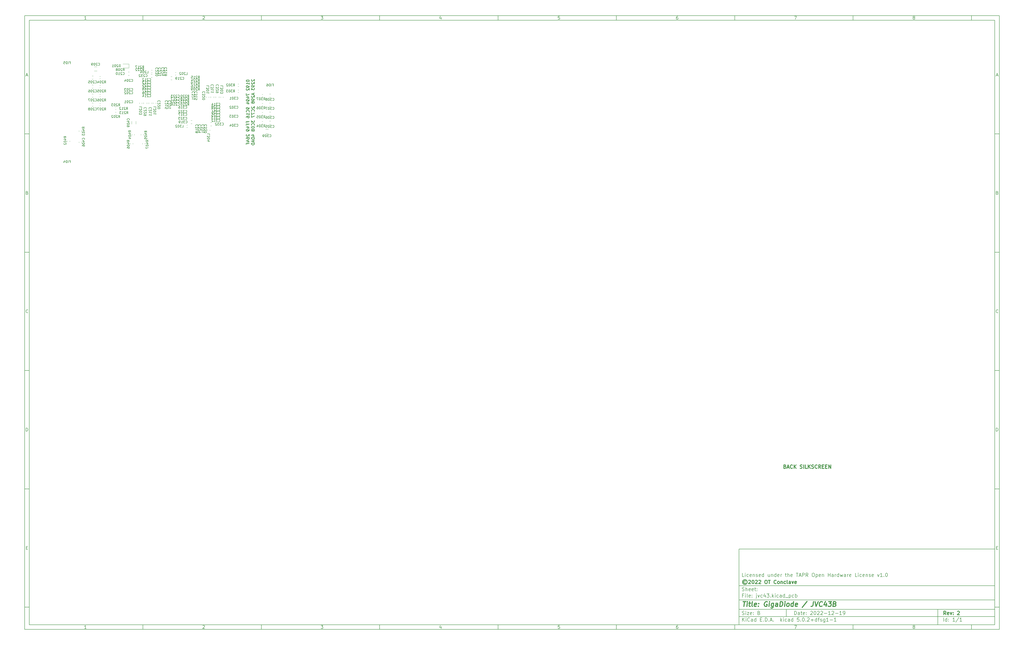
<source format=gbr>
G04 #@! TF.GenerationSoftware,KiCad,Pcbnew,5.0.2+dfsg1-1*
G04 #@! TF.CreationDate,2022-12-19T16:21:19-08:00*
G04 #@! TF.ProjectId,jvc43,6a766334-332e-46b6-9963-61645f706362,2*
G04 #@! TF.SameCoordinates,Original*
G04 #@! TF.FileFunction,Legend,Bot*
G04 #@! TF.FilePolarity,Positive*
%FSLAX46Y46*%
G04 Gerber Fmt 4.6, Leading zero omitted, Abs format (unit mm)*
G04 Created by KiCad (PCBNEW 5.0.2+dfsg1-1) date Mon 19 Dec 2022 04:21:19 PM PST*
%MOMM*%
%LPD*%
G01*
G04 APERTURE LIST*
%ADD10C,0.100000*%
%ADD11C,0.150000*%
%ADD12C,0.300000*%
%ADD13C,0.400000*%
%ADD14C,0.254000*%
%ADD15C,0.120000*%
G04 APERTURE END LIST*
D10*
D11*
X311800000Y-235400000D02*
X311800000Y-267400000D01*
X419800000Y-267400000D01*
X419800000Y-235400000D01*
X311800000Y-235400000D01*
D10*
D11*
X10000000Y-10000000D02*
X10000000Y-269400000D01*
X421800000Y-269400000D01*
X421800000Y-10000000D01*
X10000000Y-10000000D01*
D10*
D11*
X12000000Y-12000000D02*
X12000000Y-267400000D01*
X419800000Y-267400000D01*
X419800000Y-12000000D01*
X12000000Y-12000000D01*
D10*
D11*
X60000000Y-12000000D02*
X60000000Y-10000000D01*
D10*
D11*
X110000000Y-12000000D02*
X110000000Y-10000000D01*
D10*
D11*
X160000000Y-12000000D02*
X160000000Y-10000000D01*
D10*
D11*
X210000000Y-12000000D02*
X210000000Y-10000000D01*
D10*
D11*
X260000000Y-12000000D02*
X260000000Y-10000000D01*
D10*
D11*
X310000000Y-12000000D02*
X310000000Y-10000000D01*
D10*
D11*
X360000000Y-12000000D02*
X360000000Y-10000000D01*
D10*
D11*
X410000000Y-12000000D02*
X410000000Y-10000000D01*
D10*
D11*
X36065476Y-11588095D02*
X35322619Y-11588095D01*
X35694047Y-11588095D02*
X35694047Y-10288095D01*
X35570238Y-10473809D01*
X35446428Y-10597619D01*
X35322619Y-10659523D01*
D10*
D11*
X85322619Y-10411904D02*
X85384523Y-10350000D01*
X85508333Y-10288095D01*
X85817857Y-10288095D01*
X85941666Y-10350000D01*
X86003571Y-10411904D01*
X86065476Y-10535714D01*
X86065476Y-10659523D01*
X86003571Y-10845238D01*
X85260714Y-11588095D01*
X86065476Y-11588095D01*
D10*
D11*
X135260714Y-10288095D02*
X136065476Y-10288095D01*
X135632142Y-10783333D01*
X135817857Y-10783333D01*
X135941666Y-10845238D01*
X136003571Y-10907142D01*
X136065476Y-11030952D01*
X136065476Y-11340476D01*
X136003571Y-11464285D01*
X135941666Y-11526190D01*
X135817857Y-11588095D01*
X135446428Y-11588095D01*
X135322619Y-11526190D01*
X135260714Y-11464285D01*
D10*
D11*
X185941666Y-10721428D02*
X185941666Y-11588095D01*
X185632142Y-10226190D02*
X185322619Y-11154761D01*
X186127380Y-11154761D01*
D10*
D11*
X236003571Y-10288095D02*
X235384523Y-10288095D01*
X235322619Y-10907142D01*
X235384523Y-10845238D01*
X235508333Y-10783333D01*
X235817857Y-10783333D01*
X235941666Y-10845238D01*
X236003571Y-10907142D01*
X236065476Y-11030952D01*
X236065476Y-11340476D01*
X236003571Y-11464285D01*
X235941666Y-11526190D01*
X235817857Y-11588095D01*
X235508333Y-11588095D01*
X235384523Y-11526190D01*
X235322619Y-11464285D01*
D10*
D11*
X285941666Y-10288095D02*
X285694047Y-10288095D01*
X285570238Y-10350000D01*
X285508333Y-10411904D01*
X285384523Y-10597619D01*
X285322619Y-10845238D01*
X285322619Y-11340476D01*
X285384523Y-11464285D01*
X285446428Y-11526190D01*
X285570238Y-11588095D01*
X285817857Y-11588095D01*
X285941666Y-11526190D01*
X286003571Y-11464285D01*
X286065476Y-11340476D01*
X286065476Y-11030952D01*
X286003571Y-10907142D01*
X285941666Y-10845238D01*
X285817857Y-10783333D01*
X285570238Y-10783333D01*
X285446428Y-10845238D01*
X285384523Y-10907142D01*
X285322619Y-11030952D01*
D10*
D11*
X335260714Y-10288095D02*
X336127380Y-10288095D01*
X335570238Y-11588095D01*
D10*
D11*
X385570238Y-10845238D02*
X385446428Y-10783333D01*
X385384523Y-10721428D01*
X385322619Y-10597619D01*
X385322619Y-10535714D01*
X385384523Y-10411904D01*
X385446428Y-10350000D01*
X385570238Y-10288095D01*
X385817857Y-10288095D01*
X385941666Y-10350000D01*
X386003571Y-10411904D01*
X386065476Y-10535714D01*
X386065476Y-10597619D01*
X386003571Y-10721428D01*
X385941666Y-10783333D01*
X385817857Y-10845238D01*
X385570238Y-10845238D01*
X385446428Y-10907142D01*
X385384523Y-10969047D01*
X385322619Y-11092857D01*
X385322619Y-11340476D01*
X385384523Y-11464285D01*
X385446428Y-11526190D01*
X385570238Y-11588095D01*
X385817857Y-11588095D01*
X385941666Y-11526190D01*
X386003571Y-11464285D01*
X386065476Y-11340476D01*
X386065476Y-11092857D01*
X386003571Y-10969047D01*
X385941666Y-10907142D01*
X385817857Y-10845238D01*
D10*
D11*
X60000000Y-267400000D02*
X60000000Y-269400000D01*
D10*
D11*
X110000000Y-267400000D02*
X110000000Y-269400000D01*
D10*
D11*
X160000000Y-267400000D02*
X160000000Y-269400000D01*
D10*
D11*
X210000000Y-267400000D02*
X210000000Y-269400000D01*
D10*
D11*
X260000000Y-267400000D02*
X260000000Y-269400000D01*
D10*
D11*
X310000000Y-267400000D02*
X310000000Y-269400000D01*
D10*
D11*
X360000000Y-267400000D02*
X360000000Y-269400000D01*
D10*
D11*
X410000000Y-267400000D02*
X410000000Y-269400000D01*
D10*
D11*
X36065476Y-268988095D02*
X35322619Y-268988095D01*
X35694047Y-268988095D02*
X35694047Y-267688095D01*
X35570238Y-267873809D01*
X35446428Y-267997619D01*
X35322619Y-268059523D01*
D10*
D11*
X85322619Y-267811904D02*
X85384523Y-267750000D01*
X85508333Y-267688095D01*
X85817857Y-267688095D01*
X85941666Y-267750000D01*
X86003571Y-267811904D01*
X86065476Y-267935714D01*
X86065476Y-268059523D01*
X86003571Y-268245238D01*
X85260714Y-268988095D01*
X86065476Y-268988095D01*
D10*
D11*
X135260714Y-267688095D02*
X136065476Y-267688095D01*
X135632142Y-268183333D01*
X135817857Y-268183333D01*
X135941666Y-268245238D01*
X136003571Y-268307142D01*
X136065476Y-268430952D01*
X136065476Y-268740476D01*
X136003571Y-268864285D01*
X135941666Y-268926190D01*
X135817857Y-268988095D01*
X135446428Y-268988095D01*
X135322619Y-268926190D01*
X135260714Y-268864285D01*
D10*
D11*
X185941666Y-268121428D02*
X185941666Y-268988095D01*
X185632142Y-267626190D02*
X185322619Y-268554761D01*
X186127380Y-268554761D01*
D10*
D11*
X236003571Y-267688095D02*
X235384523Y-267688095D01*
X235322619Y-268307142D01*
X235384523Y-268245238D01*
X235508333Y-268183333D01*
X235817857Y-268183333D01*
X235941666Y-268245238D01*
X236003571Y-268307142D01*
X236065476Y-268430952D01*
X236065476Y-268740476D01*
X236003571Y-268864285D01*
X235941666Y-268926190D01*
X235817857Y-268988095D01*
X235508333Y-268988095D01*
X235384523Y-268926190D01*
X235322619Y-268864285D01*
D10*
D11*
X285941666Y-267688095D02*
X285694047Y-267688095D01*
X285570238Y-267750000D01*
X285508333Y-267811904D01*
X285384523Y-267997619D01*
X285322619Y-268245238D01*
X285322619Y-268740476D01*
X285384523Y-268864285D01*
X285446428Y-268926190D01*
X285570238Y-268988095D01*
X285817857Y-268988095D01*
X285941666Y-268926190D01*
X286003571Y-268864285D01*
X286065476Y-268740476D01*
X286065476Y-268430952D01*
X286003571Y-268307142D01*
X285941666Y-268245238D01*
X285817857Y-268183333D01*
X285570238Y-268183333D01*
X285446428Y-268245238D01*
X285384523Y-268307142D01*
X285322619Y-268430952D01*
D10*
D11*
X335260714Y-267688095D02*
X336127380Y-267688095D01*
X335570238Y-268988095D01*
D10*
D11*
X385570238Y-268245238D02*
X385446428Y-268183333D01*
X385384523Y-268121428D01*
X385322619Y-267997619D01*
X385322619Y-267935714D01*
X385384523Y-267811904D01*
X385446428Y-267750000D01*
X385570238Y-267688095D01*
X385817857Y-267688095D01*
X385941666Y-267750000D01*
X386003571Y-267811904D01*
X386065476Y-267935714D01*
X386065476Y-267997619D01*
X386003571Y-268121428D01*
X385941666Y-268183333D01*
X385817857Y-268245238D01*
X385570238Y-268245238D01*
X385446428Y-268307142D01*
X385384523Y-268369047D01*
X385322619Y-268492857D01*
X385322619Y-268740476D01*
X385384523Y-268864285D01*
X385446428Y-268926190D01*
X385570238Y-268988095D01*
X385817857Y-268988095D01*
X385941666Y-268926190D01*
X386003571Y-268864285D01*
X386065476Y-268740476D01*
X386065476Y-268492857D01*
X386003571Y-268369047D01*
X385941666Y-268307142D01*
X385817857Y-268245238D01*
D10*
D11*
X10000000Y-60000000D02*
X12000000Y-60000000D01*
D10*
D11*
X10000000Y-110000000D02*
X12000000Y-110000000D01*
D10*
D11*
X10000000Y-160000000D02*
X12000000Y-160000000D01*
D10*
D11*
X10000000Y-210000000D02*
X12000000Y-210000000D01*
D10*
D11*
X10000000Y-260000000D02*
X12000000Y-260000000D01*
D10*
D11*
X10690476Y-35216666D02*
X11309523Y-35216666D01*
X10566666Y-35588095D02*
X11000000Y-34288095D01*
X11433333Y-35588095D01*
D10*
D11*
X11092857Y-84907142D02*
X11278571Y-84969047D01*
X11340476Y-85030952D01*
X11402380Y-85154761D01*
X11402380Y-85340476D01*
X11340476Y-85464285D01*
X11278571Y-85526190D01*
X11154761Y-85588095D01*
X10659523Y-85588095D01*
X10659523Y-84288095D01*
X11092857Y-84288095D01*
X11216666Y-84350000D01*
X11278571Y-84411904D01*
X11340476Y-84535714D01*
X11340476Y-84659523D01*
X11278571Y-84783333D01*
X11216666Y-84845238D01*
X11092857Y-84907142D01*
X10659523Y-84907142D01*
D10*
D11*
X11402380Y-135464285D02*
X11340476Y-135526190D01*
X11154761Y-135588095D01*
X11030952Y-135588095D01*
X10845238Y-135526190D01*
X10721428Y-135402380D01*
X10659523Y-135278571D01*
X10597619Y-135030952D01*
X10597619Y-134845238D01*
X10659523Y-134597619D01*
X10721428Y-134473809D01*
X10845238Y-134350000D01*
X11030952Y-134288095D01*
X11154761Y-134288095D01*
X11340476Y-134350000D01*
X11402380Y-134411904D01*
D10*
D11*
X10659523Y-185588095D02*
X10659523Y-184288095D01*
X10969047Y-184288095D01*
X11154761Y-184350000D01*
X11278571Y-184473809D01*
X11340476Y-184597619D01*
X11402380Y-184845238D01*
X11402380Y-185030952D01*
X11340476Y-185278571D01*
X11278571Y-185402380D01*
X11154761Y-185526190D01*
X10969047Y-185588095D01*
X10659523Y-185588095D01*
D10*
D11*
X10721428Y-234907142D02*
X11154761Y-234907142D01*
X11340476Y-235588095D02*
X10721428Y-235588095D01*
X10721428Y-234288095D01*
X11340476Y-234288095D01*
D10*
D11*
X421800000Y-60000000D02*
X419800000Y-60000000D01*
D10*
D11*
X421800000Y-110000000D02*
X419800000Y-110000000D01*
D10*
D11*
X421800000Y-160000000D02*
X419800000Y-160000000D01*
D10*
D11*
X421800000Y-210000000D02*
X419800000Y-210000000D01*
D10*
D11*
X421800000Y-260000000D02*
X419800000Y-260000000D01*
D10*
D11*
X420490476Y-35216666D02*
X421109523Y-35216666D01*
X420366666Y-35588095D02*
X420800000Y-34288095D01*
X421233333Y-35588095D01*
D10*
D11*
X420892857Y-84907142D02*
X421078571Y-84969047D01*
X421140476Y-85030952D01*
X421202380Y-85154761D01*
X421202380Y-85340476D01*
X421140476Y-85464285D01*
X421078571Y-85526190D01*
X420954761Y-85588095D01*
X420459523Y-85588095D01*
X420459523Y-84288095D01*
X420892857Y-84288095D01*
X421016666Y-84350000D01*
X421078571Y-84411904D01*
X421140476Y-84535714D01*
X421140476Y-84659523D01*
X421078571Y-84783333D01*
X421016666Y-84845238D01*
X420892857Y-84907142D01*
X420459523Y-84907142D01*
D10*
D11*
X421202380Y-135464285D02*
X421140476Y-135526190D01*
X420954761Y-135588095D01*
X420830952Y-135588095D01*
X420645238Y-135526190D01*
X420521428Y-135402380D01*
X420459523Y-135278571D01*
X420397619Y-135030952D01*
X420397619Y-134845238D01*
X420459523Y-134597619D01*
X420521428Y-134473809D01*
X420645238Y-134350000D01*
X420830952Y-134288095D01*
X420954761Y-134288095D01*
X421140476Y-134350000D01*
X421202380Y-134411904D01*
D10*
D11*
X420459523Y-185588095D02*
X420459523Y-184288095D01*
X420769047Y-184288095D01*
X420954761Y-184350000D01*
X421078571Y-184473809D01*
X421140476Y-184597619D01*
X421202380Y-184845238D01*
X421202380Y-185030952D01*
X421140476Y-185278571D01*
X421078571Y-185402380D01*
X420954761Y-185526190D01*
X420769047Y-185588095D01*
X420459523Y-185588095D01*
D10*
D11*
X420521428Y-234907142D02*
X420954761Y-234907142D01*
X421140476Y-235588095D02*
X420521428Y-235588095D01*
X420521428Y-234288095D01*
X421140476Y-234288095D01*
D10*
D11*
X335232142Y-263178571D02*
X335232142Y-261678571D01*
X335589285Y-261678571D01*
X335803571Y-261750000D01*
X335946428Y-261892857D01*
X336017857Y-262035714D01*
X336089285Y-262321428D01*
X336089285Y-262535714D01*
X336017857Y-262821428D01*
X335946428Y-262964285D01*
X335803571Y-263107142D01*
X335589285Y-263178571D01*
X335232142Y-263178571D01*
X337375000Y-263178571D02*
X337375000Y-262392857D01*
X337303571Y-262250000D01*
X337160714Y-262178571D01*
X336875000Y-262178571D01*
X336732142Y-262250000D01*
X337375000Y-263107142D02*
X337232142Y-263178571D01*
X336875000Y-263178571D01*
X336732142Y-263107142D01*
X336660714Y-262964285D01*
X336660714Y-262821428D01*
X336732142Y-262678571D01*
X336875000Y-262607142D01*
X337232142Y-262607142D01*
X337375000Y-262535714D01*
X337875000Y-262178571D02*
X338446428Y-262178571D01*
X338089285Y-261678571D02*
X338089285Y-262964285D01*
X338160714Y-263107142D01*
X338303571Y-263178571D01*
X338446428Y-263178571D01*
X339517857Y-263107142D02*
X339375000Y-263178571D01*
X339089285Y-263178571D01*
X338946428Y-263107142D01*
X338875000Y-262964285D01*
X338875000Y-262392857D01*
X338946428Y-262250000D01*
X339089285Y-262178571D01*
X339375000Y-262178571D01*
X339517857Y-262250000D01*
X339589285Y-262392857D01*
X339589285Y-262535714D01*
X338875000Y-262678571D01*
X340232142Y-263035714D02*
X340303571Y-263107142D01*
X340232142Y-263178571D01*
X340160714Y-263107142D01*
X340232142Y-263035714D01*
X340232142Y-263178571D01*
X340232142Y-262250000D02*
X340303571Y-262321428D01*
X340232142Y-262392857D01*
X340160714Y-262321428D01*
X340232142Y-262250000D01*
X340232142Y-262392857D01*
X342017857Y-261821428D02*
X342089285Y-261750000D01*
X342232142Y-261678571D01*
X342589285Y-261678571D01*
X342732142Y-261750000D01*
X342803571Y-261821428D01*
X342875000Y-261964285D01*
X342875000Y-262107142D01*
X342803571Y-262321428D01*
X341946428Y-263178571D01*
X342875000Y-263178571D01*
X343803571Y-261678571D02*
X343946428Y-261678571D01*
X344089285Y-261750000D01*
X344160714Y-261821428D01*
X344232142Y-261964285D01*
X344303571Y-262250000D01*
X344303571Y-262607142D01*
X344232142Y-262892857D01*
X344160714Y-263035714D01*
X344089285Y-263107142D01*
X343946428Y-263178571D01*
X343803571Y-263178571D01*
X343660714Y-263107142D01*
X343589285Y-263035714D01*
X343517857Y-262892857D01*
X343446428Y-262607142D01*
X343446428Y-262250000D01*
X343517857Y-261964285D01*
X343589285Y-261821428D01*
X343660714Y-261750000D01*
X343803571Y-261678571D01*
X344875000Y-261821428D02*
X344946428Y-261750000D01*
X345089285Y-261678571D01*
X345446428Y-261678571D01*
X345589285Y-261750000D01*
X345660714Y-261821428D01*
X345732142Y-261964285D01*
X345732142Y-262107142D01*
X345660714Y-262321428D01*
X344803571Y-263178571D01*
X345732142Y-263178571D01*
X346303571Y-261821428D02*
X346375000Y-261750000D01*
X346517857Y-261678571D01*
X346875000Y-261678571D01*
X347017857Y-261750000D01*
X347089285Y-261821428D01*
X347160714Y-261964285D01*
X347160714Y-262107142D01*
X347089285Y-262321428D01*
X346232142Y-263178571D01*
X347160714Y-263178571D01*
X347803571Y-262607142D02*
X348946428Y-262607142D01*
X350446428Y-263178571D02*
X349589285Y-263178571D01*
X350017857Y-263178571D02*
X350017857Y-261678571D01*
X349875000Y-261892857D01*
X349732142Y-262035714D01*
X349589285Y-262107142D01*
X351017857Y-261821428D02*
X351089285Y-261750000D01*
X351232142Y-261678571D01*
X351589285Y-261678571D01*
X351732142Y-261750000D01*
X351803571Y-261821428D01*
X351875000Y-261964285D01*
X351875000Y-262107142D01*
X351803571Y-262321428D01*
X350946428Y-263178571D01*
X351875000Y-263178571D01*
X352517857Y-262607142D02*
X353660714Y-262607142D01*
X355160714Y-263178571D02*
X354303571Y-263178571D01*
X354732142Y-263178571D02*
X354732142Y-261678571D01*
X354589285Y-261892857D01*
X354446428Y-262035714D01*
X354303571Y-262107142D01*
X355875000Y-263178571D02*
X356160714Y-263178571D01*
X356303571Y-263107142D01*
X356375000Y-263035714D01*
X356517857Y-262821428D01*
X356589285Y-262535714D01*
X356589285Y-261964285D01*
X356517857Y-261821428D01*
X356446428Y-261750000D01*
X356303571Y-261678571D01*
X356017857Y-261678571D01*
X355875000Y-261750000D01*
X355803571Y-261821428D01*
X355732142Y-261964285D01*
X355732142Y-262321428D01*
X355803571Y-262464285D01*
X355875000Y-262535714D01*
X356017857Y-262607142D01*
X356303571Y-262607142D01*
X356446428Y-262535714D01*
X356517857Y-262464285D01*
X356589285Y-262321428D01*
D10*
D11*
X311800000Y-263900000D02*
X419800000Y-263900000D01*
D10*
D11*
X313232142Y-265978571D02*
X313232142Y-264478571D01*
X314089285Y-265978571D02*
X313446428Y-265121428D01*
X314089285Y-264478571D02*
X313232142Y-265335714D01*
X314732142Y-265978571D02*
X314732142Y-264978571D01*
X314732142Y-264478571D02*
X314660714Y-264550000D01*
X314732142Y-264621428D01*
X314803571Y-264550000D01*
X314732142Y-264478571D01*
X314732142Y-264621428D01*
X316303571Y-265835714D02*
X316232142Y-265907142D01*
X316017857Y-265978571D01*
X315875000Y-265978571D01*
X315660714Y-265907142D01*
X315517857Y-265764285D01*
X315446428Y-265621428D01*
X315375000Y-265335714D01*
X315375000Y-265121428D01*
X315446428Y-264835714D01*
X315517857Y-264692857D01*
X315660714Y-264550000D01*
X315875000Y-264478571D01*
X316017857Y-264478571D01*
X316232142Y-264550000D01*
X316303571Y-264621428D01*
X317589285Y-265978571D02*
X317589285Y-265192857D01*
X317517857Y-265050000D01*
X317375000Y-264978571D01*
X317089285Y-264978571D01*
X316946428Y-265050000D01*
X317589285Y-265907142D02*
X317446428Y-265978571D01*
X317089285Y-265978571D01*
X316946428Y-265907142D01*
X316875000Y-265764285D01*
X316875000Y-265621428D01*
X316946428Y-265478571D01*
X317089285Y-265407142D01*
X317446428Y-265407142D01*
X317589285Y-265335714D01*
X318946428Y-265978571D02*
X318946428Y-264478571D01*
X318946428Y-265907142D02*
X318803571Y-265978571D01*
X318517857Y-265978571D01*
X318375000Y-265907142D01*
X318303571Y-265835714D01*
X318232142Y-265692857D01*
X318232142Y-265264285D01*
X318303571Y-265121428D01*
X318375000Y-265050000D01*
X318517857Y-264978571D01*
X318803571Y-264978571D01*
X318946428Y-265050000D01*
X320803571Y-265192857D02*
X321303571Y-265192857D01*
X321517857Y-265978571D02*
X320803571Y-265978571D01*
X320803571Y-264478571D01*
X321517857Y-264478571D01*
X322160714Y-265835714D02*
X322232142Y-265907142D01*
X322160714Y-265978571D01*
X322089285Y-265907142D01*
X322160714Y-265835714D01*
X322160714Y-265978571D01*
X322875000Y-265978571D02*
X322875000Y-264478571D01*
X323232142Y-264478571D01*
X323446428Y-264550000D01*
X323589285Y-264692857D01*
X323660714Y-264835714D01*
X323732142Y-265121428D01*
X323732142Y-265335714D01*
X323660714Y-265621428D01*
X323589285Y-265764285D01*
X323446428Y-265907142D01*
X323232142Y-265978571D01*
X322875000Y-265978571D01*
X324375000Y-265835714D02*
X324446428Y-265907142D01*
X324375000Y-265978571D01*
X324303571Y-265907142D01*
X324375000Y-265835714D01*
X324375000Y-265978571D01*
X325017857Y-265550000D02*
X325732142Y-265550000D01*
X324875000Y-265978571D02*
X325375000Y-264478571D01*
X325875000Y-265978571D01*
X326375000Y-265835714D02*
X326446428Y-265907142D01*
X326375000Y-265978571D01*
X326303571Y-265907142D01*
X326375000Y-265835714D01*
X326375000Y-265978571D01*
X329375000Y-265978571D02*
X329375000Y-264478571D01*
X329517857Y-265407142D02*
X329946428Y-265978571D01*
X329946428Y-264978571D02*
X329375000Y-265550000D01*
X330589285Y-265978571D02*
X330589285Y-264978571D01*
X330589285Y-264478571D02*
X330517857Y-264550000D01*
X330589285Y-264621428D01*
X330660714Y-264550000D01*
X330589285Y-264478571D01*
X330589285Y-264621428D01*
X331946428Y-265907142D02*
X331803571Y-265978571D01*
X331517857Y-265978571D01*
X331375000Y-265907142D01*
X331303571Y-265835714D01*
X331232142Y-265692857D01*
X331232142Y-265264285D01*
X331303571Y-265121428D01*
X331375000Y-265050000D01*
X331517857Y-264978571D01*
X331803571Y-264978571D01*
X331946428Y-265050000D01*
X333232142Y-265978571D02*
X333232142Y-265192857D01*
X333160714Y-265050000D01*
X333017857Y-264978571D01*
X332732142Y-264978571D01*
X332589285Y-265050000D01*
X333232142Y-265907142D02*
X333089285Y-265978571D01*
X332732142Y-265978571D01*
X332589285Y-265907142D01*
X332517857Y-265764285D01*
X332517857Y-265621428D01*
X332589285Y-265478571D01*
X332732142Y-265407142D01*
X333089285Y-265407142D01*
X333232142Y-265335714D01*
X334589285Y-265978571D02*
X334589285Y-264478571D01*
X334589285Y-265907142D02*
X334446428Y-265978571D01*
X334160714Y-265978571D01*
X334017857Y-265907142D01*
X333946428Y-265835714D01*
X333875000Y-265692857D01*
X333875000Y-265264285D01*
X333946428Y-265121428D01*
X334017857Y-265050000D01*
X334160714Y-264978571D01*
X334446428Y-264978571D01*
X334589285Y-265050000D01*
X337160714Y-264478571D02*
X336446428Y-264478571D01*
X336375000Y-265192857D01*
X336446428Y-265121428D01*
X336589285Y-265050000D01*
X336946428Y-265050000D01*
X337089285Y-265121428D01*
X337160714Y-265192857D01*
X337232142Y-265335714D01*
X337232142Y-265692857D01*
X337160714Y-265835714D01*
X337089285Y-265907142D01*
X336946428Y-265978571D01*
X336589285Y-265978571D01*
X336446428Y-265907142D01*
X336375000Y-265835714D01*
X337875000Y-265835714D02*
X337946428Y-265907142D01*
X337875000Y-265978571D01*
X337803571Y-265907142D01*
X337875000Y-265835714D01*
X337875000Y-265978571D01*
X338875000Y-264478571D02*
X339017857Y-264478571D01*
X339160714Y-264550000D01*
X339232142Y-264621428D01*
X339303571Y-264764285D01*
X339375000Y-265050000D01*
X339375000Y-265407142D01*
X339303571Y-265692857D01*
X339232142Y-265835714D01*
X339160714Y-265907142D01*
X339017857Y-265978571D01*
X338875000Y-265978571D01*
X338732142Y-265907142D01*
X338660714Y-265835714D01*
X338589285Y-265692857D01*
X338517857Y-265407142D01*
X338517857Y-265050000D01*
X338589285Y-264764285D01*
X338660714Y-264621428D01*
X338732142Y-264550000D01*
X338875000Y-264478571D01*
X340017857Y-265835714D02*
X340089285Y-265907142D01*
X340017857Y-265978571D01*
X339946428Y-265907142D01*
X340017857Y-265835714D01*
X340017857Y-265978571D01*
X340660714Y-264621428D02*
X340732142Y-264550000D01*
X340875000Y-264478571D01*
X341232142Y-264478571D01*
X341375000Y-264550000D01*
X341446428Y-264621428D01*
X341517857Y-264764285D01*
X341517857Y-264907142D01*
X341446428Y-265121428D01*
X340589285Y-265978571D01*
X341517857Y-265978571D01*
X342160714Y-265407142D02*
X343303571Y-265407142D01*
X342732142Y-265978571D02*
X342732142Y-264835714D01*
X344660714Y-265978571D02*
X344660714Y-264478571D01*
X344660714Y-265907142D02*
X344517857Y-265978571D01*
X344232142Y-265978571D01*
X344089285Y-265907142D01*
X344017857Y-265835714D01*
X343946428Y-265692857D01*
X343946428Y-265264285D01*
X344017857Y-265121428D01*
X344089285Y-265050000D01*
X344232142Y-264978571D01*
X344517857Y-264978571D01*
X344660714Y-265050000D01*
X345160714Y-264978571D02*
X345732142Y-264978571D01*
X345375000Y-265978571D02*
X345375000Y-264692857D01*
X345446428Y-264550000D01*
X345589285Y-264478571D01*
X345732142Y-264478571D01*
X346160714Y-265907142D02*
X346303571Y-265978571D01*
X346589285Y-265978571D01*
X346732142Y-265907142D01*
X346803571Y-265764285D01*
X346803571Y-265692857D01*
X346732142Y-265550000D01*
X346589285Y-265478571D01*
X346375000Y-265478571D01*
X346232142Y-265407142D01*
X346160714Y-265264285D01*
X346160714Y-265192857D01*
X346232142Y-265050000D01*
X346375000Y-264978571D01*
X346589285Y-264978571D01*
X346732142Y-265050000D01*
X348089285Y-264978571D02*
X348089285Y-266192857D01*
X348017857Y-266335714D01*
X347946428Y-266407142D01*
X347803571Y-266478571D01*
X347589285Y-266478571D01*
X347446428Y-266407142D01*
X348089285Y-265907142D02*
X347946428Y-265978571D01*
X347660714Y-265978571D01*
X347517857Y-265907142D01*
X347446428Y-265835714D01*
X347375000Y-265692857D01*
X347375000Y-265264285D01*
X347446428Y-265121428D01*
X347517857Y-265050000D01*
X347660714Y-264978571D01*
X347946428Y-264978571D01*
X348089285Y-265050000D01*
X349589285Y-265978571D02*
X348732142Y-265978571D01*
X349160714Y-265978571D02*
X349160714Y-264478571D01*
X349017857Y-264692857D01*
X348875000Y-264835714D01*
X348732142Y-264907142D01*
X350232142Y-265407142D02*
X351375000Y-265407142D01*
X352875000Y-265978571D02*
X352017857Y-265978571D01*
X352446428Y-265978571D02*
X352446428Y-264478571D01*
X352303571Y-264692857D01*
X352160714Y-264835714D01*
X352017857Y-264907142D01*
D10*
D11*
X311800000Y-260900000D02*
X419800000Y-260900000D01*
D10*
D12*
X399209285Y-263178571D02*
X398709285Y-262464285D01*
X398352142Y-263178571D02*
X398352142Y-261678571D01*
X398923571Y-261678571D01*
X399066428Y-261750000D01*
X399137857Y-261821428D01*
X399209285Y-261964285D01*
X399209285Y-262178571D01*
X399137857Y-262321428D01*
X399066428Y-262392857D01*
X398923571Y-262464285D01*
X398352142Y-262464285D01*
X400423571Y-263107142D02*
X400280714Y-263178571D01*
X399995000Y-263178571D01*
X399852142Y-263107142D01*
X399780714Y-262964285D01*
X399780714Y-262392857D01*
X399852142Y-262250000D01*
X399995000Y-262178571D01*
X400280714Y-262178571D01*
X400423571Y-262250000D01*
X400495000Y-262392857D01*
X400495000Y-262535714D01*
X399780714Y-262678571D01*
X400995000Y-262178571D02*
X401352142Y-263178571D01*
X401709285Y-262178571D01*
X402280714Y-263035714D02*
X402352142Y-263107142D01*
X402280714Y-263178571D01*
X402209285Y-263107142D01*
X402280714Y-263035714D01*
X402280714Y-263178571D01*
X402280714Y-262250000D02*
X402352142Y-262321428D01*
X402280714Y-262392857D01*
X402209285Y-262321428D01*
X402280714Y-262250000D01*
X402280714Y-262392857D01*
X404066428Y-261821428D02*
X404137857Y-261750000D01*
X404280714Y-261678571D01*
X404637857Y-261678571D01*
X404780714Y-261750000D01*
X404852142Y-261821428D01*
X404923571Y-261964285D01*
X404923571Y-262107142D01*
X404852142Y-262321428D01*
X403995000Y-263178571D01*
X404923571Y-263178571D01*
D10*
D11*
X313160714Y-263107142D02*
X313375000Y-263178571D01*
X313732142Y-263178571D01*
X313875000Y-263107142D01*
X313946428Y-263035714D01*
X314017857Y-262892857D01*
X314017857Y-262750000D01*
X313946428Y-262607142D01*
X313875000Y-262535714D01*
X313732142Y-262464285D01*
X313446428Y-262392857D01*
X313303571Y-262321428D01*
X313232142Y-262250000D01*
X313160714Y-262107142D01*
X313160714Y-261964285D01*
X313232142Y-261821428D01*
X313303571Y-261750000D01*
X313446428Y-261678571D01*
X313803571Y-261678571D01*
X314017857Y-261750000D01*
X314660714Y-263178571D02*
X314660714Y-262178571D01*
X314660714Y-261678571D02*
X314589285Y-261750000D01*
X314660714Y-261821428D01*
X314732142Y-261750000D01*
X314660714Y-261678571D01*
X314660714Y-261821428D01*
X315232142Y-262178571D02*
X316017857Y-262178571D01*
X315232142Y-263178571D01*
X316017857Y-263178571D01*
X317160714Y-263107142D02*
X317017857Y-263178571D01*
X316732142Y-263178571D01*
X316589285Y-263107142D01*
X316517857Y-262964285D01*
X316517857Y-262392857D01*
X316589285Y-262250000D01*
X316732142Y-262178571D01*
X317017857Y-262178571D01*
X317160714Y-262250000D01*
X317232142Y-262392857D01*
X317232142Y-262535714D01*
X316517857Y-262678571D01*
X317875000Y-263035714D02*
X317946428Y-263107142D01*
X317875000Y-263178571D01*
X317803571Y-263107142D01*
X317875000Y-263035714D01*
X317875000Y-263178571D01*
X317875000Y-262250000D02*
X317946428Y-262321428D01*
X317875000Y-262392857D01*
X317803571Y-262321428D01*
X317875000Y-262250000D01*
X317875000Y-262392857D01*
X320232142Y-262392857D02*
X320446428Y-262464285D01*
X320517857Y-262535714D01*
X320589285Y-262678571D01*
X320589285Y-262892857D01*
X320517857Y-263035714D01*
X320446428Y-263107142D01*
X320303571Y-263178571D01*
X319732142Y-263178571D01*
X319732142Y-261678571D01*
X320232142Y-261678571D01*
X320375000Y-261750000D01*
X320446428Y-261821428D01*
X320517857Y-261964285D01*
X320517857Y-262107142D01*
X320446428Y-262250000D01*
X320375000Y-262321428D01*
X320232142Y-262392857D01*
X319732142Y-262392857D01*
D10*
D11*
X398232142Y-265978571D02*
X398232142Y-264478571D01*
X399589285Y-265978571D02*
X399589285Y-264478571D01*
X399589285Y-265907142D02*
X399446428Y-265978571D01*
X399160714Y-265978571D01*
X399017857Y-265907142D01*
X398946428Y-265835714D01*
X398875000Y-265692857D01*
X398875000Y-265264285D01*
X398946428Y-265121428D01*
X399017857Y-265050000D01*
X399160714Y-264978571D01*
X399446428Y-264978571D01*
X399589285Y-265050000D01*
X400303571Y-265835714D02*
X400375000Y-265907142D01*
X400303571Y-265978571D01*
X400232142Y-265907142D01*
X400303571Y-265835714D01*
X400303571Y-265978571D01*
X400303571Y-265050000D02*
X400375000Y-265121428D01*
X400303571Y-265192857D01*
X400232142Y-265121428D01*
X400303571Y-265050000D01*
X400303571Y-265192857D01*
X402946428Y-265978571D02*
X402089285Y-265978571D01*
X402517857Y-265978571D02*
X402517857Y-264478571D01*
X402375000Y-264692857D01*
X402232142Y-264835714D01*
X402089285Y-264907142D01*
X404660714Y-264407142D02*
X403375000Y-266335714D01*
X405946428Y-265978571D02*
X405089285Y-265978571D01*
X405517857Y-265978571D02*
X405517857Y-264478571D01*
X405375000Y-264692857D01*
X405232142Y-264835714D01*
X405089285Y-264907142D01*
D10*
D11*
X311800000Y-256900000D02*
X419800000Y-256900000D01*
D10*
D13*
X313512380Y-257604761D02*
X314655238Y-257604761D01*
X313833809Y-259604761D02*
X314083809Y-257604761D01*
X315071904Y-259604761D02*
X315238571Y-258271428D01*
X315321904Y-257604761D02*
X315214761Y-257700000D01*
X315298095Y-257795238D01*
X315405238Y-257700000D01*
X315321904Y-257604761D01*
X315298095Y-257795238D01*
X315905238Y-258271428D02*
X316667142Y-258271428D01*
X316274285Y-257604761D02*
X316060000Y-259319047D01*
X316131428Y-259509523D01*
X316310000Y-259604761D01*
X316500476Y-259604761D01*
X317452857Y-259604761D02*
X317274285Y-259509523D01*
X317202857Y-259319047D01*
X317417142Y-257604761D01*
X318988571Y-259509523D02*
X318786190Y-259604761D01*
X318405238Y-259604761D01*
X318226666Y-259509523D01*
X318155238Y-259319047D01*
X318250476Y-258557142D01*
X318369523Y-258366666D01*
X318571904Y-258271428D01*
X318952857Y-258271428D01*
X319131428Y-258366666D01*
X319202857Y-258557142D01*
X319179047Y-258747619D01*
X318202857Y-258938095D01*
X319952857Y-259414285D02*
X320036190Y-259509523D01*
X319929047Y-259604761D01*
X319845714Y-259509523D01*
X319952857Y-259414285D01*
X319929047Y-259604761D01*
X320083809Y-258366666D02*
X320167142Y-258461904D01*
X320060000Y-258557142D01*
X319976666Y-258461904D01*
X320083809Y-258366666D01*
X320060000Y-258557142D01*
X323690952Y-257700000D02*
X323512380Y-257604761D01*
X323226666Y-257604761D01*
X322929047Y-257700000D01*
X322714761Y-257890476D01*
X322595714Y-258080952D01*
X322452857Y-258461904D01*
X322417142Y-258747619D01*
X322464761Y-259128571D01*
X322536190Y-259319047D01*
X322702857Y-259509523D01*
X322976666Y-259604761D01*
X323167142Y-259604761D01*
X323464761Y-259509523D01*
X323571904Y-259414285D01*
X323655238Y-258747619D01*
X323274285Y-258747619D01*
X324405238Y-259604761D02*
X324571904Y-258271428D01*
X324655238Y-257604761D02*
X324548095Y-257700000D01*
X324631428Y-257795238D01*
X324738571Y-257700000D01*
X324655238Y-257604761D01*
X324631428Y-257795238D01*
X326381428Y-258271428D02*
X326179047Y-259890476D01*
X326060000Y-260080952D01*
X325952857Y-260176190D01*
X325750476Y-260271428D01*
X325464761Y-260271428D01*
X325286190Y-260176190D01*
X326226666Y-259509523D02*
X326024285Y-259604761D01*
X325643333Y-259604761D01*
X325464761Y-259509523D01*
X325381428Y-259414285D01*
X325310000Y-259223809D01*
X325381428Y-258652380D01*
X325500476Y-258461904D01*
X325607619Y-258366666D01*
X325810000Y-258271428D01*
X326190952Y-258271428D01*
X326369523Y-258366666D01*
X328024285Y-259604761D02*
X328155238Y-258557142D01*
X328083809Y-258366666D01*
X327905238Y-258271428D01*
X327524285Y-258271428D01*
X327321904Y-258366666D01*
X328036190Y-259509523D02*
X327833809Y-259604761D01*
X327357619Y-259604761D01*
X327179047Y-259509523D01*
X327107619Y-259319047D01*
X327131428Y-259128571D01*
X327250476Y-258938095D01*
X327452857Y-258842857D01*
X327929047Y-258842857D01*
X328131428Y-258747619D01*
X328976666Y-259604761D02*
X329226666Y-257604761D01*
X329702857Y-257604761D01*
X329976666Y-257700000D01*
X330143333Y-257890476D01*
X330214761Y-258080952D01*
X330262380Y-258461904D01*
X330226666Y-258747619D01*
X330083809Y-259128571D01*
X329964761Y-259319047D01*
X329750476Y-259509523D01*
X329452857Y-259604761D01*
X328976666Y-259604761D01*
X330976666Y-259604761D02*
X331143333Y-258271428D01*
X331226666Y-257604761D02*
X331119523Y-257700000D01*
X331202857Y-257795238D01*
X331310000Y-257700000D01*
X331226666Y-257604761D01*
X331202857Y-257795238D01*
X332214761Y-259604761D02*
X332036190Y-259509523D01*
X331952857Y-259414285D01*
X331881428Y-259223809D01*
X331952857Y-258652380D01*
X332071904Y-258461904D01*
X332179047Y-258366666D01*
X332381428Y-258271428D01*
X332667142Y-258271428D01*
X332845714Y-258366666D01*
X332929047Y-258461904D01*
X333000476Y-258652380D01*
X332929047Y-259223809D01*
X332810000Y-259414285D01*
X332702857Y-259509523D01*
X332500476Y-259604761D01*
X332214761Y-259604761D01*
X334595714Y-259604761D02*
X334845714Y-257604761D01*
X334607619Y-259509523D02*
X334405238Y-259604761D01*
X334024285Y-259604761D01*
X333845714Y-259509523D01*
X333762380Y-259414285D01*
X333690952Y-259223809D01*
X333762380Y-258652380D01*
X333881428Y-258461904D01*
X333988571Y-258366666D01*
X334190952Y-258271428D01*
X334571904Y-258271428D01*
X334750476Y-258366666D01*
X336321904Y-259509523D02*
X336119523Y-259604761D01*
X335738571Y-259604761D01*
X335560000Y-259509523D01*
X335488571Y-259319047D01*
X335583809Y-258557142D01*
X335702857Y-258366666D01*
X335905238Y-258271428D01*
X336286190Y-258271428D01*
X336464761Y-258366666D01*
X336536190Y-258557142D01*
X336512380Y-258747619D01*
X335536190Y-258938095D01*
X340476666Y-257509523D02*
X338440952Y-260080952D01*
X343226666Y-257604761D02*
X343048095Y-259033333D01*
X342917142Y-259319047D01*
X342702857Y-259509523D01*
X342405238Y-259604761D01*
X342214761Y-259604761D01*
X343893333Y-257604761D02*
X344310000Y-259604761D01*
X345226666Y-257604761D01*
X346810000Y-259414285D02*
X346702857Y-259509523D01*
X346405238Y-259604761D01*
X346214761Y-259604761D01*
X345940952Y-259509523D01*
X345774285Y-259319047D01*
X345702857Y-259128571D01*
X345655238Y-258747619D01*
X345690952Y-258461904D01*
X345833809Y-258080952D01*
X345952857Y-257890476D01*
X346167142Y-257700000D01*
X346464761Y-257604761D01*
X346655238Y-257604761D01*
X346929047Y-257700000D01*
X347012380Y-257795238D01*
X348667142Y-258271428D02*
X348500476Y-259604761D01*
X348286190Y-257509523D02*
X347631428Y-258938095D01*
X348869523Y-258938095D01*
X349607619Y-257604761D02*
X350845714Y-257604761D01*
X350083809Y-258366666D01*
X350369523Y-258366666D01*
X350548095Y-258461904D01*
X350631428Y-258557142D01*
X350702857Y-258747619D01*
X350643333Y-259223809D01*
X350524285Y-259414285D01*
X350417142Y-259509523D01*
X350214761Y-259604761D01*
X349643333Y-259604761D01*
X349464761Y-259509523D01*
X349381428Y-259414285D01*
X352250476Y-258557142D02*
X352524285Y-258652380D01*
X352607619Y-258747619D01*
X352679047Y-258938095D01*
X352643333Y-259223809D01*
X352524285Y-259414285D01*
X352417142Y-259509523D01*
X352214761Y-259604761D01*
X351452857Y-259604761D01*
X351702857Y-257604761D01*
X352369523Y-257604761D01*
X352548095Y-257700000D01*
X352631428Y-257795238D01*
X352702857Y-257985714D01*
X352679047Y-258176190D01*
X352560000Y-258366666D01*
X352452857Y-258461904D01*
X352250476Y-258557142D01*
X351583809Y-258557142D01*
D10*
D11*
X313732142Y-254992857D02*
X313232142Y-254992857D01*
X313232142Y-255778571D02*
X313232142Y-254278571D01*
X313946428Y-254278571D01*
X314517857Y-255778571D02*
X314517857Y-254778571D01*
X314517857Y-254278571D02*
X314446428Y-254350000D01*
X314517857Y-254421428D01*
X314589285Y-254350000D01*
X314517857Y-254278571D01*
X314517857Y-254421428D01*
X315446428Y-255778571D02*
X315303571Y-255707142D01*
X315232142Y-255564285D01*
X315232142Y-254278571D01*
X316589285Y-255707142D02*
X316446428Y-255778571D01*
X316160714Y-255778571D01*
X316017857Y-255707142D01*
X315946428Y-255564285D01*
X315946428Y-254992857D01*
X316017857Y-254850000D01*
X316160714Y-254778571D01*
X316446428Y-254778571D01*
X316589285Y-254850000D01*
X316660714Y-254992857D01*
X316660714Y-255135714D01*
X315946428Y-255278571D01*
X317303571Y-255635714D02*
X317375000Y-255707142D01*
X317303571Y-255778571D01*
X317232142Y-255707142D01*
X317303571Y-255635714D01*
X317303571Y-255778571D01*
X317303571Y-254850000D02*
X317375000Y-254921428D01*
X317303571Y-254992857D01*
X317232142Y-254921428D01*
X317303571Y-254850000D01*
X317303571Y-254992857D01*
X319160714Y-254778571D02*
X319160714Y-256064285D01*
X319089285Y-256207142D01*
X318946428Y-256278571D01*
X318875000Y-256278571D01*
X319160714Y-254278571D02*
X319089285Y-254350000D01*
X319160714Y-254421428D01*
X319232142Y-254350000D01*
X319160714Y-254278571D01*
X319160714Y-254421428D01*
X319732142Y-254778571D02*
X320089285Y-255778571D01*
X320446428Y-254778571D01*
X321660714Y-255707142D02*
X321517857Y-255778571D01*
X321232142Y-255778571D01*
X321089285Y-255707142D01*
X321017857Y-255635714D01*
X320946428Y-255492857D01*
X320946428Y-255064285D01*
X321017857Y-254921428D01*
X321089285Y-254850000D01*
X321232142Y-254778571D01*
X321517857Y-254778571D01*
X321660714Y-254850000D01*
X322946428Y-254778571D02*
X322946428Y-255778571D01*
X322589285Y-254207142D02*
X322232142Y-255278571D01*
X323160714Y-255278571D01*
X323589285Y-254278571D02*
X324517857Y-254278571D01*
X324017857Y-254850000D01*
X324232142Y-254850000D01*
X324375000Y-254921428D01*
X324446428Y-254992857D01*
X324517857Y-255135714D01*
X324517857Y-255492857D01*
X324446428Y-255635714D01*
X324375000Y-255707142D01*
X324232142Y-255778571D01*
X323803571Y-255778571D01*
X323660714Y-255707142D01*
X323589285Y-255635714D01*
X325160714Y-255635714D02*
X325232142Y-255707142D01*
X325160714Y-255778571D01*
X325089285Y-255707142D01*
X325160714Y-255635714D01*
X325160714Y-255778571D01*
X325875000Y-255778571D02*
X325875000Y-254278571D01*
X326017857Y-255207142D02*
X326446428Y-255778571D01*
X326446428Y-254778571D02*
X325875000Y-255350000D01*
X327089285Y-255778571D02*
X327089285Y-254778571D01*
X327089285Y-254278571D02*
X327017857Y-254350000D01*
X327089285Y-254421428D01*
X327160714Y-254350000D01*
X327089285Y-254278571D01*
X327089285Y-254421428D01*
X328446428Y-255707142D02*
X328303571Y-255778571D01*
X328017857Y-255778571D01*
X327875000Y-255707142D01*
X327803571Y-255635714D01*
X327732142Y-255492857D01*
X327732142Y-255064285D01*
X327803571Y-254921428D01*
X327875000Y-254850000D01*
X328017857Y-254778571D01*
X328303571Y-254778571D01*
X328446428Y-254850000D01*
X329732142Y-255778571D02*
X329732142Y-254992857D01*
X329660714Y-254850000D01*
X329517857Y-254778571D01*
X329232142Y-254778571D01*
X329089285Y-254850000D01*
X329732142Y-255707142D02*
X329589285Y-255778571D01*
X329232142Y-255778571D01*
X329089285Y-255707142D01*
X329017857Y-255564285D01*
X329017857Y-255421428D01*
X329089285Y-255278571D01*
X329232142Y-255207142D01*
X329589285Y-255207142D01*
X329732142Y-255135714D01*
X331089285Y-255778571D02*
X331089285Y-254278571D01*
X331089285Y-255707142D02*
X330946428Y-255778571D01*
X330660714Y-255778571D01*
X330517857Y-255707142D01*
X330446428Y-255635714D01*
X330375000Y-255492857D01*
X330375000Y-255064285D01*
X330446428Y-254921428D01*
X330517857Y-254850000D01*
X330660714Y-254778571D01*
X330946428Y-254778571D01*
X331089285Y-254850000D01*
X331446428Y-255921428D02*
X332589285Y-255921428D01*
X332946428Y-254778571D02*
X332946428Y-256278571D01*
X332946428Y-254850000D02*
X333089285Y-254778571D01*
X333375000Y-254778571D01*
X333517857Y-254850000D01*
X333589285Y-254921428D01*
X333660714Y-255064285D01*
X333660714Y-255492857D01*
X333589285Y-255635714D01*
X333517857Y-255707142D01*
X333375000Y-255778571D01*
X333089285Y-255778571D01*
X332946428Y-255707142D01*
X334946428Y-255707142D02*
X334803571Y-255778571D01*
X334517857Y-255778571D01*
X334375000Y-255707142D01*
X334303571Y-255635714D01*
X334232142Y-255492857D01*
X334232142Y-255064285D01*
X334303571Y-254921428D01*
X334375000Y-254850000D01*
X334517857Y-254778571D01*
X334803571Y-254778571D01*
X334946428Y-254850000D01*
X335589285Y-255778571D02*
X335589285Y-254278571D01*
X335589285Y-254850000D02*
X335732142Y-254778571D01*
X336017857Y-254778571D01*
X336160714Y-254850000D01*
X336232142Y-254921428D01*
X336303571Y-255064285D01*
X336303571Y-255492857D01*
X336232142Y-255635714D01*
X336160714Y-255707142D01*
X336017857Y-255778571D01*
X335732142Y-255778571D01*
X335589285Y-255707142D01*
D10*
D11*
X311800000Y-250900000D02*
X419800000Y-250900000D01*
D10*
D11*
X313160714Y-253007142D02*
X313375000Y-253078571D01*
X313732142Y-253078571D01*
X313875000Y-253007142D01*
X313946428Y-252935714D01*
X314017857Y-252792857D01*
X314017857Y-252650000D01*
X313946428Y-252507142D01*
X313875000Y-252435714D01*
X313732142Y-252364285D01*
X313446428Y-252292857D01*
X313303571Y-252221428D01*
X313232142Y-252150000D01*
X313160714Y-252007142D01*
X313160714Y-251864285D01*
X313232142Y-251721428D01*
X313303571Y-251650000D01*
X313446428Y-251578571D01*
X313803571Y-251578571D01*
X314017857Y-251650000D01*
X314660714Y-253078571D02*
X314660714Y-251578571D01*
X315303571Y-253078571D02*
X315303571Y-252292857D01*
X315232142Y-252150000D01*
X315089285Y-252078571D01*
X314875000Y-252078571D01*
X314732142Y-252150000D01*
X314660714Y-252221428D01*
X316589285Y-253007142D02*
X316446428Y-253078571D01*
X316160714Y-253078571D01*
X316017857Y-253007142D01*
X315946428Y-252864285D01*
X315946428Y-252292857D01*
X316017857Y-252150000D01*
X316160714Y-252078571D01*
X316446428Y-252078571D01*
X316589285Y-252150000D01*
X316660714Y-252292857D01*
X316660714Y-252435714D01*
X315946428Y-252578571D01*
X317875000Y-253007142D02*
X317732142Y-253078571D01*
X317446428Y-253078571D01*
X317303571Y-253007142D01*
X317232142Y-252864285D01*
X317232142Y-252292857D01*
X317303571Y-252150000D01*
X317446428Y-252078571D01*
X317732142Y-252078571D01*
X317875000Y-252150000D01*
X317946428Y-252292857D01*
X317946428Y-252435714D01*
X317232142Y-252578571D01*
X318375000Y-252078571D02*
X318946428Y-252078571D01*
X318589285Y-251578571D02*
X318589285Y-252864285D01*
X318660714Y-253007142D01*
X318803571Y-253078571D01*
X318946428Y-253078571D01*
X319446428Y-252935714D02*
X319517857Y-253007142D01*
X319446428Y-253078571D01*
X319375000Y-253007142D01*
X319446428Y-252935714D01*
X319446428Y-253078571D01*
X319446428Y-252150000D02*
X319517857Y-252221428D01*
X319446428Y-252292857D01*
X319375000Y-252221428D01*
X319446428Y-252150000D01*
X319446428Y-252292857D01*
D10*
D12*
X314566428Y-248935714D02*
X314423571Y-248864285D01*
X314137857Y-248864285D01*
X313995000Y-248935714D01*
X313852142Y-249078571D01*
X313780714Y-249221428D01*
X313780714Y-249507142D01*
X313852142Y-249650000D01*
X313995000Y-249792857D01*
X314137857Y-249864285D01*
X314423571Y-249864285D01*
X314566428Y-249792857D01*
X314280714Y-248364285D02*
X313923571Y-248435714D01*
X313566428Y-248650000D01*
X313352142Y-249007142D01*
X313280714Y-249364285D01*
X313352142Y-249721428D01*
X313566428Y-250078571D01*
X313923571Y-250292857D01*
X314280714Y-250364285D01*
X314637857Y-250292857D01*
X314995000Y-250078571D01*
X315209285Y-249721428D01*
X315280714Y-249364285D01*
X315209285Y-249007142D01*
X314995000Y-248650000D01*
X314637857Y-248435714D01*
X314280714Y-248364285D01*
X315852142Y-248721428D02*
X315923571Y-248650000D01*
X316066428Y-248578571D01*
X316423571Y-248578571D01*
X316566428Y-248650000D01*
X316637857Y-248721428D01*
X316709285Y-248864285D01*
X316709285Y-249007142D01*
X316637857Y-249221428D01*
X315780714Y-250078571D01*
X316709285Y-250078571D01*
X317637857Y-248578571D02*
X317780714Y-248578571D01*
X317923571Y-248650000D01*
X317995000Y-248721428D01*
X318066428Y-248864285D01*
X318137857Y-249150000D01*
X318137857Y-249507142D01*
X318066428Y-249792857D01*
X317995000Y-249935714D01*
X317923571Y-250007142D01*
X317780714Y-250078571D01*
X317637857Y-250078571D01*
X317495000Y-250007142D01*
X317423571Y-249935714D01*
X317352142Y-249792857D01*
X317280714Y-249507142D01*
X317280714Y-249150000D01*
X317352142Y-248864285D01*
X317423571Y-248721428D01*
X317495000Y-248650000D01*
X317637857Y-248578571D01*
X318709285Y-248721428D02*
X318780714Y-248650000D01*
X318923571Y-248578571D01*
X319280714Y-248578571D01*
X319423571Y-248650000D01*
X319495000Y-248721428D01*
X319566428Y-248864285D01*
X319566428Y-249007142D01*
X319495000Y-249221428D01*
X318637857Y-250078571D01*
X319566428Y-250078571D01*
X320137857Y-248721428D02*
X320209285Y-248650000D01*
X320352142Y-248578571D01*
X320709285Y-248578571D01*
X320852142Y-248650000D01*
X320923571Y-248721428D01*
X320995000Y-248864285D01*
X320995000Y-249007142D01*
X320923571Y-249221428D01*
X320066428Y-250078571D01*
X320995000Y-250078571D01*
X323066428Y-248578571D02*
X323352142Y-248578571D01*
X323495000Y-248650000D01*
X323637857Y-248792857D01*
X323709285Y-249078571D01*
X323709285Y-249578571D01*
X323637857Y-249864285D01*
X323495000Y-250007142D01*
X323352142Y-250078571D01*
X323066428Y-250078571D01*
X322923571Y-250007142D01*
X322780714Y-249864285D01*
X322709285Y-249578571D01*
X322709285Y-249078571D01*
X322780714Y-248792857D01*
X322923571Y-248650000D01*
X323066428Y-248578571D01*
X324137857Y-248578571D02*
X324995000Y-248578571D01*
X324566428Y-250078571D02*
X324566428Y-248578571D01*
X327495000Y-249935714D02*
X327423571Y-250007142D01*
X327209285Y-250078571D01*
X327066428Y-250078571D01*
X326852142Y-250007142D01*
X326709285Y-249864285D01*
X326637857Y-249721428D01*
X326566428Y-249435714D01*
X326566428Y-249221428D01*
X326637857Y-248935714D01*
X326709285Y-248792857D01*
X326852142Y-248650000D01*
X327066428Y-248578571D01*
X327209285Y-248578571D01*
X327423571Y-248650000D01*
X327495000Y-248721428D01*
X328352142Y-250078571D02*
X328209285Y-250007142D01*
X328137857Y-249935714D01*
X328066428Y-249792857D01*
X328066428Y-249364285D01*
X328137857Y-249221428D01*
X328209285Y-249150000D01*
X328352142Y-249078571D01*
X328566428Y-249078571D01*
X328709285Y-249150000D01*
X328780714Y-249221428D01*
X328852142Y-249364285D01*
X328852142Y-249792857D01*
X328780714Y-249935714D01*
X328709285Y-250007142D01*
X328566428Y-250078571D01*
X328352142Y-250078571D01*
X329495000Y-249078571D02*
X329495000Y-250078571D01*
X329495000Y-249221428D02*
X329566428Y-249150000D01*
X329709285Y-249078571D01*
X329923571Y-249078571D01*
X330066428Y-249150000D01*
X330137857Y-249292857D01*
X330137857Y-250078571D01*
X331495000Y-250007142D02*
X331352142Y-250078571D01*
X331066428Y-250078571D01*
X330923571Y-250007142D01*
X330852142Y-249935714D01*
X330780714Y-249792857D01*
X330780714Y-249364285D01*
X330852142Y-249221428D01*
X330923571Y-249150000D01*
X331066428Y-249078571D01*
X331352142Y-249078571D01*
X331495000Y-249150000D01*
X332352142Y-250078571D02*
X332209285Y-250007142D01*
X332137857Y-249864285D01*
X332137857Y-248578571D01*
X333566428Y-250078571D02*
X333566428Y-249292857D01*
X333495000Y-249150000D01*
X333352142Y-249078571D01*
X333066428Y-249078571D01*
X332923571Y-249150000D01*
X333566428Y-250007142D02*
X333423571Y-250078571D01*
X333066428Y-250078571D01*
X332923571Y-250007142D01*
X332852142Y-249864285D01*
X332852142Y-249721428D01*
X332923571Y-249578571D01*
X333066428Y-249507142D01*
X333423571Y-249507142D01*
X333566428Y-249435714D01*
X334137857Y-249078571D02*
X334495000Y-250078571D01*
X334852142Y-249078571D01*
X335995000Y-250007142D02*
X335852142Y-250078571D01*
X335566428Y-250078571D01*
X335423571Y-250007142D01*
X335352142Y-249864285D01*
X335352142Y-249292857D01*
X335423571Y-249150000D01*
X335566428Y-249078571D01*
X335852142Y-249078571D01*
X335995000Y-249150000D01*
X336066428Y-249292857D01*
X336066428Y-249435714D01*
X335352142Y-249578571D01*
D10*
D11*
X313946428Y-247078571D02*
X313232142Y-247078571D01*
X313232142Y-245578571D01*
X314446428Y-247078571D02*
X314446428Y-246078571D01*
X314446428Y-245578571D02*
X314375000Y-245650000D01*
X314446428Y-245721428D01*
X314517857Y-245650000D01*
X314446428Y-245578571D01*
X314446428Y-245721428D01*
X315803571Y-247007142D02*
X315660714Y-247078571D01*
X315375000Y-247078571D01*
X315232142Y-247007142D01*
X315160714Y-246935714D01*
X315089285Y-246792857D01*
X315089285Y-246364285D01*
X315160714Y-246221428D01*
X315232142Y-246150000D01*
X315375000Y-246078571D01*
X315660714Y-246078571D01*
X315803571Y-246150000D01*
X317017857Y-247007142D02*
X316875000Y-247078571D01*
X316589285Y-247078571D01*
X316446428Y-247007142D01*
X316375000Y-246864285D01*
X316375000Y-246292857D01*
X316446428Y-246150000D01*
X316589285Y-246078571D01*
X316875000Y-246078571D01*
X317017857Y-246150000D01*
X317089285Y-246292857D01*
X317089285Y-246435714D01*
X316375000Y-246578571D01*
X317732142Y-246078571D02*
X317732142Y-247078571D01*
X317732142Y-246221428D02*
X317803571Y-246150000D01*
X317946428Y-246078571D01*
X318160714Y-246078571D01*
X318303571Y-246150000D01*
X318375000Y-246292857D01*
X318375000Y-247078571D01*
X319017857Y-247007142D02*
X319160714Y-247078571D01*
X319446428Y-247078571D01*
X319589285Y-247007142D01*
X319660714Y-246864285D01*
X319660714Y-246792857D01*
X319589285Y-246650000D01*
X319446428Y-246578571D01*
X319232142Y-246578571D01*
X319089285Y-246507142D01*
X319017857Y-246364285D01*
X319017857Y-246292857D01*
X319089285Y-246150000D01*
X319232142Y-246078571D01*
X319446428Y-246078571D01*
X319589285Y-246150000D01*
X320875000Y-247007142D02*
X320732142Y-247078571D01*
X320446428Y-247078571D01*
X320303571Y-247007142D01*
X320232142Y-246864285D01*
X320232142Y-246292857D01*
X320303571Y-246150000D01*
X320446428Y-246078571D01*
X320732142Y-246078571D01*
X320875000Y-246150000D01*
X320946428Y-246292857D01*
X320946428Y-246435714D01*
X320232142Y-246578571D01*
X322232142Y-247078571D02*
X322232142Y-245578571D01*
X322232142Y-247007142D02*
X322089285Y-247078571D01*
X321803571Y-247078571D01*
X321660714Y-247007142D01*
X321589285Y-246935714D01*
X321517857Y-246792857D01*
X321517857Y-246364285D01*
X321589285Y-246221428D01*
X321660714Y-246150000D01*
X321803571Y-246078571D01*
X322089285Y-246078571D01*
X322232142Y-246150000D01*
X324732142Y-246078571D02*
X324732142Y-247078571D01*
X324089285Y-246078571D02*
X324089285Y-246864285D01*
X324160714Y-247007142D01*
X324303571Y-247078571D01*
X324517857Y-247078571D01*
X324660714Y-247007142D01*
X324732142Y-246935714D01*
X325446428Y-246078571D02*
X325446428Y-247078571D01*
X325446428Y-246221428D02*
X325517857Y-246150000D01*
X325660714Y-246078571D01*
X325875000Y-246078571D01*
X326017857Y-246150000D01*
X326089285Y-246292857D01*
X326089285Y-247078571D01*
X327446428Y-247078571D02*
X327446428Y-245578571D01*
X327446428Y-247007142D02*
X327303571Y-247078571D01*
X327017857Y-247078571D01*
X326875000Y-247007142D01*
X326803571Y-246935714D01*
X326732142Y-246792857D01*
X326732142Y-246364285D01*
X326803571Y-246221428D01*
X326875000Y-246150000D01*
X327017857Y-246078571D01*
X327303571Y-246078571D01*
X327446428Y-246150000D01*
X328732142Y-247007142D02*
X328589285Y-247078571D01*
X328303571Y-247078571D01*
X328160714Y-247007142D01*
X328089285Y-246864285D01*
X328089285Y-246292857D01*
X328160714Y-246150000D01*
X328303571Y-246078571D01*
X328589285Y-246078571D01*
X328732142Y-246150000D01*
X328803571Y-246292857D01*
X328803571Y-246435714D01*
X328089285Y-246578571D01*
X329446428Y-247078571D02*
X329446428Y-246078571D01*
X329446428Y-246364285D02*
X329517857Y-246221428D01*
X329589285Y-246150000D01*
X329732142Y-246078571D01*
X329875000Y-246078571D01*
X331303571Y-246078571D02*
X331875000Y-246078571D01*
X331517857Y-245578571D02*
X331517857Y-246864285D01*
X331589285Y-247007142D01*
X331732142Y-247078571D01*
X331875000Y-247078571D01*
X332375000Y-247078571D02*
X332375000Y-245578571D01*
X333017857Y-247078571D02*
X333017857Y-246292857D01*
X332946428Y-246150000D01*
X332803571Y-246078571D01*
X332589285Y-246078571D01*
X332446428Y-246150000D01*
X332375000Y-246221428D01*
X334303571Y-247007142D02*
X334160714Y-247078571D01*
X333875000Y-247078571D01*
X333732142Y-247007142D01*
X333660714Y-246864285D01*
X333660714Y-246292857D01*
X333732142Y-246150000D01*
X333875000Y-246078571D01*
X334160714Y-246078571D01*
X334303571Y-246150000D01*
X334375000Y-246292857D01*
X334375000Y-246435714D01*
X333660714Y-246578571D01*
X335946428Y-245578571D02*
X336803571Y-245578571D01*
X336375000Y-247078571D02*
X336375000Y-245578571D01*
X337232142Y-246650000D02*
X337946428Y-246650000D01*
X337089285Y-247078571D02*
X337589285Y-245578571D01*
X338089285Y-247078571D01*
X338589285Y-247078571D02*
X338589285Y-245578571D01*
X339160714Y-245578571D01*
X339303571Y-245650000D01*
X339375000Y-245721428D01*
X339446428Y-245864285D01*
X339446428Y-246078571D01*
X339375000Y-246221428D01*
X339303571Y-246292857D01*
X339160714Y-246364285D01*
X338589285Y-246364285D01*
X340946428Y-247078571D02*
X340446428Y-246364285D01*
X340089285Y-247078571D02*
X340089285Y-245578571D01*
X340660714Y-245578571D01*
X340803571Y-245650000D01*
X340875000Y-245721428D01*
X340946428Y-245864285D01*
X340946428Y-246078571D01*
X340875000Y-246221428D01*
X340803571Y-246292857D01*
X340660714Y-246364285D01*
X340089285Y-246364285D01*
X343017857Y-245578571D02*
X343303571Y-245578571D01*
X343446428Y-245650000D01*
X343589285Y-245792857D01*
X343660714Y-246078571D01*
X343660714Y-246578571D01*
X343589285Y-246864285D01*
X343446428Y-247007142D01*
X343303571Y-247078571D01*
X343017857Y-247078571D01*
X342875000Y-247007142D01*
X342732142Y-246864285D01*
X342660714Y-246578571D01*
X342660714Y-246078571D01*
X342732142Y-245792857D01*
X342875000Y-245650000D01*
X343017857Y-245578571D01*
X344303571Y-246078571D02*
X344303571Y-247578571D01*
X344303571Y-246150000D02*
X344446428Y-246078571D01*
X344732142Y-246078571D01*
X344875000Y-246150000D01*
X344946428Y-246221428D01*
X345017857Y-246364285D01*
X345017857Y-246792857D01*
X344946428Y-246935714D01*
X344875000Y-247007142D01*
X344732142Y-247078571D01*
X344446428Y-247078571D01*
X344303571Y-247007142D01*
X346232142Y-247007142D02*
X346089285Y-247078571D01*
X345803571Y-247078571D01*
X345660714Y-247007142D01*
X345589285Y-246864285D01*
X345589285Y-246292857D01*
X345660714Y-246150000D01*
X345803571Y-246078571D01*
X346089285Y-246078571D01*
X346232142Y-246150000D01*
X346303571Y-246292857D01*
X346303571Y-246435714D01*
X345589285Y-246578571D01*
X346946428Y-246078571D02*
X346946428Y-247078571D01*
X346946428Y-246221428D02*
X347017857Y-246150000D01*
X347160714Y-246078571D01*
X347375000Y-246078571D01*
X347517857Y-246150000D01*
X347589285Y-246292857D01*
X347589285Y-247078571D01*
X349446428Y-247078571D02*
X349446428Y-245578571D01*
X349446428Y-246292857D02*
X350303571Y-246292857D01*
X350303571Y-247078571D02*
X350303571Y-245578571D01*
X351660714Y-247078571D02*
X351660714Y-246292857D01*
X351589285Y-246150000D01*
X351446428Y-246078571D01*
X351160714Y-246078571D01*
X351017857Y-246150000D01*
X351660714Y-247007142D02*
X351517857Y-247078571D01*
X351160714Y-247078571D01*
X351017857Y-247007142D01*
X350946428Y-246864285D01*
X350946428Y-246721428D01*
X351017857Y-246578571D01*
X351160714Y-246507142D01*
X351517857Y-246507142D01*
X351660714Y-246435714D01*
X352375000Y-247078571D02*
X352375000Y-246078571D01*
X352375000Y-246364285D02*
X352446428Y-246221428D01*
X352517857Y-246150000D01*
X352660714Y-246078571D01*
X352803571Y-246078571D01*
X353946428Y-247078571D02*
X353946428Y-245578571D01*
X353946428Y-247007142D02*
X353803571Y-247078571D01*
X353517857Y-247078571D01*
X353375000Y-247007142D01*
X353303571Y-246935714D01*
X353232142Y-246792857D01*
X353232142Y-246364285D01*
X353303571Y-246221428D01*
X353375000Y-246150000D01*
X353517857Y-246078571D01*
X353803571Y-246078571D01*
X353946428Y-246150000D01*
X354517857Y-246078571D02*
X354803571Y-247078571D01*
X355089285Y-246364285D01*
X355375000Y-247078571D01*
X355660714Y-246078571D01*
X356875000Y-247078571D02*
X356875000Y-246292857D01*
X356803571Y-246150000D01*
X356660714Y-246078571D01*
X356375000Y-246078571D01*
X356232142Y-246150000D01*
X356875000Y-247007142D02*
X356732142Y-247078571D01*
X356375000Y-247078571D01*
X356232142Y-247007142D01*
X356160714Y-246864285D01*
X356160714Y-246721428D01*
X356232142Y-246578571D01*
X356375000Y-246507142D01*
X356732142Y-246507142D01*
X356875000Y-246435714D01*
X357589285Y-247078571D02*
X357589285Y-246078571D01*
X357589285Y-246364285D02*
X357660714Y-246221428D01*
X357732142Y-246150000D01*
X357875000Y-246078571D01*
X358017857Y-246078571D01*
X359089285Y-247007142D02*
X358946428Y-247078571D01*
X358660714Y-247078571D01*
X358517857Y-247007142D01*
X358446428Y-246864285D01*
X358446428Y-246292857D01*
X358517857Y-246150000D01*
X358660714Y-246078571D01*
X358946428Y-246078571D01*
X359089285Y-246150000D01*
X359160714Y-246292857D01*
X359160714Y-246435714D01*
X358446428Y-246578571D01*
X361660714Y-247078571D02*
X360946428Y-247078571D01*
X360946428Y-245578571D01*
X362160714Y-247078571D02*
X362160714Y-246078571D01*
X362160714Y-245578571D02*
X362089285Y-245650000D01*
X362160714Y-245721428D01*
X362232142Y-245650000D01*
X362160714Y-245578571D01*
X362160714Y-245721428D01*
X363517857Y-247007142D02*
X363375000Y-247078571D01*
X363089285Y-247078571D01*
X362946428Y-247007142D01*
X362875000Y-246935714D01*
X362803571Y-246792857D01*
X362803571Y-246364285D01*
X362875000Y-246221428D01*
X362946428Y-246150000D01*
X363089285Y-246078571D01*
X363375000Y-246078571D01*
X363517857Y-246150000D01*
X364732142Y-247007142D02*
X364589285Y-247078571D01*
X364303571Y-247078571D01*
X364160714Y-247007142D01*
X364089285Y-246864285D01*
X364089285Y-246292857D01*
X364160714Y-246150000D01*
X364303571Y-246078571D01*
X364589285Y-246078571D01*
X364732142Y-246150000D01*
X364803571Y-246292857D01*
X364803571Y-246435714D01*
X364089285Y-246578571D01*
X365446428Y-246078571D02*
X365446428Y-247078571D01*
X365446428Y-246221428D02*
X365517857Y-246150000D01*
X365660714Y-246078571D01*
X365875000Y-246078571D01*
X366017857Y-246150000D01*
X366089285Y-246292857D01*
X366089285Y-247078571D01*
X366732142Y-247007142D02*
X366875000Y-247078571D01*
X367160714Y-247078571D01*
X367303571Y-247007142D01*
X367375000Y-246864285D01*
X367375000Y-246792857D01*
X367303571Y-246650000D01*
X367160714Y-246578571D01*
X366946428Y-246578571D01*
X366803571Y-246507142D01*
X366732142Y-246364285D01*
X366732142Y-246292857D01*
X366803571Y-246150000D01*
X366946428Y-246078571D01*
X367160714Y-246078571D01*
X367303571Y-246150000D01*
X368589285Y-247007142D02*
X368446428Y-247078571D01*
X368160714Y-247078571D01*
X368017857Y-247007142D01*
X367946428Y-246864285D01*
X367946428Y-246292857D01*
X368017857Y-246150000D01*
X368160714Y-246078571D01*
X368446428Y-246078571D01*
X368589285Y-246150000D01*
X368660714Y-246292857D01*
X368660714Y-246435714D01*
X367946428Y-246578571D01*
X370303571Y-246078571D02*
X370660714Y-247078571D01*
X371017857Y-246078571D01*
X372375000Y-247078571D02*
X371517857Y-247078571D01*
X371946428Y-247078571D02*
X371946428Y-245578571D01*
X371803571Y-245792857D01*
X371660714Y-245935714D01*
X371517857Y-246007142D01*
X373017857Y-246935714D02*
X373089285Y-247007142D01*
X373017857Y-247078571D01*
X372946428Y-247007142D01*
X373017857Y-246935714D01*
X373017857Y-247078571D01*
X374017857Y-245578571D02*
X374160714Y-245578571D01*
X374303571Y-245650000D01*
X374375000Y-245721428D01*
X374446428Y-245864285D01*
X374517857Y-246150000D01*
X374517857Y-246507142D01*
X374446428Y-246792857D01*
X374375000Y-246935714D01*
X374303571Y-247007142D01*
X374160714Y-247078571D01*
X374017857Y-247078571D01*
X373875000Y-247007142D01*
X373803571Y-246935714D01*
X373732142Y-246792857D01*
X373660714Y-246507142D01*
X373660714Y-246150000D01*
X373732142Y-245864285D01*
X373803571Y-245721428D01*
X373875000Y-245650000D01*
X374017857Y-245578571D01*
D10*
D11*
X331800000Y-260900000D02*
X331800000Y-263900000D01*
D10*
D11*
X395800000Y-260900000D02*
X395800000Y-267400000D01*
D14*
X103635023Y-37465000D02*
X103635023Y-37585952D01*
X103695500Y-37706904D01*
X103755976Y-37767380D01*
X103876928Y-37827857D01*
X104118833Y-37888333D01*
X104421214Y-37888333D01*
X104663119Y-37827857D01*
X104784071Y-37767380D01*
X104844547Y-37706904D01*
X104905023Y-37585952D01*
X104905023Y-37465000D01*
X104844547Y-37344047D01*
X104784071Y-37283571D01*
X104663119Y-37223095D01*
X104421214Y-37162619D01*
X104118833Y-37162619D01*
X103876928Y-37223095D01*
X103755976Y-37283571D01*
X103695500Y-37344047D01*
X103635023Y-37465000D01*
X104905023Y-39097857D02*
X104905023Y-38372142D01*
X104905023Y-38735000D02*
X103635023Y-38735000D01*
X103816452Y-38614047D01*
X103937404Y-38493095D01*
X103997880Y-38372142D01*
X104905023Y-39702619D02*
X104905023Y-39944523D01*
X104844547Y-40065476D01*
X104784071Y-40125952D01*
X104602642Y-40246904D01*
X104360738Y-40307380D01*
X103876928Y-40307380D01*
X103755976Y-40246904D01*
X103695500Y-40186428D01*
X103635023Y-40065476D01*
X103635023Y-39823571D01*
X103695500Y-39702619D01*
X103755976Y-39642142D01*
X103876928Y-39581666D01*
X104179309Y-39581666D01*
X104300261Y-39642142D01*
X104360738Y-39702619D01*
X104421214Y-39823571D01*
X104421214Y-40065476D01*
X104360738Y-40186428D01*
X104300261Y-40246904D01*
X104179309Y-40307380D01*
X103755976Y-40791190D02*
X103695500Y-40851666D01*
X103635023Y-40972619D01*
X103635023Y-41275000D01*
X103695500Y-41395952D01*
X103755976Y-41456428D01*
X103876928Y-41516904D01*
X103997880Y-41516904D01*
X104179309Y-41456428D01*
X104905023Y-40730714D01*
X104905023Y-41516904D01*
X103635023Y-42907857D02*
X103635023Y-43754523D01*
X104905023Y-43210238D01*
X104058357Y-44782619D02*
X104905023Y-44782619D01*
X103574547Y-44480238D02*
X104481690Y-44177857D01*
X104481690Y-44964047D01*
X104905023Y-45508333D02*
X104905023Y-45750238D01*
X104844547Y-45871190D01*
X104784071Y-45931666D01*
X104602642Y-46052619D01*
X104360738Y-46113095D01*
X103876928Y-46113095D01*
X103755976Y-46052619D01*
X103695500Y-45992142D01*
X103635023Y-45871190D01*
X103635023Y-45629285D01*
X103695500Y-45508333D01*
X103755976Y-45447857D01*
X103876928Y-45387380D01*
X104179309Y-45387380D01*
X104300261Y-45447857D01*
X104360738Y-45508333D01*
X104421214Y-45629285D01*
X104421214Y-45871190D01*
X104360738Y-45992142D01*
X104300261Y-46052619D01*
X104179309Y-46113095D01*
X104058357Y-47201666D02*
X104905023Y-47201666D01*
X103574547Y-46899285D02*
X104481690Y-46596904D01*
X104481690Y-47383095D01*
X104905023Y-48895000D02*
X104905023Y-49136904D01*
X104844547Y-49257857D01*
X104784071Y-49318333D01*
X104602642Y-49439285D01*
X104360738Y-49499761D01*
X103876928Y-49499761D01*
X103755976Y-49439285D01*
X103695500Y-49378809D01*
X103635023Y-49257857D01*
X103635023Y-49015952D01*
X103695500Y-48895000D01*
X103755976Y-48834523D01*
X103876928Y-48774047D01*
X104179309Y-48774047D01*
X104300261Y-48834523D01*
X104360738Y-48895000D01*
X104421214Y-49015952D01*
X104421214Y-49257857D01*
X104360738Y-49378809D01*
X104300261Y-49439285D01*
X104179309Y-49499761D01*
X104784071Y-50769761D02*
X104844547Y-50709285D01*
X104905023Y-50527857D01*
X104905023Y-50406904D01*
X104844547Y-50225476D01*
X104723595Y-50104523D01*
X104602642Y-50044047D01*
X104360738Y-49983571D01*
X104179309Y-49983571D01*
X103937404Y-50044047D01*
X103816452Y-50104523D01*
X103695500Y-50225476D01*
X103635023Y-50406904D01*
X103635023Y-50527857D01*
X103695500Y-50709285D01*
X103755976Y-50769761D01*
X104905023Y-51979285D02*
X104905023Y-51253571D01*
X104905023Y-51616428D02*
X103635023Y-51616428D01*
X103816452Y-51495476D01*
X103937404Y-51374523D01*
X103997880Y-51253571D01*
X103635023Y-53067857D02*
X103635023Y-52825952D01*
X103695500Y-52705000D01*
X103755976Y-52644523D01*
X103937404Y-52523571D01*
X104179309Y-52463095D01*
X104663119Y-52463095D01*
X104784071Y-52523571D01*
X104844547Y-52584047D01*
X104905023Y-52705000D01*
X104905023Y-52946904D01*
X104844547Y-53067857D01*
X104784071Y-53128333D01*
X104663119Y-53188809D01*
X104360738Y-53188809D01*
X104239785Y-53128333D01*
X104179309Y-53067857D01*
X104118833Y-52946904D01*
X104118833Y-52705000D01*
X104179309Y-52584047D01*
X104239785Y-52523571D01*
X104360738Y-52463095D01*
X104239785Y-55124047D02*
X104239785Y-54700714D01*
X104905023Y-54700714D02*
X103635023Y-54700714D01*
X103635023Y-55305476D01*
X104239785Y-56212619D02*
X104239785Y-55789285D01*
X104905023Y-55789285D02*
X103635023Y-55789285D01*
X103635023Y-56394047D01*
X104058357Y-57422142D02*
X104905023Y-57422142D01*
X103574547Y-57119761D02*
X104481690Y-56817380D01*
X104481690Y-57603571D01*
X104905023Y-58147857D02*
X104905023Y-58389761D01*
X104844547Y-58510714D01*
X104784071Y-58571190D01*
X104602642Y-58692142D01*
X104360738Y-58752619D01*
X103876928Y-58752619D01*
X103755976Y-58692142D01*
X103695500Y-58631666D01*
X103635023Y-58510714D01*
X103635023Y-58268809D01*
X103695500Y-58147857D01*
X103755976Y-58087380D01*
X103876928Y-58026904D01*
X104179309Y-58026904D01*
X104300261Y-58087380D01*
X104360738Y-58147857D01*
X104421214Y-58268809D01*
X104421214Y-58510714D01*
X104360738Y-58631666D01*
X104300261Y-58692142D01*
X104179309Y-58752619D01*
X103755976Y-60204047D02*
X103695500Y-60264523D01*
X103635023Y-60385476D01*
X103635023Y-60687857D01*
X103695500Y-60808809D01*
X103755976Y-60869285D01*
X103876928Y-60929761D01*
X103997880Y-60929761D01*
X104179309Y-60869285D01*
X104905023Y-60143571D01*
X104905023Y-60929761D01*
X103635023Y-62018333D02*
X103635023Y-61776428D01*
X103695500Y-61655476D01*
X103755976Y-61595000D01*
X103937404Y-61474047D01*
X104179309Y-61413571D01*
X104663119Y-61413571D01*
X104784071Y-61474047D01*
X104844547Y-61534523D01*
X104905023Y-61655476D01*
X104905023Y-61897380D01*
X104844547Y-62018333D01*
X104784071Y-62078809D01*
X104663119Y-62139285D01*
X104360738Y-62139285D01*
X104239785Y-62078809D01*
X104179309Y-62018333D01*
X104118833Y-61897380D01*
X104118833Y-61655476D01*
X104179309Y-61534523D01*
X104239785Y-61474047D01*
X104360738Y-61413571D01*
X104058357Y-63227857D02*
X104905023Y-63227857D01*
X103574547Y-62925476D02*
X104481690Y-62623095D01*
X104481690Y-63409285D01*
X104239785Y-64316428D02*
X104239785Y-63893095D01*
X104905023Y-63893095D02*
X103635023Y-63893095D01*
X103635023Y-64497857D01*
X105914976Y-36981190D02*
X105854500Y-37041666D01*
X105794023Y-37162619D01*
X105794023Y-37465000D01*
X105854500Y-37585952D01*
X105914976Y-37646428D01*
X106035928Y-37706904D01*
X106156880Y-37706904D01*
X106338309Y-37646428D01*
X107064023Y-36920714D01*
X107064023Y-37706904D01*
X105914976Y-38190714D02*
X105854500Y-38251190D01*
X105794023Y-38372142D01*
X105794023Y-38674523D01*
X105854500Y-38795476D01*
X105914976Y-38855952D01*
X106035928Y-38916428D01*
X106156880Y-38916428D01*
X106338309Y-38855952D01*
X107064023Y-38130238D01*
X107064023Y-38916428D01*
X107064023Y-39521190D02*
X107064023Y-39763095D01*
X107003547Y-39884047D01*
X106943071Y-39944523D01*
X106761642Y-40065476D01*
X106519738Y-40125952D01*
X106035928Y-40125952D01*
X105914976Y-40065476D01*
X105854500Y-40005000D01*
X105794023Y-39884047D01*
X105794023Y-39642142D01*
X105854500Y-39521190D01*
X105914976Y-39460714D01*
X106035928Y-39400238D01*
X106338309Y-39400238D01*
X106459261Y-39460714D01*
X106519738Y-39521190D01*
X106580214Y-39642142D01*
X106580214Y-39884047D01*
X106519738Y-40005000D01*
X106459261Y-40065476D01*
X106338309Y-40125952D01*
X105794023Y-40549285D02*
X105794023Y-41335476D01*
X106277833Y-40912142D01*
X106277833Y-41093571D01*
X106338309Y-41214523D01*
X106398785Y-41275000D01*
X106519738Y-41335476D01*
X106822119Y-41335476D01*
X106943071Y-41275000D01*
X107003547Y-41214523D01*
X107064023Y-41093571D01*
X107064023Y-40730714D01*
X107003547Y-40609761D01*
X106943071Y-40549285D01*
X106701166Y-42786904D02*
X106701166Y-43391666D01*
X107064023Y-42665952D02*
X105794023Y-43089285D01*
X107064023Y-43512619D01*
X105914976Y-43875476D02*
X105854500Y-43935952D01*
X105794023Y-44056904D01*
X105794023Y-44359285D01*
X105854500Y-44480238D01*
X105914976Y-44540714D01*
X106035928Y-44601190D01*
X106156880Y-44601190D01*
X106338309Y-44540714D01*
X107064023Y-43815000D01*
X107064023Y-44601190D01*
X107064023Y-45205952D02*
X107064023Y-45447857D01*
X107003547Y-45568809D01*
X106943071Y-45629285D01*
X106761642Y-45750238D01*
X106519738Y-45810714D01*
X106035928Y-45810714D01*
X105914976Y-45750238D01*
X105854500Y-45689761D01*
X105794023Y-45568809D01*
X105794023Y-45326904D01*
X105854500Y-45205952D01*
X105914976Y-45145476D01*
X106035928Y-45085000D01*
X106338309Y-45085000D01*
X106459261Y-45145476D01*
X106519738Y-45205952D01*
X106580214Y-45326904D01*
X106580214Y-45568809D01*
X106519738Y-45689761D01*
X106459261Y-45750238D01*
X106338309Y-45810714D01*
X106338309Y-46536428D02*
X106277833Y-46415476D01*
X106217357Y-46355000D01*
X106096404Y-46294523D01*
X106035928Y-46294523D01*
X105914976Y-46355000D01*
X105854500Y-46415476D01*
X105794023Y-46536428D01*
X105794023Y-46778333D01*
X105854500Y-46899285D01*
X105914976Y-46959761D01*
X106035928Y-47020238D01*
X106096404Y-47020238D01*
X106217357Y-46959761D01*
X106277833Y-46899285D01*
X106338309Y-46778333D01*
X106338309Y-46536428D01*
X106398785Y-46415476D01*
X106459261Y-46355000D01*
X106580214Y-46294523D01*
X106822119Y-46294523D01*
X106943071Y-46355000D01*
X107003547Y-46415476D01*
X107064023Y-46536428D01*
X107064023Y-46778333D01*
X107003547Y-46899285D01*
X106943071Y-46959761D01*
X106822119Y-47020238D01*
X106580214Y-47020238D01*
X106459261Y-46959761D01*
X106398785Y-46899285D01*
X106338309Y-46778333D01*
X105914976Y-48471666D02*
X105854500Y-48532142D01*
X105794023Y-48653095D01*
X105794023Y-48955476D01*
X105854500Y-49076428D01*
X105914976Y-49136904D01*
X106035928Y-49197380D01*
X106156880Y-49197380D01*
X106338309Y-49136904D01*
X107064023Y-48411190D01*
X107064023Y-49197380D01*
X106943071Y-50467380D02*
X107003547Y-50406904D01*
X107064023Y-50225476D01*
X107064023Y-50104523D01*
X107003547Y-49923095D01*
X106882595Y-49802142D01*
X106761642Y-49741666D01*
X106519738Y-49681190D01*
X106338309Y-49681190D01*
X106096404Y-49741666D01*
X105975452Y-49802142D01*
X105854500Y-49923095D01*
X105794023Y-50104523D01*
X105794023Y-50225476D01*
X105854500Y-50406904D01*
X105914976Y-50467380D01*
X105794023Y-50890714D02*
X105794023Y-51737380D01*
X107064023Y-51193095D01*
X105794023Y-52100238D02*
X105794023Y-52946904D01*
X107064023Y-52402619D01*
X105794023Y-54277380D02*
X105794023Y-55063571D01*
X106277833Y-54640238D01*
X106277833Y-54821666D01*
X106338309Y-54942619D01*
X106398785Y-55003095D01*
X106519738Y-55063571D01*
X106822119Y-55063571D01*
X106943071Y-55003095D01*
X107003547Y-54942619D01*
X107064023Y-54821666D01*
X107064023Y-54458809D01*
X107003547Y-54337857D01*
X106943071Y-54277380D01*
X106943071Y-56333571D02*
X107003547Y-56273095D01*
X107064023Y-56091666D01*
X107064023Y-55970714D01*
X107003547Y-55789285D01*
X106882595Y-55668333D01*
X106761642Y-55607857D01*
X106519738Y-55547380D01*
X106338309Y-55547380D01*
X106096404Y-55607857D01*
X105975452Y-55668333D01*
X105854500Y-55789285D01*
X105794023Y-55970714D01*
X105794023Y-56091666D01*
X105854500Y-56273095D01*
X105914976Y-56333571D01*
X105794023Y-57119761D02*
X105794023Y-57240714D01*
X105854500Y-57361666D01*
X105914976Y-57422142D01*
X106035928Y-57482619D01*
X106277833Y-57543095D01*
X106580214Y-57543095D01*
X106822119Y-57482619D01*
X106943071Y-57422142D01*
X107003547Y-57361666D01*
X107064023Y-57240714D01*
X107064023Y-57119761D01*
X107003547Y-56998809D01*
X106943071Y-56938333D01*
X106822119Y-56877857D01*
X106580214Y-56817380D01*
X106277833Y-56817380D01*
X106035928Y-56877857D01*
X105914976Y-56938333D01*
X105854500Y-56998809D01*
X105794023Y-57119761D01*
X106398785Y-58510714D02*
X106459261Y-58692142D01*
X106519738Y-58752619D01*
X106640690Y-58813095D01*
X106822119Y-58813095D01*
X106943071Y-58752619D01*
X107003547Y-58692142D01*
X107064023Y-58571190D01*
X107064023Y-58087380D01*
X105794023Y-58087380D01*
X105794023Y-58510714D01*
X105854500Y-58631666D01*
X105914976Y-58692142D01*
X106035928Y-58752619D01*
X106156880Y-58752619D01*
X106277833Y-58692142D01*
X106338309Y-58631666D01*
X106398785Y-58510714D01*
X106398785Y-58087380D01*
X106217357Y-60869285D02*
X107064023Y-60869285D01*
X105733547Y-60566904D02*
X106640690Y-60264523D01*
X106640690Y-61050714D01*
X107064023Y-61534523D02*
X105794023Y-61534523D01*
X105794023Y-61836904D01*
X105854500Y-62018333D01*
X105975452Y-62139285D01*
X106096404Y-62199761D01*
X106338309Y-62260238D01*
X106519738Y-62260238D01*
X106761642Y-62199761D01*
X106882595Y-62139285D01*
X107003547Y-62018333D01*
X107064023Y-61836904D01*
X107064023Y-61534523D01*
X106701166Y-62744047D02*
X106701166Y-63348809D01*
X107064023Y-62623095D02*
X105794023Y-63046428D01*
X107064023Y-63469761D01*
X107064023Y-63893095D02*
X105794023Y-63893095D01*
X105794023Y-64195476D01*
X105854500Y-64376904D01*
X105975452Y-64497857D01*
X106096404Y-64558333D01*
X106338309Y-64618809D01*
X106519738Y-64618809D01*
X106761642Y-64558333D01*
X106882595Y-64497857D01*
X107003547Y-64376904D01*
X107064023Y-64195476D01*
X107064023Y-63893095D01*
D12*
X331252142Y-200552857D02*
X331466428Y-200624285D01*
X331537857Y-200695714D01*
X331609285Y-200838571D01*
X331609285Y-201052857D01*
X331537857Y-201195714D01*
X331466428Y-201267142D01*
X331323571Y-201338571D01*
X330752142Y-201338571D01*
X330752142Y-199838571D01*
X331252142Y-199838571D01*
X331395000Y-199910000D01*
X331466428Y-199981428D01*
X331537857Y-200124285D01*
X331537857Y-200267142D01*
X331466428Y-200410000D01*
X331395000Y-200481428D01*
X331252142Y-200552857D01*
X330752142Y-200552857D01*
X332180714Y-200910000D02*
X332895000Y-200910000D01*
X332037857Y-201338571D02*
X332537857Y-199838571D01*
X333037857Y-201338571D01*
X334395000Y-201195714D02*
X334323571Y-201267142D01*
X334109285Y-201338571D01*
X333966428Y-201338571D01*
X333752142Y-201267142D01*
X333609285Y-201124285D01*
X333537857Y-200981428D01*
X333466428Y-200695714D01*
X333466428Y-200481428D01*
X333537857Y-200195714D01*
X333609285Y-200052857D01*
X333752142Y-199910000D01*
X333966428Y-199838571D01*
X334109285Y-199838571D01*
X334323571Y-199910000D01*
X334395000Y-199981428D01*
X335037857Y-201338571D02*
X335037857Y-199838571D01*
X335895000Y-201338571D02*
X335252142Y-200481428D01*
X335895000Y-199838571D02*
X335037857Y-200695714D01*
X337609285Y-201267142D02*
X337823571Y-201338571D01*
X338180714Y-201338571D01*
X338323571Y-201267142D01*
X338395000Y-201195714D01*
X338466428Y-201052857D01*
X338466428Y-200910000D01*
X338395000Y-200767142D01*
X338323571Y-200695714D01*
X338180714Y-200624285D01*
X337895000Y-200552857D01*
X337752142Y-200481428D01*
X337680714Y-200410000D01*
X337609285Y-200267142D01*
X337609285Y-200124285D01*
X337680714Y-199981428D01*
X337752142Y-199910000D01*
X337895000Y-199838571D01*
X338252142Y-199838571D01*
X338466428Y-199910000D01*
X339109285Y-201338571D02*
X339109285Y-199838571D01*
X340537857Y-201338571D02*
X339823571Y-201338571D01*
X339823571Y-199838571D01*
X341037857Y-201338571D02*
X341037857Y-199838571D01*
X341895000Y-201338571D02*
X341252142Y-200481428D01*
X341895000Y-199838571D02*
X341037857Y-200695714D01*
X342466428Y-201267142D02*
X342680714Y-201338571D01*
X343037857Y-201338571D01*
X343180714Y-201267142D01*
X343252142Y-201195714D01*
X343323571Y-201052857D01*
X343323571Y-200910000D01*
X343252142Y-200767142D01*
X343180714Y-200695714D01*
X343037857Y-200624285D01*
X342752142Y-200552857D01*
X342609285Y-200481428D01*
X342537857Y-200410000D01*
X342466428Y-200267142D01*
X342466428Y-200124285D01*
X342537857Y-199981428D01*
X342609285Y-199910000D01*
X342752142Y-199838571D01*
X343109285Y-199838571D01*
X343323571Y-199910000D01*
X344823571Y-201195714D02*
X344752142Y-201267142D01*
X344537857Y-201338571D01*
X344395000Y-201338571D01*
X344180714Y-201267142D01*
X344037857Y-201124285D01*
X343966428Y-200981428D01*
X343895000Y-200695714D01*
X343895000Y-200481428D01*
X343966428Y-200195714D01*
X344037857Y-200052857D01*
X344180714Y-199910000D01*
X344395000Y-199838571D01*
X344537857Y-199838571D01*
X344752142Y-199910000D01*
X344823571Y-199981428D01*
X346323571Y-201338571D02*
X345823571Y-200624285D01*
X345466428Y-201338571D02*
X345466428Y-199838571D01*
X346037857Y-199838571D01*
X346180714Y-199910000D01*
X346252142Y-199981428D01*
X346323571Y-200124285D01*
X346323571Y-200338571D01*
X346252142Y-200481428D01*
X346180714Y-200552857D01*
X346037857Y-200624285D01*
X345466428Y-200624285D01*
X346966428Y-200552857D02*
X347466428Y-200552857D01*
X347680714Y-201338571D02*
X346966428Y-201338571D01*
X346966428Y-199838571D01*
X347680714Y-199838571D01*
X348323571Y-200552857D02*
X348823571Y-200552857D01*
X349037857Y-201338571D02*
X348323571Y-201338571D01*
X348323571Y-199838571D01*
X349037857Y-199838571D01*
X349680714Y-201338571D02*
X349680714Y-199838571D01*
X350537857Y-201338571D01*
X350537857Y-199838571D01*
D15*
G04 #@! TO.C,R204*
X42072779Y-35685000D02*
X41747221Y-35685000D01*
X42072779Y-36705000D02*
X41747221Y-36705000D01*
G04 #@! TO.C,L201*
X64514000Y-47152779D02*
X64514000Y-46827221D01*
X65534000Y-47152779D02*
X65534000Y-46827221D01*
G04 #@! TO.C,L301*
X87886000Y-44287221D02*
X87886000Y-44612779D01*
X86866000Y-44287221D02*
X86866000Y-44612779D01*
G04 #@! TO.C,R304*
X110327221Y-55755000D02*
X110652779Y-55755000D01*
X110327221Y-54735000D02*
X110652779Y-54735000D01*
G04 #@! TO.C,C205*
X38993578Y-35485000D02*
X38476422Y-35485000D01*
X38993578Y-36905000D02*
X38476422Y-36905000D01*
G04 #@! TO.C,C206*
X38993578Y-40715000D02*
X38476422Y-40715000D01*
X38993578Y-39295000D02*
X38476422Y-39295000D01*
G04 #@! TO.C,C207*
X38993578Y-43105000D02*
X38476422Y-43105000D01*
X38993578Y-44525000D02*
X38476422Y-44525000D01*
G04 #@! TO.C,C208*
X38993578Y-48335000D02*
X38476422Y-48335000D01*
X38993578Y-46915000D02*
X38476422Y-46915000D01*
G04 #@! TO.C,C209*
X39402936Y-31602000D02*
X40607064Y-31602000D01*
X39402936Y-33422000D02*
X40607064Y-33422000D01*
G04 #@! TO.C,C305*
X113406422Y-55955000D02*
X113923578Y-55955000D01*
X113406422Y-54535000D02*
X113923578Y-54535000D01*
G04 #@! TO.C,C306*
X113406422Y-50725000D02*
X113923578Y-50725000D01*
X113406422Y-52145000D02*
X113923578Y-52145000D01*
G04 #@! TO.C,C307*
X113406422Y-48335000D02*
X113923578Y-48335000D01*
X113406422Y-46915000D02*
X113923578Y-46915000D01*
G04 #@! TO.C,C308*
X113406422Y-43105000D02*
X113923578Y-43105000D01*
X113406422Y-44525000D02*
X113923578Y-44525000D01*
G04 #@! TO.C,C309*
X112997064Y-58018000D02*
X111792936Y-58018000D01*
X112997064Y-59838000D02*
X111792936Y-59838000D01*
G04 #@! TO.C,R205*
X42072779Y-39495000D02*
X41747221Y-39495000D01*
X42072779Y-40515000D02*
X41747221Y-40515000D01*
G04 #@! TO.C,R206*
X42072779Y-44325000D02*
X41747221Y-44325000D01*
X42072779Y-43305000D02*
X41747221Y-43305000D01*
G04 #@! TO.C,R207*
X42072779Y-47115000D02*
X41747221Y-47115000D01*
X42072779Y-48135000D02*
X41747221Y-48135000D01*
G04 #@! TO.C,R305*
X110327221Y-50925000D02*
X110652779Y-50925000D01*
X110327221Y-51945000D02*
X110652779Y-51945000D01*
G04 #@! TO.C,R306*
X110327221Y-48135000D02*
X110652779Y-48135000D01*
X110327221Y-47115000D02*
X110652779Y-47115000D01*
G04 #@! TO.C,R307*
X110327221Y-43305000D02*
X110652779Y-43305000D01*
X110327221Y-44325000D02*
X110652779Y-44325000D01*
G04 #@! TO.C,R402*
X28065000Y-62956221D02*
X28065000Y-63281779D01*
X29085000Y-62956221D02*
X29085000Y-63281779D01*
G04 #@! TO.C,R403*
X33018000Y-58963779D02*
X33018000Y-58638221D01*
X34038000Y-58963779D02*
X34038000Y-58638221D01*
G04 #@! TO.C,C406*
X33018000Y-63337221D02*
X33018000Y-63662779D01*
X34038000Y-63337221D02*
X34038000Y-63662779D01*
G04 #@! TO.C,R404*
X56390000Y-60162221D02*
X56390000Y-60487779D01*
X55370000Y-60162221D02*
X55370000Y-60487779D01*
G04 #@! TO.C,R405*
X60200000Y-60162221D02*
X60200000Y-60487779D01*
X59180000Y-60162221D02*
X59180000Y-60487779D01*
G04 #@! TO.C,R406*
X54735000Y-63972221D02*
X54735000Y-64297779D01*
X55755000Y-63972221D02*
X55755000Y-64297779D01*
G04 #@! TO.C,R407*
X59815000Y-63972221D02*
X59815000Y-64297779D01*
X60835000Y-63972221D02*
X60835000Y-64297779D01*
G04 #@! TO.C,C409*
X57044000Y-55847064D02*
X57044000Y-54642936D01*
X55224000Y-55847064D02*
X55224000Y-54642936D01*
G04 #@! TO.C,R202*
X48676779Y-50798000D02*
X48351221Y-50798000D01*
X48676779Y-51818000D02*
X48351221Y-51818000D01*
G04 #@! TO.C,R203*
X48676779Y-49532000D02*
X48351221Y-49532000D01*
X48676779Y-48512000D02*
X48351221Y-48512000D01*
G04 #@! TO.C,R302*
X100167221Y-39880000D02*
X100492779Y-39880000D01*
X100167221Y-38860000D02*
X100492779Y-38860000D01*
G04 #@! TO.C,R303*
X100167221Y-41400000D02*
X100492779Y-41400000D01*
X100167221Y-42420000D02*
X100492779Y-42420000D01*
G04 #@! TO.C,D201*
X54078000Y-30392000D02*
X51528000Y-30392000D01*
X54078000Y-32092000D02*
X51528000Y-32092000D01*
X54078000Y-30392000D02*
X54078000Y-32092000D01*
G04 #@! TO.C,C210*
X53716422Y-35254000D02*
X54233578Y-35254000D01*
X53716422Y-33834000D02*
X54233578Y-33834000D01*
G04 #@! TO.C,L202*
X73624221Y-34034000D02*
X73949779Y-34034000D01*
X73624221Y-35054000D02*
X73949779Y-35054000D01*
G04 #@! TO.C,L203*
X58545000Y-46827221D02*
X58545000Y-47152779D01*
X59565000Y-46827221D02*
X59565000Y-47152779D01*
G04 #@! TO.C,L204*
X63916779Y-34038000D02*
X63591221Y-34038000D01*
X63916779Y-33018000D02*
X63591221Y-33018000D01*
G04 #@! TO.C,L302*
X78775779Y-56259000D02*
X78450221Y-56259000D01*
X78775779Y-57279000D02*
X78450221Y-57279000D01*
G04 #@! TO.C,L303*
X92835000Y-44612779D02*
X92835000Y-44287221D01*
X93855000Y-44612779D02*
X93855000Y-44287221D01*
G04 #@! TO.C,L304*
X87247000Y-58257221D02*
X87247000Y-58582779D01*
X88267000Y-58257221D02*
X88267000Y-58582779D01*
G04 #@! TO.C,C211*
X62409000Y-46731422D02*
X62409000Y-47248578D01*
X63829000Y-46731422D02*
X63829000Y-47248578D01*
G04 #@! TO.C,C219*
X72267578Y-35739000D02*
X71750422Y-35739000D01*
X72267578Y-37159000D02*
X71750422Y-37159000D01*
G04 #@! TO.C,C229*
X61670000Y-46731422D02*
X61670000Y-47248578D01*
X60250000Y-46731422D02*
X60250000Y-47248578D01*
G04 #@! TO.C,C232*
X63885578Y-36143000D02*
X63368422Y-36143000D01*
X63885578Y-34723000D02*
X63368422Y-34723000D01*
G04 #@! TO.C,C311*
X89991000Y-44708578D02*
X89991000Y-44191422D01*
X88571000Y-44708578D02*
X88571000Y-44191422D01*
G04 #@! TO.C,C319*
X80259422Y-54281000D02*
X80776578Y-54281000D01*
X80259422Y-55701000D02*
X80776578Y-55701000D01*
G04 #@! TO.C,C329*
X90730000Y-44708578D02*
X90730000Y-44191422D01*
X92150000Y-44708578D02*
X92150000Y-44191422D01*
G04 #@! TO.C,C332*
X88514422Y-56590000D02*
X89031578Y-56590000D01*
X88514422Y-55170000D02*
X89031578Y-55170000D01*
G04 #@! TO.C,R204*
D11*
X43664047Y-38552380D02*
X43997380Y-38076190D01*
X44235476Y-38552380D02*
X44235476Y-37552380D01*
X43854523Y-37552380D01*
X43759285Y-37600000D01*
X43711666Y-37647619D01*
X43664047Y-37742857D01*
X43664047Y-37885714D01*
X43711666Y-37980952D01*
X43759285Y-38028571D01*
X43854523Y-38076190D01*
X44235476Y-38076190D01*
X43283095Y-37647619D02*
X43235476Y-37600000D01*
X43140238Y-37552380D01*
X42902142Y-37552380D01*
X42806904Y-37600000D01*
X42759285Y-37647619D01*
X42711666Y-37742857D01*
X42711666Y-37838095D01*
X42759285Y-37980952D01*
X43330714Y-38552380D01*
X42711666Y-38552380D01*
X42092619Y-37552380D02*
X41997380Y-37552380D01*
X41902142Y-37600000D01*
X41854523Y-37647619D01*
X41806904Y-37742857D01*
X41759285Y-37933333D01*
X41759285Y-38171428D01*
X41806904Y-38361904D01*
X41854523Y-38457142D01*
X41902142Y-38504761D01*
X41997380Y-38552380D01*
X42092619Y-38552380D01*
X42187857Y-38504761D01*
X42235476Y-38457142D01*
X42283095Y-38361904D01*
X42330714Y-38171428D01*
X42330714Y-37933333D01*
X42283095Y-37742857D01*
X42235476Y-37647619D01*
X42187857Y-37600000D01*
X42092619Y-37552380D01*
X40902142Y-37885714D02*
X40902142Y-38552380D01*
X41140238Y-37504761D02*
X41378333Y-38219047D01*
X40759285Y-38219047D01*
G04 #@! TO.C,L201*
X65476380Y-49045952D02*
X65476380Y-48569761D01*
X64476380Y-48569761D01*
X64571619Y-49331666D02*
X64524000Y-49379285D01*
X64476380Y-49474523D01*
X64476380Y-49712619D01*
X64524000Y-49807857D01*
X64571619Y-49855476D01*
X64666857Y-49903095D01*
X64762095Y-49903095D01*
X64904952Y-49855476D01*
X65476380Y-49284047D01*
X65476380Y-49903095D01*
X64476380Y-50522142D02*
X64476380Y-50617380D01*
X64524000Y-50712619D01*
X64571619Y-50760238D01*
X64666857Y-50807857D01*
X64857333Y-50855476D01*
X65095428Y-50855476D01*
X65285904Y-50807857D01*
X65381142Y-50760238D01*
X65428761Y-50712619D01*
X65476380Y-50617380D01*
X65476380Y-50522142D01*
X65428761Y-50426904D01*
X65381142Y-50379285D01*
X65285904Y-50331666D01*
X65095428Y-50284047D01*
X64857333Y-50284047D01*
X64666857Y-50331666D01*
X64571619Y-50379285D01*
X64524000Y-50426904D01*
X64476380Y-50522142D01*
X65476380Y-51807857D02*
X65476380Y-51236428D01*
X65476380Y-51522142D02*
X64476380Y-51522142D01*
X64619238Y-51426904D01*
X64714476Y-51331666D01*
X64762095Y-51236428D01*
G04 #@! TO.C,L301*
X87828380Y-40155952D02*
X87828380Y-39679761D01*
X86828380Y-39679761D01*
X86828380Y-40394047D02*
X86828380Y-41013095D01*
X87209333Y-40679761D01*
X87209333Y-40822619D01*
X87256952Y-40917857D01*
X87304571Y-40965476D01*
X87399809Y-41013095D01*
X87637904Y-41013095D01*
X87733142Y-40965476D01*
X87780761Y-40917857D01*
X87828380Y-40822619D01*
X87828380Y-40536904D01*
X87780761Y-40441666D01*
X87733142Y-40394047D01*
X86828380Y-41632142D02*
X86828380Y-41727380D01*
X86876000Y-41822619D01*
X86923619Y-41870238D01*
X87018857Y-41917857D01*
X87209333Y-41965476D01*
X87447428Y-41965476D01*
X87637904Y-41917857D01*
X87733142Y-41870238D01*
X87780761Y-41822619D01*
X87828380Y-41727380D01*
X87828380Y-41632142D01*
X87780761Y-41536904D01*
X87733142Y-41489285D01*
X87637904Y-41441666D01*
X87447428Y-41394047D01*
X87209333Y-41394047D01*
X87018857Y-41441666D01*
X86923619Y-41489285D01*
X86876000Y-41536904D01*
X86828380Y-41632142D01*
X87828380Y-42917857D02*
X87828380Y-42346428D01*
X87828380Y-42632142D02*
X86828380Y-42632142D01*
X86971238Y-42536904D01*
X87066476Y-42441666D01*
X87114095Y-42346428D01*
G04 #@! TO.C,R304*
X110974047Y-57127380D02*
X111307380Y-56651190D01*
X111545476Y-57127380D02*
X111545476Y-56127380D01*
X111164523Y-56127380D01*
X111069285Y-56175000D01*
X111021666Y-56222619D01*
X110974047Y-56317857D01*
X110974047Y-56460714D01*
X111021666Y-56555952D01*
X111069285Y-56603571D01*
X111164523Y-56651190D01*
X111545476Y-56651190D01*
X110640714Y-56127380D02*
X110021666Y-56127380D01*
X110355000Y-56508333D01*
X110212142Y-56508333D01*
X110116904Y-56555952D01*
X110069285Y-56603571D01*
X110021666Y-56698809D01*
X110021666Y-56936904D01*
X110069285Y-57032142D01*
X110116904Y-57079761D01*
X110212142Y-57127380D01*
X110497857Y-57127380D01*
X110593095Y-57079761D01*
X110640714Y-57032142D01*
X109402619Y-56127380D02*
X109307380Y-56127380D01*
X109212142Y-56175000D01*
X109164523Y-56222619D01*
X109116904Y-56317857D01*
X109069285Y-56508333D01*
X109069285Y-56746428D01*
X109116904Y-56936904D01*
X109164523Y-57032142D01*
X109212142Y-57079761D01*
X109307380Y-57127380D01*
X109402619Y-57127380D01*
X109497857Y-57079761D01*
X109545476Y-57032142D01*
X109593095Y-56936904D01*
X109640714Y-56746428D01*
X109640714Y-56508333D01*
X109593095Y-56317857D01*
X109545476Y-56222619D01*
X109497857Y-56175000D01*
X109402619Y-56127380D01*
X108212142Y-56460714D02*
X108212142Y-57127380D01*
X108450238Y-56079761D02*
X108688333Y-56794047D01*
X108069285Y-56794047D01*
G04 #@! TO.C,C205*
X39854047Y-38457142D02*
X39901666Y-38504761D01*
X40044523Y-38552380D01*
X40139761Y-38552380D01*
X40282619Y-38504761D01*
X40377857Y-38409523D01*
X40425476Y-38314285D01*
X40473095Y-38123809D01*
X40473095Y-37980952D01*
X40425476Y-37790476D01*
X40377857Y-37695238D01*
X40282619Y-37600000D01*
X40139761Y-37552380D01*
X40044523Y-37552380D01*
X39901666Y-37600000D01*
X39854047Y-37647619D01*
X39473095Y-37647619D02*
X39425476Y-37600000D01*
X39330238Y-37552380D01*
X39092142Y-37552380D01*
X38996904Y-37600000D01*
X38949285Y-37647619D01*
X38901666Y-37742857D01*
X38901666Y-37838095D01*
X38949285Y-37980952D01*
X39520714Y-38552380D01*
X38901666Y-38552380D01*
X38282619Y-37552380D02*
X38187380Y-37552380D01*
X38092142Y-37600000D01*
X38044523Y-37647619D01*
X37996904Y-37742857D01*
X37949285Y-37933333D01*
X37949285Y-38171428D01*
X37996904Y-38361904D01*
X38044523Y-38457142D01*
X38092142Y-38504761D01*
X38187380Y-38552380D01*
X38282619Y-38552380D01*
X38377857Y-38504761D01*
X38425476Y-38457142D01*
X38473095Y-38361904D01*
X38520714Y-38171428D01*
X38520714Y-37933333D01*
X38473095Y-37742857D01*
X38425476Y-37647619D01*
X38377857Y-37600000D01*
X38282619Y-37552380D01*
X37044523Y-37552380D02*
X37520714Y-37552380D01*
X37568333Y-38028571D01*
X37520714Y-37980952D01*
X37425476Y-37933333D01*
X37187380Y-37933333D01*
X37092142Y-37980952D01*
X37044523Y-38028571D01*
X36996904Y-38123809D01*
X36996904Y-38361904D01*
X37044523Y-38457142D01*
X37092142Y-38504761D01*
X37187380Y-38552380D01*
X37425476Y-38552380D01*
X37520714Y-38504761D01*
X37568333Y-38457142D01*
G04 #@! TO.C,C206*
X39854047Y-42267142D02*
X39901666Y-42314761D01*
X40044523Y-42362380D01*
X40139761Y-42362380D01*
X40282619Y-42314761D01*
X40377857Y-42219523D01*
X40425476Y-42124285D01*
X40473095Y-41933809D01*
X40473095Y-41790952D01*
X40425476Y-41600476D01*
X40377857Y-41505238D01*
X40282619Y-41410000D01*
X40139761Y-41362380D01*
X40044523Y-41362380D01*
X39901666Y-41410000D01*
X39854047Y-41457619D01*
X39473095Y-41457619D02*
X39425476Y-41410000D01*
X39330238Y-41362380D01*
X39092142Y-41362380D01*
X38996904Y-41410000D01*
X38949285Y-41457619D01*
X38901666Y-41552857D01*
X38901666Y-41648095D01*
X38949285Y-41790952D01*
X39520714Y-42362380D01*
X38901666Y-42362380D01*
X38282619Y-41362380D02*
X38187380Y-41362380D01*
X38092142Y-41410000D01*
X38044523Y-41457619D01*
X37996904Y-41552857D01*
X37949285Y-41743333D01*
X37949285Y-41981428D01*
X37996904Y-42171904D01*
X38044523Y-42267142D01*
X38092142Y-42314761D01*
X38187380Y-42362380D01*
X38282619Y-42362380D01*
X38377857Y-42314761D01*
X38425476Y-42267142D01*
X38473095Y-42171904D01*
X38520714Y-41981428D01*
X38520714Y-41743333D01*
X38473095Y-41552857D01*
X38425476Y-41457619D01*
X38377857Y-41410000D01*
X38282619Y-41362380D01*
X37092142Y-41362380D02*
X37282619Y-41362380D01*
X37377857Y-41410000D01*
X37425476Y-41457619D01*
X37520714Y-41600476D01*
X37568333Y-41790952D01*
X37568333Y-42171904D01*
X37520714Y-42267142D01*
X37473095Y-42314761D01*
X37377857Y-42362380D01*
X37187380Y-42362380D01*
X37092142Y-42314761D01*
X37044523Y-42267142D01*
X36996904Y-42171904D01*
X36996904Y-41933809D01*
X37044523Y-41838571D01*
X37092142Y-41790952D01*
X37187380Y-41743333D01*
X37377857Y-41743333D01*
X37473095Y-41790952D01*
X37520714Y-41838571D01*
X37568333Y-41933809D01*
G04 #@! TO.C,C207*
X39854047Y-46077142D02*
X39901666Y-46124761D01*
X40044523Y-46172380D01*
X40139761Y-46172380D01*
X40282619Y-46124761D01*
X40377857Y-46029523D01*
X40425476Y-45934285D01*
X40473095Y-45743809D01*
X40473095Y-45600952D01*
X40425476Y-45410476D01*
X40377857Y-45315238D01*
X40282619Y-45220000D01*
X40139761Y-45172380D01*
X40044523Y-45172380D01*
X39901666Y-45220000D01*
X39854047Y-45267619D01*
X39473095Y-45267619D02*
X39425476Y-45220000D01*
X39330238Y-45172380D01*
X39092142Y-45172380D01*
X38996904Y-45220000D01*
X38949285Y-45267619D01*
X38901666Y-45362857D01*
X38901666Y-45458095D01*
X38949285Y-45600952D01*
X39520714Y-46172380D01*
X38901666Y-46172380D01*
X38282619Y-45172380D02*
X38187380Y-45172380D01*
X38092142Y-45220000D01*
X38044523Y-45267619D01*
X37996904Y-45362857D01*
X37949285Y-45553333D01*
X37949285Y-45791428D01*
X37996904Y-45981904D01*
X38044523Y-46077142D01*
X38092142Y-46124761D01*
X38187380Y-46172380D01*
X38282619Y-46172380D01*
X38377857Y-46124761D01*
X38425476Y-46077142D01*
X38473095Y-45981904D01*
X38520714Y-45791428D01*
X38520714Y-45553333D01*
X38473095Y-45362857D01*
X38425476Y-45267619D01*
X38377857Y-45220000D01*
X38282619Y-45172380D01*
X37615952Y-45172380D02*
X36949285Y-45172380D01*
X37377857Y-46172380D01*
G04 #@! TO.C,C208*
X39854047Y-49887142D02*
X39901666Y-49934761D01*
X40044523Y-49982380D01*
X40139761Y-49982380D01*
X40282619Y-49934761D01*
X40377857Y-49839523D01*
X40425476Y-49744285D01*
X40473095Y-49553809D01*
X40473095Y-49410952D01*
X40425476Y-49220476D01*
X40377857Y-49125238D01*
X40282619Y-49030000D01*
X40139761Y-48982380D01*
X40044523Y-48982380D01*
X39901666Y-49030000D01*
X39854047Y-49077619D01*
X39473095Y-49077619D02*
X39425476Y-49030000D01*
X39330238Y-48982380D01*
X39092142Y-48982380D01*
X38996904Y-49030000D01*
X38949285Y-49077619D01*
X38901666Y-49172857D01*
X38901666Y-49268095D01*
X38949285Y-49410952D01*
X39520714Y-49982380D01*
X38901666Y-49982380D01*
X38282619Y-48982380D02*
X38187380Y-48982380D01*
X38092142Y-49030000D01*
X38044523Y-49077619D01*
X37996904Y-49172857D01*
X37949285Y-49363333D01*
X37949285Y-49601428D01*
X37996904Y-49791904D01*
X38044523Y-49887142D01*
X38092142Y-49934761D01*
X38187380Y-49982380D01*
X38282619Y-49982380D01*
X38377857Y-49934761D01*
X38425476Y-49887142D01*
X38473095Y-49791904D01*
X38520714Y-49601428D01*
X38520714Y-49363333D01*
X38473095Y-49172857D01*
X38425476Y-49077619D01*
X38377857Y-49030000D01*
X38282619Y-48982380D01*
X37377857Y-49410952D02*
X37473095Y-49363333D01*
X37520714Y-49315714D01*
X37568333Y-49220476D01*
X37568333Y-49172857D01*
X37520714Y-49077619D01*
X37473095Y-49030000D01*
X37377857Y-48982380D01*
X37187380Y-48982380D01*
X37092142Y-49030000D01*
X37044523Y-49077619D01*
X36996904Y-49172857D01*
X36996904Y-49220476D01*
X37044523Y-49315714D01*
X37092142Y-49363333D01*
X37187380Y-49410952D01*
X37377857Y-49410952D01*
X37473095Y-49458571D01*
X37520714Y-49506190D01*
X37568333Y-49601428D01*
X37568333Y-49791904D01*
X37520714Y-49887142D01*
X37473095Y-49934761D01*
X37377857Y-49982380D01*
X37187380Y-49982380D01*
X37092142Y-49934761D01*
X37044523Y-49887142D01*
X36996904Y-49791904D01*
X36996904Y-49601428D01*
X37044523Y-49506190D01*
X37092142Y-49458571D01*
X37187380Y-49410952D01*
G04 #@! TO.C,C209*
X41124047Y-30964142D02*
X41171666Y-31011761D01*
X41314523Y-31059380D01*
X41409761Y-31059380D01*
X41552619Y-31011761D01*
X41647857Y-30916523D01*
X41695476Y-30821285D01*
X41743095Y-30630809D01*
X41743095Y-30487952D01*
X41695476Y-30297476D01*
X41647857Y-30202238D01*
X41552619Y-30107000D01*
X41409761Y-30059380D01*
X41314523Y-30059380D01*
X41171666Y-30107000D01*
X41124047Y-30154619D01*
X40743095Y-30154619D02*
X40695476Y-30107000D01*
X40600238Y-30059380D01*
X40362142Y-30059380D01*
X40266904Y-30107000D01*
X40219285Y-30154619D01*
X40171666Y-30249857D01*
X40171666Y-30345095D01*
X40219285Y-30487952D01*
X40790714Y-31059380D01*
X40171666Y-31059380D01*
X39552619Y-30059380D02*
X39457380Y-30059380D01*
X39362142Y-30107000D01*
X39314523Y-30154619D01*
X39266904Y-30249857D01*
X39219285Y-30440333D01*
X39219285Y-30678428D01*
X39266904Y-30868904D01*
X39314523Y-30964142D01*
X39362142Y-31011761D01*
X39457380Y-31059380D01*
X39552619Y-31059380D01*
X39647857Y-31011761D01*
X39695476Y-30964142D01*
X39743095Y-30868904D01*
X39790714Y-30678428D01*
X39790714Y-30440333D01*
X39743095Y-30249857D01*
X39695476Y-30154619D01*
X39647857Y-30107000D01*
X39552619Y-30059380D01*
X38743095Y-31059380D02*
X38552619Y-31059380D01*
X38457380Y-31011761D01*
X38409761Y-30964142D01*
X38314523Y-30821285D01*
X38266904Y-30630809D01*
X38266904Y-30249857D01*
X38314523Y-30154619D01*
X38362142Y-30107000D01*
X38457380Y-30059380D01*
X38647857Y-30059380D01*
X38743095Y-30107000D01*
X38790714Y-30154619D01*
X38838333Y-30249857D01*
X38838333Y-30487952D01*
X38790714Y-30583190D01*
X38743095Y-30630809D01*
X38647857Y-30678428D01*
X38457380Y-30678428D01*
X38362142Y-30630809D01*
X38314523Y-30583190D01*
X38266904Y-30487952D01*
G04 #@! TO.C,C305*
X114784047Y-57252142D02*
X114831666Y-57299761D01*
X114974523Y-57347380D01*
X115069761Y-57347380D01*
X115212619Y-57299761D01*
X115307857Y-57204523D01*
X115355476Y-57109285D01*
X115403095Y-56918809D01*
X115403095Y-56775952D01*
X115355476Y-56585476D01*
X115307857Y-56490238D01*
X115212619Y-56395000D01*
X115069761Y-56347380D01*
X114974523Y-56347380D01*
X114831666Y-56395000D01*
X114784047Y-56442619D01*
X114450714Y-56347380D02*
X113831666Y-56347380D01*
X114165000Y-56728333D01*
X114022142Y-56728333D01*
X113926904Y-56775952D01*
X113879285Y-56823571D01*
X113831666Y-56918809D01*
X113831666Y-57156904D01*
X113879285Y-57252142D01*
X113926904Y-57299761D01*
X114022142Y-57347380D01*
X114307857Y-57347380D01*
X114403095Y-57299761D01*
X114450714Y-57252142D01*
X113212619Y-56347380D02*
X113117380Y-56347380D01*
X113022142Y-56395000D01*
X112974523Y-56442619D01*
X112926904Y-56537857D01*
X112879285Y-56728333D01*
X112879285Y-56966428D01*
X112926904Y-57156904D01*
X112974523Y-57252142D01*
X113022142Y-57299761D01*
X113117380Y-57347380D01*
X113212619Y-57347380D01*
X113307857Y-57299761D01*
X113355476Y-57252142D01*
X113403095Y-57156904D01*
X113450714Y-56966428D01*
X113450714Y-56728333D01*
X113403095Y-56537857D01*
X113355476Y-56442619D01*
X113307857Y-56395000D01*
X113212619Y-56347380D01*
X111974523Y-56347380D02*
X112450714Y-56347380D01*
X112498333Y-56823571D01*
X112450714Y-56775952D01*
X112355476Y-56728333D01*
X112117380Y-56728333D01*
X112022142Y-56775952D01*
X111974523Y-56823571D01*
X111926904Y-56918809D01*
X111926904Y-57156904D01*
X111974523Y-57252142D01*
X112022142Y-57299761D01*
X112117380Y-57347380D01*
X112355476Y-57347380D01*
X112450714Y-57299761D01*
X112498333Y-57252142D01*
G04 #@! TO.C,C306*
X114784047Y-53442142D02*
X114831666Y-53489761D01*
X114974523Y-53537380D01*
X115069761Y-53537380D01*
X115212619Y-53489761D01*
X115307857Y-53394523D01*
X115355476Y-53299285D01*
X115403095Y-53108809D01*
X115403095Y-52965952D01*
X115355476Y-52775476D01*
X115307857Y-52680238D01*
X115212619Y-52585000D01*
X115069761Y-52537380D01*
X114974523Y-52537380D01*
X114831666Y-52585000D01*
X114784047Y-52632619D01*
X114450714Y-52537380D02*
X113831666Y-52537380D01*
X114165000Y-52918333D01*
X114022142Y-52918333D01*
X113926904Y-52965952D01*
X113879285Y-53013571D01*
X113831666Y-53108809D01*
X113831666Y-53346904D01*
X113879285Y-53442142D01*
X113926904Y-53489761D01*
X114022142Y-53537380D01*
X114307857Y-53537380D01*
X114403095Y-53489761D01*
X114450714Y-53442142D01*
X113212619Y-52537380D02*
X113117380Y-52537380D01*
X113022142Y-52585000D01*
X112974523Y-52632619D01*
X112926904Y-52727857D01*
X112879285Y-52918333D01*
X112879285Y-53156428D01*
X112926904Y-53346904D01*
X112974523Y-53442142D01*
X113022142Y-53489761D01*
X113117380Y-53537380D01*
X113212619Y-53537380D01*
X113307857Y-53489761D01*
X113355476Y-53442142D01*
X113403095Y-53346904D01*
X113450714Y-53156428D01*
X113450714Y-52918333D01*
X113403095Y-52727857D01*
X113355476Y-52632619D01*
X113307857Y-52585000D01*
X113212619Y-52537380D01*
X112022142Y-52537380D02*
X112212619Y-52537380D01*
X112307857Y-52585000D01*
X112355476Y-52632619D01*
X112450714Y-52775476D01*
X112498333Y-52965952D01*
X112498333Y-53346904D01*
X112450714Y-53442142D01*
X112403095Y-53489761D01*
X112307857Y-53537380D01*
X112117380Y-53537380D01*
X112022142Y-53489761D01*
X111974523Y-53442142D01*
X111926904Y-53346904D01*
X111926904Y-53108809D01*
X111974523Y-53013571D01*
X112022142Y-52965952D01*
X112117380Y-52918333D01*
X112307857Y-52918333D01*
X112403095Y-52965952D01*
X112450714Y-53013571D01*
X112498333Y-53108809D01*
G04 #@! TO.C,C307*
X114784047Y-49632142D02*
X114831666Y-49679761D01*
X114974523Y-49727380D01*
X115069761Y-49727380D01*
X115212619Y-49679761D01*
X115307857Y-49584523D01*
X115355476Y-49489285D01*
X115403095Y-49298809D01*
X115403095Y-49155952D01*
X115355476Y-48965476D01*
X115307857Y-48870238D01*
X115212619Y-48775000D01*
X115069761Y-48727380D01*
X114974523Y-48727380D01*
X114831666Y-48775000D01*
X114784047Y-48822619D01*
X114450714Y-48727380D02*
X113831666Y-48727380D01*
X114165000Y-49108333D01*
X114022142Y-49108333D01*
X113926904Y-49155952D01*
X113879285Y-49203571D01*
X113831666Y-49298809D01*
X113831666Y-49536904D01*
X113879285Y-49632142D01*
X113926904Y-49679761D01*
X114022142Y-49727380D01*
X114307857Y-49727380D01*
X114403095Y-49679761D01*
X114450714Y-49632142D01*
X113212619Y-48727380D02*
X113117380Y-48727380D01*
X113022142Y-48775000D01*
X112974523Y-48822619D01*
X112926904Y-48917857D01*
X112879285Y-49108333D01*
X112879285Y-49346428D01*
X112926904Y-49536904D01*
X112974523Y-49632142D01*
X113022142Y-49679761D01*
X113117380Y-49727380D01*
X113212619Y-49727380D01*
X113307857Y-49679761D01*
X113355476Y-49632142D01*
X113403095Y-49536904D01*
X113450714Y-49346428D01*
X113450714Y-49108333D01*
X113403095Y-48917857D01*
X113355476Y-48822619D01*
X113307857Y-48775000D01*
X113212619Y-48727380D01*
X112545952Y-48727380D02*
X111879285Y-48727380D01*
X112307857Y-49727380D01*
G04 #@! TO.C,C308*
X114784047Y-45822142D02*
X114831666Y-45869761D01*
X114974523Y-45917380D01*
X115069761Y-45917380D01*
X115212619Y-45869761D01*
X115307857Y-45774523D01*
X115355476Y-45679285D01*
X115403095Y-45488809D01*
X115403095Y-45345952D01*
X115355476Y-45155476D01*
X115307857Y-45060238D01*
X115212619Y-44965000D01*
X115069761Y-44917380D01*
X114974523Y-44917380D01*
X114831666Y-44965000D01*
X114784047Y-45012619D01*
X114450714Y-44917380D02*
X113831666Y-44917380D01*
X114165000Y-45298333D01*
X114022142Y-45298333D01*
X113926904Y-45345952D01*
X113879285Y-45393571D01*
X113831666Y-45488809D01*
X113831666Y-45726904D01*
X113879285Y-45822142D01*
X113926904Y-45869761D01*
X114022142Y-45917380D01*
X114307857Y-45917380D01*
X114403095Y-45869761D01*
X114450714Y-45822142D01*
X113212619Y-44917380D02*
X113117380Y-44917380D01*
X113022142Y-44965000D01*
X112974523Y-45012619D01*
X112926904Y-45107857D01*
X112879285Y-45298333D01*
X112879285Y-45536428D01*
X112926904Y-45726904D01*
X112974523Y-45822142D01*
X113022142Y-45869761D01*
X113117380Y-45917380D01*
X113212619Y-45917380D01*
X113307857Y-45869761D01*
X113355476Y-45822142D01*
X113403095Y-45726904D01*
X113450714Y-45536428D01*
X113450714Y-45298333D01*
X113403095Y-45107857D01*
X113355476Y-45012619D01*
X113307857Y-44965000D01*
X113212619Y-44917380D01*
X112307857Y-45345952D02*
X112403095Y-45298333D01*
X112450714Y-45250714D01*
X112498333Y-45155476D01*
X112498333Y-45107857D01*
X112450714Y-45012619D01*
X112403095Y-44965000D01*
X112307857Y-44917380D01*
X112117380Y-44917380D01*
X112022142Y-44965000D01*
X111974523Y-45012619D01*
X111926904Y-45107857D01*
X111926904Y-45155476D01*
X111974523Y-45250714D01*
X112022142Y-45298333D01*
X112117380Y-45345952D01*
X112307857Y-45345952D01*
X112403095Y-45393571D01*
X112450714Y-45441190D01*
X112498333Y-45536428D01*
X112498333Y-45726904D01*
X112450714Y-45822142D01*
X112403095Y-45869761D01*
X112307857Y-45917380D01*
X112117380Y-45917380D01*
X112022142Y-45869761D01*
X111974523Y-45822142D01*
X111926904Y-45726904D01*
X111926904Y-45536428D01*
X111974523Y-45441190D01*
X112022142Y-45393571D01*
X112117380Y-45345952D01*
G04 #@! TO.C,C309*
X113514047Y-61190142D02*
X113561666Y-61237761D01*
X113704523Y-61285380D01*
X113799761Y-61285380D01*
X113942619Y-61237761D01*
X114037857Y-61142523D01*
X114085476Y-61047285D01*
X114133095Y-60856809D01*
X114133095Y-60713952D01*
X114085476Y-60523476D01*
X114037857Y-60428238D01*
X113942619Y-60333000D01*
X113799761Y-60285380D01*
X113704523Y-60285380D01*
X113561666Y-60333000D01*
X113514047Y-60380619D01*
X113180714Y-60285380D02*
X112561666Y-60285380D01*
X112895000Y-60666333D01*
X112752142Y-60666333D01*
X112656904Y-60713952D01*
X112609285Y-60761571D01*
X112561666Y-60856809D01*
X112561666Y-61094904D01*
X112609285Y-61190142D01*
X112656904Y-61237761D01*
X112752142Y-61285380D01*
X113037857Y-61285380D01*
X113133095Y-61237761D01*
X113180714Y-61190142D01*
X111942619Y-60285380D02*
X111847380Y-60285380D01*
X111752142Y-60333000D01*
X111704523Y-60380619D01*
X111656904Y-60475857D01*
X111609285Y-60666333D01*
X111609285Y-60904428D01*
X111656904Y-61094904D01*
X111704523Y-61190142D01*
X111752142Y-61237761D01*
X111847380Y-61285380D01*
X111942619Y-61285380D01*
X112037857Y-61237761D01*
X112085476Y-61190142D01*
X112133095Y-61094904D01*
X112180714Y-60904428D01*
X112180714Y-60666333D01*
X112133095Y-60475857D01*
X112085476Y-60380619D01*
X112037857Y-60333000D01*
X111942619Y-60285380D01*
X111133095Y-61285380D02*
X110942619Y-61285380D01*
X110847380Y-61237761D01*
X110799761Y-61190142D01*
X110704523Y-61047285D01*
X110656904Y-60856809D01*
X110656904Y-60475857D01*
X110704523Y-60380619D01*
X110752142Y-60333000D01*
X110847380Y-60285380D01*
X111037857Y-60285380D01*
X111133095Y-60333000D01*
X111180714Y-60380619D01*
X111228333Y-60475857D01*
X111228333Y-60713952D01*
X111180714Y-60809190D01*
X111133095Y-60856809D01*
X111037857Y-60904428D01*
X110847380Y-60904428D01*
X110752142Y-60856809D01*
X110704523Y-60809190D01*
X110656904Y-60713952D01*
G04 #@! TO.C,R205*
X43664047Y-42362380D02*
X43997380Y-41886190D01*
X44235476Y-42362380D02*
X44235476Y-41362380D01*
X43854523Y-41362380D01*
X43759285Y-41410000D01*
X43711666Y-41457619D01*
X43664047Y-41552857D01*
X43664047Y-41695714D01*
X43711666Y-41790952D01*
X43759285Y-41838571D01*
X43854523Y-41886190D01*
X44235476Y-41886190D01*
X43283095Y-41457619D02*
X43235476Y-41410000D01*
X43140238Y-41362380D01*
X42902142Y-41362380D01*
X42806904Y-41410000D01*
X42759285Y-41457619D01*
X42711666Y-41552857D01*
X42711666Y-41648095D01*
X42759285Y-41790952D01*
X43330714Y-42362380D01*
X42711666Y-42362380D01*
X42092619Y-41362380D02*
X41997380Y-41362380D01*
X41902142Y-41410000D01*
X41854523Y-41457619D01*
X41806904Y-41552857D01*
X41759285Y-41743333D01*
X41759285Y-41981428D01*
X41806904Y-42171904D01*
X41854523Y-42267142D01*
X41902142Y-42314761D01*
X41997380Y-42362380D01*
X42092619Y-42362380D01*
X42187857Y-42314761D01*
X42235476Y-42267142D01*
X42283095Y-42171904D01*
X42330714Y-41981428D01*
X42330714Y-41743333D01*
X42283095Y-41552857D01*
X42235476Y-41457619D01*
X42187857Y-41410000D01*
X42092619Y-41362380D01*
X40854523Y-41362380D02*
X41330714Y-41362380D01*
X41378333Y-41838571D01*
X41330714Y-41790952D01*
X41235476Y-41743333D01*
X40997380Y-41743333D01*
X40902142Y-41790952D01*
X40854523Y-41838571D01*
X40806904Y-41933809D01*
X40806904Y-42171904D01*
X40854523Y-42267142D01*
X40902142Y-42314761D01*
X40997380Y-42362380D01*
X41235476Y-42362380D01*
X41330714Y-42314761D01*
X41378333Y-42267142D01*
G04 #@! TO.C,R206*
X43664047Y-46172380D02*
X43997380Y-45696190D01*
X44235476Y-46172380D02*
X44235476Y-45172380D01*
X43854523Y-45172380D01*
X43759285Y-45220000D01*
X43711666Y-45267619D01*
X43664047Y-45362857D01*
X43664047Y-45505714D01*
X43711666Y-45600952D01*
X43759285Y-45648571D01*
X43854523Y-45696190D01*
X44235476Y-45696190D01*
X43283095Y-45267619D02*
X43235476Y-45220000D01*
X43140238Y-45172380D01*
X42902142Y-45172380D01*
X42806904Y-45220000D01*
X42759285Y-45267619D01*
X42711666Y-45362857D01*
X42711666Y-45458095D01*
X42759285Y-45600952D01*
X43330714Y-46172380D01*
X42711666Y-46172380D01*
X42092619Y-45172380D02*
X41997380Y-45172380D01*
X41902142Y-45220000D01*
X41854523Y-45267619D01*
X41806904Y-45362857D01*
X41759285Y-45553333D01*
X41759285Y-45791428D01*
X41806904Y-45981904D01*
X41854523Y-46077142D01*
X41902142Y-46124761D01*
X41997380Y-46172380D01*
X42092619Y-46172380D01*
X42187857Y-46124761D01*
X42235476Y-46077142D01*
X42283095Y-45981904D01*
X42330714Y-45791428D01*
X42330714Y-45553333D01*
X42283095Y-45362857D01*
X42235476Y-45267619D01*
X42187857Y-45220000D01*
X42092619Y-45172380D01*
X40902142Y-45172380D02*
X41092619Y-45172380D01*
X41187857Y-45220000D01*
X41235476Y-45267619D01*
X41330714Y-45410476D01*
X41378333Y-45600952D01*
X41378333Y-45981904D01*
X41330714Y-46077142D01*
X41283095Y-46124761D01*
X41187857Y-46172380D01*
X40997380Y-46172380D01*
X40902142Y-46124761D01*
X40854523Y-46077142D01*
X40806904Y-45981904D01*
X40806904Y-45743809D01*
X40854523Y-45648571D01*
X40902142Y-45600952D01*
X40997380Y-45553333D01*
X41187857Y-45553333D01*
X41283095Y-45600952D01*
X41330714Y-45648571D01*
X41378333Y-45743809D01*
G04 #@! TO.C,R207*
X43664047Y-49982380D02*
X43997380Y-49506190D01*
X44235476Y-49982380D02*
X44235476Y-48982380D01*
X43854523Y-48982380D01*
X43759285Y-49030000D01*
X43711666Y-49077619D01*
X43664047Y-49172857D01*
X43664047Y-49315714D01*
X43711666Y-49410952D01*
X43759285Y-49458571D01*
X43854523Y-49506190D01*
X44235476Y-49506190D01*
X43283095Y-49077619D02*
X43235476Y-49030000D01*
X43140238Y-48982380D01*
X42902142Y-48982380D01*
X42806904Y-49030000D01*
X42759285Y-49077619D01*
X42711666Y-49172857D01*
X42711666Y-49268095D01*
X42759285Y-49410952D01*
X43330714Y-49982380D01*
X42711666Y-49982380D01*
X42092619Y-48982380D02*
X41997380Y-48982380D01*
X41902142Y-49030000D01*
X41854523Y-49077619D01*
X41806904Y-49172857D01*
X41759285Y-49363333D01*
X41759285Y-49601428D01*
X41806904Y-49791904D01*
X41854523Y-49887142D01*
X41902142Y-49934761D01*
X41997380Y-49982380D01*
X42092619Y-49982380D01*
X42187857Y-49934761D01*
X42235476Y-49887142D01*
X42283095Y-49791904D01*
X42330714Y-49601428D01*
X42330714Y-49363333D01*
X42283095Y-49172857D01*
X42235476Y-49077619D01*
X42187857Y-49030000D01*
X42092619Y-48982380D01*
X41425952Y-48982380D02*
X40759285Y-48982380D01*
X41187857Y-49982380D01*
G04 #@! TO.C,R305*
X110974047Y-53317380D02*
X111307380Y-52841190D01*
X111545476Y-53317380D02*
X111545476Y-52317380D01*
X111164523Y-52317380D01*
X111069285Y-52365000D01*
X111021666Y-52412619D01*
X110974047Y-52507857D01*
X110974047Y-52650714D01*
X111021666Y-52745952D01*
X111069285Y-52793571D01*
X111164523Y-52841190D01*
X111545476Y-52841190D01*
X110640714Y-52317380D02*
X110021666Y-52317380D01*
X110355000Y-52698333D01*
X110212142Y-52698333D01*
X110116904Y-52745952D01*
X110069285Y-52793571D01*
X110021666Y-52888809D01*
X110021666Y-53126904D01*
X110069285Y-53222142D01*
X110116904Y-53269761D01*
X110212142Y-53317380D01*
X110497857Y-53317380D01*
X110593095Y-53269761D01*
X110640714Y-53222142D01*
X109402619Y-52317380D02*
X109307380Y-52317380D01*
X109212142Y-52365000D01*
X109164523Y-52412619D01*
X109116904Y-52507857D01*
X109069285Y-52698333D01*
X109069285Y-52936428D01*
X109116904Y-53126904D01*
X109164523Y-53222142D01*
X109212142Y-53269761D01*
X109307380Y-53317380D01*
X109402619Y-53317380D01*
X109497857Y-53269761D01*
X109545476Y-53222142D01*
X109593095Y-53126904D01*
X109640714Y-52936428D01*
X109640714Y-52698333D01*
X109593095Y-52507857D01*
X109545476Y-52412619D01*
X109497857Y-52365000D01*
X109402619Y-52317380D01*
X108164523Y-52317380D02*
X108640714Y-52317380D01*
X108688333Y-52793571D01*
X108640714Y-52745952D01*
X108545476Y-52698333D01*
X108307380Y-52698333D01*
X108212142Y-52745952D01*
X108164523Y-52793571D01*
X108116904Y-52888809D01*
X108116904Y-53126904D01*
X108164523Y-53222142D01*
X108212142Y-53269761D01*
X108307380Y-53317380D01*
X108545476Y-53317380D01*
X108640714Y-53269761D01*
X108688333Y-53222142D01*
G04 #@! TO.C,R306*
X110974047Y-49507380D02*
X111307380Y-49031190D01*
X111545476Y-49507380D02*
X111545476Y-48507380D01*
X111164523Y-48507380D01*
X111069285Y-48555000D01*
X111021666Y-48602619D01*
X110974047Y-48697857D01*
X110974047Y-48840714D01*
X111021666Y-48935952D01*
X111069285Y-48983571D01*
X111164523Y-49031190D01*
X111545476Y-49031190D01*
X110640714Y-48507380D02*
X110021666Y-48507380D01*
X110355000Y-48888333D01*
X110212142Y-48888333D01*
X110116904Y-48935952D01*
X110069285Y-48983571D01*
X110021666Y-49078809D01*
X110021666Y-49316904D01*
X110069285Y-49412142D01*
X110116904Y-49459761D01*
X110212142Y-49507380D01*
X110497857Y-49507380D01*
X110593095Y-49459761D01*
X110640714Y-49412142D01*
X109402619Y-48507380D02*
X109307380Y-48507380D01*
X109212142Y-48555000D01*
X109164523Y-48602619D01*
X109116904Y-48697857D01*
X109069285Y-48888333D01*
X109069285Y-49126428D01*
X109116904Y-49316904D01*
X109164523Y-49412142D01*
X109212142Y-49459761D01*
X109307380Y-49507380D01*
X109402619Y-49507380D01*
X109497857Y-49459761D01*
X109545476Y-49412142D01*
X109593095Y-49316904D01*
X109640714Y-49126428D01*
X109640714Y-48888333D01*
X109593095Y-48697857D01*
X109545476Y-48602619D01*
X109497857Y-48555000D01*
X109402619Y-48507380D01*
X108212142Y-48507380D02*
X108402619Y-48507380D01*
X108497857Y-48555000D01*
X108545476Y-48602619D01*
X108640714Y-48745476D01*
X108688333Y-48935952D01*
X108688333Y-49316904D01*
X108640714Y-49412142D01*
X108593095Y-49459761D01*
X108497857Y-49507380D01*
X108307380Y-49507380D01*
X108212142Y-49459761D01*
X108164523Y-49412142D01*
X108116904Y-49316904D01*
X108116904Y-49078809D01*
X108164523Y-48983571D01*
X108212142Y-48935952D01*
X108307380Y-48888333D01*
X108497857Y-48888333D01*
X108593095Y-48935952D01*
X108640714Y-48983571D01*
X108688333Y-49078809D01*
G04 #@! TO.C,R307*
X110974047Y-45697380D02*
X111307380Y-45221190D01*
X111545476Y-45697380D02*
X111545476Y-44697380D01*
X111164523Y-44697380D01*
X111069285Y-44745000D01*
X111021666Y-44792619D01*
X110974047Y-44887857D01*
X110974047Y-45030714D01*
X111021666Y-45125952D01*
X111069285Y-45173571D01*
X111164523Y-45221190D01*
X111545476Y-45221190D01*
X110640714Y-44697380D02*
X110021666Y-44697380D01*
X110355000Y-45078333D01*
X110212142Y-45078333D01*
X110116904Y-45125952D01*
X110069285Y-45173571D01*
X110021666Y-45268809D01*
X110021666Y-45506904D01*
X110069285Y-45602142D01*
X110116904Y-45649761D01*
X110212142Y-45697380D01*
X110497857Y-45697380D01*
X110593095Y-45649761D01*
X110640714Y-45602142D01*
X109402619Y-44697380D02*
X109307380Y-44697380D01*
X109212142Y-44745000D01*
X109164523Y-44792619D01*
X109116904Y-44887857D01*
X109069285Y-45078333D01*
X109069285Y-45316428D01*
X109116904Y-45506904D01*
X109164523Y-45602142D01*
X109212142Y-45649761D01*
X109307380Y-45697380D01*
X109402619Y-45697380D01*
X109497857Y-45649761D01*
X109545476Y-45602142D01*
X109593095Y-45506904D01*
X109640714Y-45316428D01*
X109640714Y-45078333D01*
X109593095Y-44887857D01*
X109545476Y-44792619D01*
X109497857Y-44745000D01*
X109402619Y-44697380D01*
X108735952Y-44697380D02*
X108069285Y-44697380D01*
X108497857Y-45697380D01*
G04 #@! TO.C,R402*
X27597380Y-61618952D02*
X27121190Y-61285619D01*
X27597380Y-61047523D02*
X26597380Y-61047523D01*
X26597380Y-61428476D01*
X26645000Y-61523714D01*
X26692619Y-61571333D01*
X26787857Y-61618952D01*
X26930714Y-61618952D01*
X27025952Y-61571333D01*
X27073571Y-61523714D01*
X27121190Y-61428476D01*
X27121190Y-61047523D01*
X26930714Y-62476095D02*
X27597380Y-62476095D01*
X26549761Y-62238000D02*
X27264047Y-61999904D01*
X27264047Y-62618952D01*
X26597380Y-63190380D02*
X26597380Y-63285619D01*
X26645000Y-63380857D01*
X26692619Y-63428476D01*
X26787857Y-63476095D01*
X26978333Y-63523714D01*
X27216428Y-63523714D01*
X27406904Y-63476095D01*
X27502142Y-63428476D01*
X27549761Y-63380857D01*
X27597380Y-63285619D01*
X27597380Y-63190380D01*
X27549761Y-63095142D01*
X27502142Y-63047523D01*
X27406904Y-62999904D01*
X27216428Y-62952285D01*
X26978333Y-62952285D01*
X26787857Y-62999904D01*
X26692619Y-63047523D01*
X26645000Y-63095142D01*
X26597380Y-63190380D01*
X26692619Y-63904666D02*
X26645000Y-63952285D01*
X26597380Y-64047523D01*
X26597380Y-64285619D01*
X26645000Y-64380857D01*
X26692619Y-64428476D01*
X26787857Y-64476095D01*
X26883095Y-64476095D01*
X27025952Y-64428476D01*
X27597380Y-63857047D01*
X27597380Y-64476095D01*
G04 #@! TO.C,R403*
X35377380Y-57681952D02*
X34901190Y-57348619D01*
X35377380Y-57110523D02*
X34377380Y-57110523D01*
X34377380Y-57491476D01*
X34425000Y-57586714D01*
X34472619Y-57634333D01*
X34567857Y-57681952D01*
X34710714Y-57681952D01*
X34805952Y-57634333D01*
X34853571Y-57586714D01*
X34901190Y-57491476D01*
X34901190Y-57110523D01*
X34710714Y-58539095D02*
X35377380Y-58539095D01*
X34329761Y-58301000D02*
X35044047Y-58062904D01*
X35044047Y-58681952D01*
X34377380Y-59253380D02*
X34377380Y-59348619D01*
X34425000Y-59443857D01*
X34472619Y-59491476D01*
X34567857Y-59539095D01*
X34758333Y-59586714D01*
X34996428Y-59586714D01*
X35186904Y-59539095D01*
X35282142Y-59491476D01*
X35329761Y-59443857D01*
X35377380Y-59348619D01*
X35377380Y-59253380D01*
X35329761Y-59158142D01*
X35282142Y-59110523D01*
X35186904Y-59062904D01*
X34996428Y-59015285D01*
X34758333Y-59015285D01*
X34567857Y-59062904D01*
X34472619Y-59110523D01*
X34425000Y-59158142D01*
X34377380Y-59253380D01*
X34377380Y-59920047D02*
X34377380Y-60539095D01*
X34758333Y-60205761D01*
X34758333Y-60348619D01*
X34805952Y-60443857D01*
X34853571Y-60491476D01*
X34948809Y-60539095D01*
X35186904Y-60539095D01*
X35282142Y-60491476D01*
X35329761Y-60443857D01*
X35377380Y-60348619D01*
X35377380Y-60062904D01*
X35329761Y-59967666D01*
X35282142Y-59920047D01*
G04 #@! TO.C,C406*
X35282142Y-62380952D02*
X35329761Y-62333333D01*
X35377380Y-62190476D01*
X35377380Y-62095238D01*
X35329761Y-61952380D01*
X35234523Y-61857142D01*
X35139285Y-61809523D01*
X34948809Y-61761904D01*
X34805952Y-61761904D01*
X34615476Y-61809523D01*
X34520238Y-61857142D01*
X34425000Y-61952380D01*
X34377380Y-62095238D01*
X34377380Y-62190476D01*
X34425000Y-62333333D01*
X34472619Y-62380952D01*
X34710714Y-63238095D02*
X35377380Y-63238095D01*
X34329761Y-63000000D02*
X35044047Y-62761904D01*
X35044047Y-63380952D01*
X34377380Y-63952380D02*
X34377380Y-64047619D01*
X34425000Y-64142857D01*
X34472619Y-64190476D01*
X34567857Y-64238095D01*
X34758333Y-64285714D01*
X34996428Y-64285714D01*
X35186904Y-64238095D01*
X35282142Y-64190476D01*
X35329761Y-64142857D01*
X35377380Y-64047619D01*
X35377380Y-63952380D01*
X35329761Y-63857142D01*
X35282142Y-63809523D01*
X35186904Y-63761904D01*
X34996428Y-63714285D01*
X34758333Y-63714285D01*
X34567857Y-63761904D01*
X34472619Y-63809523D01*
X34425000Y-63857142D01*
X34377380Y-63952380D01*
X34377380Y-65142857D02*
X34377380Y-64952380D01*
X34425000Y-64857142D01*
X34472619Y-64809523D01*
X34615476Y-64714285D01*
X34805952Y-64666666D01*
X35186904Y-64666666D01*
X35282142Y-64714285D01*
X35329761Y-64761904D01*
X35377380Y-64857142D01*
X35377380Y-65047619D01*
X35329761Y-65142857D01*
X35282142Y-65190476D01*
X35186904Y-65238095D01*
X34948809Y-65238095D01*
X34853571Y-65190476D01*
X34805952Y-65142857D01*
X34758333Y-65047619D01*
X34758333Y-64857142D01*
X34805952Y-64761904D01*
X34853571Y-64714285D01*
X34948809Y-64666666D01*
G04 #@! TO.C,R404*
X54935380Y-59205952D02*
X54459190Y-58872619D01*
X54935380Y-58634523D02*
X53935380Y-58634523D01*
X53935380Y-59015476D01*
X53983000Y-59110714D01*
X54030619Y-59158333D01*
X54125857Y-59205952D01*
X54268714Y-59205952D01*
X54363952Y-59158333D01*
X54411571Y-59110714D01*
X54459190Y-59015476D01*
X54459190Y-58634523D01*
X54268714Y-60063095D02*
X54935380Y-60063095D01*
X53887761Y-59825000D02*
X54602047Y-59586904D01*
X54602047Y-60205952D01*
X53935380Y-60777380D02*
X53935380Y-60872619D01*
X53983000Y-60967857D01*
X54030619Y-61015476D01*
X54125857Y-61063095D01*
X54316333Y-61110714D01*
X54554428Y-61110714D01*
X54744904Y-61063095D01*
X54840142Y-61015476D01*
X54887761Y-60967857D01*
X54935380Y-60872619D01*
X54935380Y-60777380D01*
X54887761Y-60682142D01*
X54840142Y-60634523D01*
X54744904Y-60586904D01*
X54554428Y-60539285D01*
X54316333Y-60539285D01*
X54125857Y-60586904D01*
X54030619Y-60634523D01*
X53983000Y-60682142D01*
X53935380Y-60777380D01*
X54268714Y-61967857D02*
X54935380Y-61967857D01*
X53887761Y-61729761D02*
X54602047Y-61491666D01*
X54602047Y-62110714D01*
G04 #@! TO.C,R405*
X61666380Y-59332952D02*
X61190190Y-58999619D01*
X61666380Y-58761523D02*
X60666380Y-58761523D01*
X60666380Y-59142476D01*
X60714000Y-59237714D01*
X60761619Y-59285333D01*
X60856857Y-59332952D01*
X60999714Y-59332952D01*
X61094952Y-59285333D01*
X61142571Y-59237714D01*
X61190190Y-59142476D01*
X61190190Y-58761523D01*
X60999714Y-60190095D02*
X61666380Y-60190095D01*
X60618761Y-59952000D02*
X61333047Y-59713904D01*
X61333047Y-60332952D01*
X60666380Y-60904380D02*
X60666380Y-60999619D01*
X60714000Y-61094857D01*
X60761619Y-61142476D01*
X60856857Y-61190095D01*
X61047333Y-61237714D01*
X61285428Y-61237714D01*
X61475904Y-61190095D01*
X61571142Y-61142476D01*
X61618761Y-61094857D01*
X61666380Y-60999619D01*
X61666380Y-60904380D01*
X61618761Y-60809142D01*
X61571142Y-60761523D01*
X61475904Y-60713904D01*
X61285428Y-60666285D01*
X61047333Y-60666285D01*
X60856857Y-60713904D01*
X60761619Y-60761523D01*
X60714000Y-60809142D01*
X60666380Y-60904380D01*
X60666380Y-62142476D02*
X60666380Y-61666285D01*
X61142571Y-61618666D01*
X61094952Y-61666285D01*
X61047333Y-61761523D01*
X61047333Y-61999619D01*
X61094952Y-62094857D01*
X61142571Y-62142476D01*
X61237809Y-62190095D01*
X61475904Y-62190095D01*
X61571142Y-62142476D01*
X61618761Y-62094857D01*
X61666380Y-61999619D01*
X61666380Y-61761523D01*
X61618761Y-61666285D01*
X61571142Y-61618666D01*
G04 #@! TO.C,R406*
X54300380Y-63269952D02*
X53824190Y-62936619D01*
X54300380Y-62698523D02*
X53300380Y-62698523D01*
X53300380Y-63079476D01*
X53348000Y-63174714D01*
X53395619Y-63222333D01*
X53490857Y-63269952D01*
X53633714Y-63269952D01*
X53728952Y-63222333D01*
X53776571Y-63174714D01*
X53824190Y-63079476D01*
X53824190Y-62698523D01*
X53633714Y-64127095D02*
X54300380Y-64127095D01*
X53252761Y-63889000D02*
X53967047Y-63650904D01*
X53967047Y-64269952D01*
X53300380Y-64841380D02*
X53300380Y-64936619D01*
X53348000Y-65031857D01*
X53395619Y-65079476D01*
X53490857Y-65127095D01*
X53681333Y-65174714D01*
X53919428Y-65174714D01*
X54109904Y-65127095D01*
X54205142Y-65079476D01*
X54252761Y-65031857D01*
X54300380Y-64936619D01*
X54300380Y-64841380D01*
X54252761Y-64746142D01*
X54205142Y-64698523D01*
X54109904Y-64650904D01*
X53919428Y-64603285D01*
X53681333Y-64603285D01*
X53490857Y-64650904D01*
X53395619Y-64698523D01*
X53348000Y-64746142D01*
X53300380Y-64841380D01*
X53300380Y-66031857D02*
X53300380Y-65841380D01*
X53348000Y-65746142D01*
X53395619Y-65698523D01*
X53538476Y-65603285D01*
X53728952Y-65555666D01*
X54109904Y-65555666D01*
X54205142Y-65603285D01*
X54252761Y-65650904D01*
X54300380Y-65746142D01*
X54300380Y-65936619D01*
X54252761Y-66031857D01*
X54205142Y-66079476D01*
X54109904Y-66127095D01*
X53871809Y-66127095D01*
X53776571Y-66079476D01*
X53728952Y-66031857D01*
X53681333Y-65936619D01*
X53681333Y-65746142D01*
X53728952Y-65650904D01*
X53776571Y-65603285D01*
X53871809Y-65555666D01*
G04 #@! TO.C,R407*
X62301380Y-63269952D02*
X61825190Y-62936619D01*
X62301380Y-62698523D02*
X61301380Y-62698523D01*
X61301380Y-63079476D01*
X61349000Y-63174714D01*
X61396619Y-63222333D01*
X61491857Y-63269952D01*
X61634714Y-63269952D01*
X61729952Y-63222333D01*
X61777571Y-63174714D01*
X61825190Y-63079476D01*
X61825190Y-62698523D01*
X61634714Y-64127095D02*
X62301380Y-64127095D01*
X61253761Y-63889000D02*
X61968047Y-63650904D01*
X61968047Y-64269952D01*
X61301380Y-64841380D02*
X61301380Y-64936619D01*
X61349000Y-65031857D01*
X61396619Y-65079476D01*
X61491857Y-65127095D01*
X61682333Y-65174714D01*
X61920428Y-65174714D01*
X62110904Y-65127095D01*
X62206142Y-65079476D01*
X62253761Y-65031857D01*
X62301380Y-64936619D01*
X62301380Y-64841380D01*
X62253761Y-64746142D01*
X62206142Y-64698523D01*
X62110904Y-64650904D01*
X61920428Y-64603285D01*
X61682333Y-64603285D01*
X61491857Y-64650904D01*
X61396619Y-64698523D01*
X61349000Y-64746142D01*
X61301380Y-64841380D01*
X61301380Y-65508047D02*
X61301380Y-66174714D01*
X62301380Y-65746142D01*
G04 #@! TO.C,C409*
X54205142Y-54125952D02*
X54252761Y-54078333D01*
X54300380Y-53935476D01*
X54300380Y-53840238D01*
X54252761Y-53697380D01*
X54157523Y-53602142D01*
X54062285Y-53554523D01*
X53871809Y-53506904D01*
X53728952Y-53506904D01*
X53538476Y-53554523D01*
X53443238Y-53602142D01*
X53348000Y-53697380D01*
X53300380Y-53840238D01*
X53300380Y-53935476D01*
X53348000Y-54078333D01*
X53395619Y-54125952D01*
X53633714Y-54983095D02*
X54300380Y-54983095D01*
X53252761Y-54745000D02*
X53967047Y-54506904D01*
X53967047Y-55125952D01*
X53300380Y-55697380D02*
X53300380Y-55792619D01*
X53348000Y-55887857D01*
X53395619Y-55935476D01*
X53490857Y-55983095D01*
X53681333Y-56030714D01*
X53919428Y-56030714D01*
X54109904Y-55983095D01*
X54205142Y-55935476D01*
X54252761Y-55887857D01*
X54300380Y-55792619D01*
X54300380Y-55697380D01*
X54252761Y-55602142D01*
X54205142Y-55554523D01*
X54109904Y-55506904D01*
X53919428Y-55459285D01*
X53681333Y-55459285D01*
X53490857Y-55506904D01*
X53395619Y-55554523D01*
X53348000Y-55602142D01*
X53300380Y-55697380D01*
X54300380Y-56506904D02*
X54300380Y-56697380D01*
X54252761Y-56792619D01*
X54205142Y-56840238D01*
X54062285Y-56935476D01*
X53871809Y-56983095D01*
X53490857Y-56983095D01*
X53395619Y-56935476D01*
X53348000Y-56887857D01*
X53300380Y-56792619D01*
X53300380Y-56602142D01*
X53348000Y-56506904D01*
X53395619Y-56459285D01*
X53490857Y-56411666D01*
X53728952Y-56411666D01*
X53824190Y-56459285D01*
X53871809Y-56506904D01*
X53919428Y-56602142D01*
X53919428Y-56792619D01*
X53871809Y-56887857D01*
X53824190Y-56935476D01*
X53728952Y-56983095D01*
G04 #@! TO.C,R202*
X49633047Y-53157380D02*
X49966380Y-52681190D01*
X50204476Y-53157380D02*
X50204476Y-52157380D01*
X49823523Y-52157380D01*
X49728285Y-52205000D01*
X49680666Y-52252619D01*
X49633047Y-52347857D01*
X49633047Y-52490714D01*
X49680666Y-52585952D01*
X49728285Y-52633571D01*
X49823523Y-52681190D01*
X50204476Y-52681190D01*
X49252095Y-52252619D02*
X49204476Y-52205000D01*
X49109238Y-52157380D01*
X48871142Y-52157380D01*
X48775904Y-52205000D01*
X48728285Y-52252619D01*
X48680666Y-52347857D01*
X48680666Y-52443095D01*
X48728285Y-52585952D01*
X49299714Y-53157380D01*
X48680666Y-53157380D01*
X48061619Y-52157380D02*
X47966380Y-52157380D01*
X47871142Y-52205000D01*
X47823523Y-52252619D01*
X47775904Y-52347857D01*
X47728285Y-52538333D01*
X47728285Y-52776428D01*
X47775904Y-52966904D01*
X47823523Y-53062142D01*
X47871142Y-53109761D01*
X47966380Y-53157380D01*
X48061619Y-53157380D01*
X48156857Y-53109761D01*
X48204476Y-53062142D01*
X48252095Y-52966904D01*
X48299714Y-52776428D01*
X48299714Y-52538333D01*
X48252095Y-52347857D01*
X48204476Y-52252619D01*
X48156857Y-52205000D01*
X48061619Y-52157380D01*
X47347333Y-52252619D02*
X47299714Y-52205000D01*
X47204476Y-52157380D01*
X46966380Y-52157380D01*
X46871142Y-52205000D01*
X46823523Y-52252619D01*
X46775904Y-52347857D01*
X46775904Y-52443095D01*
X46823523Y-52585952D01*
X47394952Y-53157380D01*
X46775904Y-53157380D01*
G04 #@! TO.C,R203*
X49633047Y-48204380D02*
X49966380Y-47728190D01*
X50204476Y-48204380D02*
X50204476Y-47204380D01*
X49823523Y-47204380D01*
X49728285Y-47252000D01*
X49680666Y-47299619D01*
X49633047Y-47394857D01*
X49633047Y-47537714D01*
X49680666Y-47632952D01*
X49728285Y-47680571D01*
X49823523Y-47728190D01*
X50204476Y-47728190D01*
X49252095Y-47299619D02*
X49204476Y-47252000D01*
X49109238Y-47204380D01*
X48871142Y-47204380D01*
X48775904Y-47252000D01*
X48728285Y-47299619D01*
X48680666Y-47394857D01*
X48680666Y-47490095D01*
X48728285Y-47632952D01*
X49299714Y-48204380D01*
X48680666Y-48204380D01*
X48061619Y-47204380D02*
X47966380Y-47204380D01*
X47871142Y-47252000D01*
X47823523Y-47299619D01*
X47775904Y-47394857D01*
X47728285Y-47585333D01*
X47728285Y-47823428D01*
X47775904Y-48013904D01*
X47823523Y-48109142D01*
X47871142Y-48156761D01*
X47966380Y-48204380D01*
X48061619Y-48204380D01*
X48156857Y-48156761D01*
X48204476Y-48109142D01*
X48252095Y-48013904D01*
X48299714Y-47823428D01*
X48299714Y-47585333D01*
X48252095Y-47394857D01*
X48204476Y-47299619D01*
X48156857Y-47252000D01*
X48061619Y-47204380D01*
X47394952Y-47204380D02*
X46775904Y-47204380D01*
X47109238Y-47585333D01*
X46966380Y-47585333D01*
X46871142Y-47632952D01*
X46823523Y-47680571D01*
X46775904Y-47775809D01*
X46775904Y-48013904D01*
X46823523Y-48109142D01*
X46871142Y-48156761D01*
X46966380Y-48204380D01*
X47252095Y-48204380D01*
X47347333Y-48156761D01*
X47394952Y-48109142D01*
G04 #@! TO.C,R302*
X98147047Y-39822380D02*
X98480380Y-39346190D01*
X98718476Y-39822380D02*
X98718476Y-38822380D01*
X98337523Y-38822380D01*
X98242285Y-38870000D01*
X98194666Y-38917619D01*
X98147047Y-39012857D01*
X98147047Y-39155714D01*
X98194666Y-39250952D01*
X98242285Y-39298571D01*
X98337523Y-39346190D01*
X98718476Y-39346190D01*
X97813714Y-38822380D02*
X97194666Y-38822380D01*
X97528000Y-39203333D01*
X97385142Y-39203333D01*
X97289904Y-39250952D01*
X97242285Y-39298571D01*
X97194666Y-39393809D01*
X97194666Y-39631904D01*
X97242285Y-39727142D01*
X97289904Y-39774761D01*
X97385142Y-39822380D01*
X97670857Y-39822380D01*
X97766095Y-39774761D01*
X97813714Y-39727142D01*
X96575619Y-38822380D02*
X96480380Y-38822380D01*
X96385142Y-38870000D01*
X96337523Y-38917619D01*
X96289904Y-39012857D01*
X96242285Y-39203333D01*
X96242285Y-39441428D01*
X96289904Y-39631904D01*
X96337523Y-39727142D01*
X96385142Y-39774761D01*
X96480380Y-39822380D01*
X96575619Y-39822380D01*
X96670857Y-39774761D01*
X96718476Y-39727142D01*
X96766095Y-39631904D01*
X96813714Y-39441428D01*
X96813714Y-39203333D01*
X96766095Y-39012857D01*
X96718476Y-38917619D01*
X96670857Y-38870000D01*
X96575619Y-38822380D01*
X95861333Y-38917619D02*
X95813714Y-38870000D01*
X95718476Y-38822380D01*
X95480380Y-38822380D01*
X95385142Y-38870000D01*
X95337523Y-38917619D01*
X95289904Y-39012857D01*
X95289904Y-39108095D01*
X95337523Y-39250952D01*
X95908952Y-39822380D01*
X95289904Y-39822380D01*
G04 #@! TO.C,R303*
X98147047Y-42362380D02*
X98480380Y-41886190D01*
X98718476Y-42362380D02*
X98718476Y-41362380D01*
X98337523Y-41362380D01*
X98242285Y-41410000D01*
X98194666Y-41457619D01*
X98147047Y-41552857D01*
X98147047Y-41695714D01*
X98194666Y-41790952D01*
X98242285Y-41838571D01*
X98337523Y-41886190D01*
X98718476Y-41886190D01*
X97813714Y-41362380D02*
X97194666Y-41362380D01*
X97528000Y-41743333D01*
X97385142Y-41743333D01*
X97289904Y-41790952D01*
X97242285Y-41838571D01*
X97194666Y-41933809D01*
X97194666Y-42171904D01*
X97242285Y-42267142D01*
X97289904Y-42314761D01*
X97385142Y-42362380D01*
X97670857Y-42362380D01*
X97766095Y-42314761D01*
X97813714Y-42267142D01*
X96575619Y-41362380D02*
X96480380Y-41362380D01*
X96385142Y-41410000D01*
X96337523Y-41457619D01*
X96289904Y-41552857D01*
X96242285Y-41743333D01*
X96242285Y-41981428D01*
X96289904Y-42171904D01*
X96337523Y-42267142D01*
X96385142Y-42314761D01*
X96480380Y-42362380D01*
X96575619Y-42362380D01*
X96670857Y-42314761D01*
X96718476Y-42267142D01*
X96766095Y-42171904D01*
X96813714Y-41981428D01*
X96813714Y-41743333D01*
X96766095Y-41552857D01*
X96718476Y-41457619D01*
X96670857Y-41410000D01*
X96575619Y-41362380D01*
X95908952Y-41362380D02*
X95289904Y-41362380D01*
X95623238Y-41743333D01*
X95480380Y-41743333D01*
X95385142Y-41790952D01*
X95337523Y-41838571D01*
X95289904Y-41933809D01*
X95289904Y-42171904D01*
X95337523Y-42267142D01*
X95385142Y-42314761D01*
X95480380Y-42362380D01*
X95766095Y-42362380D01*
X95861333Y-42314761D01*
X95908952Y-42267142D01*
G04 #@! TO.C,D201*
X50458476Y-31694380D02*
X50458476Y-30694380D01*
X50220380Y-30694380D01*
X50077523Y-30742000D01*
X49982285Y-30837238D01*
X49934666Y-30932476D01*
X49887047Y-31122952D01*
X49887047Y-31265809D01*
X49934666Y-31456285D01*
X49982285Y-31551523D01*
X50077523Y-31646761D01*
X50220380Y-31694380D01*
X50458476Y-31694380D01*
X49506095Y-30789619D02*
X49458476Y-30742000D01*
X49363238Y-30694380D01*
X49125142Y-30694380D01*
X49029904Y-30742000D01*
X48982285Y-30789619D01*
X48934666Y-30884857D01*
X48934666Y-30980095D01*
X48982285Y-31122952D01*
X49553714Y-31694380D01*
X48934666Y-31694380D01*
X48315619Y-30694380D02*
X48220380Y-30694380D01*
X48125142Y-30742000D01*
X48077523Y-30789619D01*
X48029904Y-30884857D01*
X47982285Y-31075333D01*
X47982285Y-31313428D01*
X48029904Y-31503904D01*
X48077523Y-31599142D01*
X48125142Y-31646761D01*
X48220380Y-31694380D01*
X48315619Y-31694380D01*
X48410857Y-31646761D01*
X48458476Y-31599142D01*
X48506095Y-31503904D01*
X48553714Y-31313428D01*
X48553714Y-31075333D01*
X48506095Y-30884857D01*
X48458476Y-30789619D01*
X48410857Y-30742000D01*
X48315619Y-30694380D01*
X47029904Y-31694380D02*
X47601333Y-31694380D01*
X47315619Y-31694380D02*
X47315619Y-30694380D01*
X47410857Y-30837238D01*
X47506095Y-30932476D01*
X47601333Y-30980095D01*
G04 #@! TO.C,C210*
X51538047Y-34901142D02*
X51585666Y-34948761D01*
X51728523Y-34996380D01*
X51823761Y-34996380D01*
X51966619Y-34948761D01*
X52061857Y-34853523D01*
X52109476Y-34758285D01*
X52157095Y-34567809D01*
X52157095Y-34424952D01*
X52109476Y-34234476D01*
X52061857Y-34139238D01*
X51966619Y-34044000D01*
X51823761Y-33996380D01*
X51728523Y-33996380D01*
X51585666Y-34044000D01*
X51538047Y-34091619D01*
X51157095Y-34091619D02*
X51109476Y-34044000D01*
X51014238Y-33996380D01*
X50776142Y-33996380D01*
X50680904Y-34044000D01*
X50633285Y-34091619D01*
X50585666Y-34186857D01*
X50585666Y-34282095D01*
X50633285Y-34424952D01*
X51204714Y-34996380D01*
X50585666Y-34996380D01*
X49633285Y-34996380D02*
X50204714Y-34996380D01*
X49919000Y-34996380D02*
X49919000Y-33996380D01*
X50014238Y-34139238D01*
X50109476Y-34234476D01*
X50204714Y-34282095D01*
X49014238Y-33996380D02*
X48919000Y-33996380D01*
X48823761Y-34044000D01*
X48776142Y-34091619D01*
X48728523Y-34186857D01*
X48680904Y-34377333D01*
X48680904Y-34615428D01*
X48728523Y-34805904D01*
X48776142Y-34901142D01*
X48823761Y-34948761D01*
X48919000Y-34996380D01*
X49014238Y-34996380D01*
X49109476Y-34948761D01*
X49157095Y-34901142D01*
X49204714Y-34805904D01*
X49252333Y-34615428D01*
X49252333Y-34377333D01*
X49204714Y-34186857D01*
X49157095Y-34091619D01*
X49109476Y-34044000D01*
X49014238Y-33996380D01*
G04 #@! TO.C,C220*
X67159142Y-46505952D02*
X67206761Y-46458333D01*
X67254380Y-46315476D01*
X67254380Y-46220238D01*
X67206761Y-46077380D01*
X67111523Y-45982142D01*
X67016285Y-45934523D01*
X66825809Y-45886904D01*
X66682952Y-45886904D01*
X66492476Y-45934523D01*
X66397238Y-45982142D01*
X66302000Y-46077380D01*
X66254380Y-46220238D01*
X66254380Y-46315476D01*
X66302000Y-46458333D01*
X66349619Y-46505952D01*
X66349619Y-46886904D02*
X66302000Y-46934523D01*
X66254380Y-47029761D01*
X66254380Y-47267857D01*
X66302000Y-47363095D01*
X66349619Y-47410714D01*
X66444857Y-47458333D01*
X66540095Y-47458333D01*
X66682952Y-47410714D01*
X67254380Y-46839285D01*
X67254380Y-47458333D01*
X66349619Y-47839285D02*
X66302000Y-47886904D01*
X66254380Y-47982142D01*
X66254380Y-48220238D01*
X66302000Y-48315476D01*
X66349619Y-48363095D01*
X66444857Y-48410714D01*
X66540095Y-48410714D01*
X66682952Y-48363095D01*
X67254380Y-47791666D01*
X67254380Y-48410714D01*
X66254380Y-49029761D02*
X66254380Y-49125000D01*
X66302000Y-49220238D01*
X66349619Y-49267857D01*
X66444857Y-49315476D01*
X66635333Y-49363095D01*
X66873428Y-49363095D01*
X67063904Y-49315476D01*
X67159142Y-49267857D01*
X67206761Y-49220238D01*
X67254380Y-49125000D01*
X67254380Y-49029761D01*
X67206761Y-48934523D01*
X67159142Y-48886904D01*
X67063904Y-48839285D01*
X66873428Y-48791666D01*
X66635333Y-48791666D01*
X66444857Y-48839285D01*
X66349619Y-48886904D01*
X66302000Y-48934523D01*
X66254380Y-49029761D01*
G04 #@! TO.C,C221*
X71604142Y-46505952D02*
X71651761Y-46458333D01*
X71699380Y-46315476D01*
X71699380Y-46220238D01*
X71651761Y-46077380D01*
X71556523Y-45982142D01*
X71461285Y-45934523D01*
X71270809Y-45886904D01*
X71127952Y-45886904D01*
X70937476Y-45934523D01*
X70842238Y-45982142D01*
X70747000Y-46077380D01*
X70699380Y-46220238D01*
X70699380Y-46315476D01*
X70747000Y-46458333D01*
X70794619Y-46505952D01*
X70794619Y-46886904D02*
X70747000Y-46934523D01*
X70699380Y-47029761D01*
X70699380Y-47267857D01*
X70747000Y-47363095D01*
X70794619Y-47410714D01*
X70889857Y-47458333D01*
X70985095Y-47458333D01*
X71127952Y-47410714D01*
X71699380Y-46839285D01*
X71699380Y-47458333D01*
X70794619Y-47839285D02*
X70747000Y-47886904D01*
X70699380Y-47982142D01*
X70699380Y-48220238D01*
X70747000Y-48315476D01*
X70794619Y-48363095D01*
X70889857Y-48410714D01*
X70985095Y-48410714D01*
X71127952Y-48363095D01*
X71699380Y-47791666D01*
X71699380Y-48410714D01*
X71699380Y-49363095D02*
X71699380Y-48791666D01*
X71699380Y-49077380D02*
X70699380Y-49077380D01*
X70842238Y-48982142D01*
X70937476Y-48886904D01*
X70985095Y-48791666D01*
G04 #@! TO.C,C222*
X74779047Y-46712142D02*
X74826666Y-46759761D01*
X74969523Y-46807380D01*
X75064761Y-46807380D01*
X75207619Y-46759761D01*
X75302857Y-46664523D01*
X75350476Y-46569285D01*
X75398095Y-46378809D01*
X75398095Y-46235952D01*
X75350476Y-46045476D01*
X75302857Y-45950238D01*
X75207619Y-45855000D01*
X75064761Y-45807380D01*
X74969523Y-45807380D01*
X74826666Y-45855000D01*
X74779047Y-45902619D01*
X74398095Y-45902619D02*
X74350476Y-45855000D01*
X74255238Y-45807380D01*
X74017142Y-45807380D01*
X73921904Y-45855000D01*
X73874285Y-45902619D01*
X73826666Y-45997857D01*
X73826666Y-46093095D01*
X73874285Y-46235952D01*
X74445714Y-46807380D01*
X73826666Y-46807380D01*
X73445714Y-45902619D02*
X73398095Y-45855000D01*
X73302857Y-45807380D01*
X73064761Y-45807380D01*
X72969523Y-45855000D01*
X72921904Y-45902619D01*
X72874285Y-45997857D01*
X72874285Y-46093095D01*
X72921904Y-46235952D01*
X73493333Y-46807380D01*
X72874285Y-46807380D01*
X72493333Y-45902619D02*
X72445714Y-45855000D01*
X72350476Y-45807380D01*
X72112380Y-45807380D01*
X72017142Y-45855000D01*
X71969523Y-45902619D01*
X71921904Y-45997857D01*
X71921904Y-46093095D01*
X71969523Y-46235952D01*
X72540952Y-46807380D01*
X71921904Y-46807380D01*
G04 #@! TO.C,C223*
X74779047Y-44426142D02*
X74826666Y-44473761D01*
X74969523Y-44521380D01*
X75064761Y-44521380D01*
X75207619Y-44473761D01*
X75302857Y-44378523D01*
X75350476Y-44283285D01*
X75398095Y-44092809D01*
X75398095Y-43949952D01*
X75350476Y-43759476D01*
X75302857Y-43664238D01*
X75207619Y-43569000D01*
X75064761Y-43521380D01*
X74969523Y-43521380D01*
X74826666Y-43569000D01*
X74779047Y-43616619D01*
X74398095Y-43616619D02*
X74350476Y-43569000D01*
X74255238Y-43521380D01*
X74017142Y-43521380D01*
X73921904Y-43569000D01*
X73874285Y-43616619D01*
X73826666Y-43711857D01*
X73826666Y-43807095D01*
X73874285Y-43949952D01*
X74445714Y-44521380D01*
X73826666Y-44521380D01*
X73445714Y-43616619D02*
X73398095Y-43569000D01*
X73302857Y-43521380D01*
X73064761Y-43521380D01*
X72969523Y-43569000D01*
X72921904Y-43616619D01*
X72874285Y-43711857D01*
X72874285Y-43807095D01*
X72921904Y-43949952D01*
X73493333Y-44521380D01*
X72874285Y-44521380D01*
X72540952Y-43521380D02*
X71921904Y-43521380D01*
X72255238Y-43902333D01*
X72112380Y-43902333D01*
X72017142Y-43949952D01*
X71969523Y-43997571D01*
X71921904Y-44092809D01*
X71921904Y-44330904D01*
X71969523Y-44426142D01*
X72017142Y-44473761D01*
X72112380Y-44521380D01*
X72398095Y-44521380D01*
X72493333Y-44473761D01*
X72540952Y-44426142D01*
G04 #@! TO.C,C224*
X68810142Y-32535952D02*
X68857761Y-32488333D01*
X68905380Y-32345476D01*
X68905380Y-32250238D01*
X68857761Y-32107380D01*
X68762523Y-32012142D01*
X68667285Y-31964523D01*
X68476809Y-31916904D01*
X68333952Y-31916904D01*
X68143476Y-31964523D01*
X68048238Y-32012142D01*
X67953000Y-32107380D01*
X67905380Y-32250238D01*
X67905380Y-32345476D01*
X67953000Y-32488333D01*
X68000619Y-32535952D01*
X68000619Y-32916904D02*
X67953000Y-32964523D01*
X67905380Y-33059761D01*
X67905380Y-33297857D01*
X67953000Y-33393095D01*
X68000619Y-33440714D01*
X68095857Y-33488333D01*
X68191095Y-33488333D01*
X68333952Y-33440714D01*
X68905380Y-32869285D01*
X68905380Y-33488333D01*
X68000619Y-33869285D02*
X67953000Y-33916904D01*
X67905380Y-34012142D01*
X67905380Y-34250238D01*
X67953000Y-34345476D01*
X68000619Y-34393095D01*
X68095857Y-34440714D01*
X68191095Y-34440714D01*
X68333952Y-34393095D01*
X68905380Y-33821666D01*
X68905380Y-34440714D01*
X68238714Y-35297857D02*
X68905380Y-35297857D01*
X67857761Y-35059761D02*
X68572047Y-34821666D01*
X68572047Y-35440714D01*
G04 #@! TO.C,C320*
X86082142Y-42695952D02*
X86129761Y-42648333D01*
X86177380Y-42505476D01*
X86177380Y-42410238D01*
X86129761Y-42267380D01*
X86034523Y-42172142D01*
X85939285Y-42124523D01*
X85748809Y-42076904D01*
X85605952Y-42076904D01*
X85415476Y-42124523D01*
X85320238Y-42172142D01*
X85225000Y-42267380D01*
X85177380Y-42410238D01*
X85177380Y-42505476D01*
X85225000Y-42648333D01*
X85272619Y-42695952D01*
X85177380Y-43029285D02*
X85177380Y-43648333D01*
X85558333Y-43315000D01*
X85558333Y-43457857D01*
X85605952Y-43553095D01*
X85653571Y-43600714D01*
X85748809Y-43648333D01*
X85986904Y-43648333D01*
X86082142Y-43600714D01*
X86129761Y-43553095D01*
X86177380Y-43457857D01*
X86177380Y-43172142D01*
X86129761Y-43076904D01*
X86082142Y-43029285D01*
X85272619Y-44029285D02*
X85225000Y-44076904D01*
X85177380Y-44172142D01*
X85177380Y-44410238D01*
X85225000Y-44505476D01*
X85272619Y-44553095D01*
X85367857Y-44600714D01*
X85463095Y-44600714D01*
X85605952Y-44553095D01*
X86177380Y-43981666D01*
X86177380Y-44600714D01*
X85177380Y-45219761D02*
X85177380Y-45315000D01*
X85225000Y-45410238D01*
X85272619Y-45457857D01*
X85367857Y-45505476D01*
X85558333Y-45553095D01*
X85796428Y-45553095D01*
X85986904Y-45505476D01*
X86082142Y-45457857D01*
X86129761Y-45410238D01*
X86177380Y-45315000D01*
X86177380Y-45219761D01*
X86129761Y-45124523D01*
X86082142Y-45076904D01*
X85986904Y-45029285D01*
X85796428Y-44981666D01*
X85558333Y-44981666D01*
X85367857Y-45029285D01*
X85272619Y-45076904D01*
X85225000Y-45124523D01*
X85177380Y-45219761D01*
G04 #@! TO.C,C321*
X81637142Y-42695952D02*
X81684761Y-42648333D01*
X81732380Y-42505476D01*
X81732380Y-42410238D01*
X81684761Y-42267380D01*
X81589523Y-42172142D01*
X81494285Y-42124523D01*
X81303809Y-42076904D01*
X81160952Y-42076904D01*
X80970476Y-42124523D01*
X80875238Y-42172142D01*
X80780000Y-42267380D01*
X80732380Y-42410238D01*
X80732380Y-42505476D01*
X80780000Y-42648333D01*
X80827619Y-42695952D01*
X80732380Y-43029285D02*
X80732380Y-43648333D01*
X81113333Y-43315000D01*
X81113333Y-43457857D01*
X81160952Y-43553095D01*
X81208571Y-43600714D01*
X81303809Y-43648333D01*
X81541904Y-43648333D01*
X81637142Y-43600714D01*
X81684761Y-43553095D01*
X81732380Y-43457857D01*
X81732380Y-43172142D01*
X81684761Y-43076904D01*
X81637142Y-43029285D01*
X80827619Y-44029285D02*
X80780000Y-44076904D01*
X80732380Y-44172142D01*
X80732380Y-44410238D01*
X80780000Y-44505476D01*
X80827619Y-44553095D01*
X80922857Y-44600714D01*
X81018095Y-44600714D01*
X81160952Y-44553095D01*
X81732380Y-43981666D01*
X81732380Y-44600714D01*
X81732380Y-45553095D02*
X81732380Y-44981666D01*
X81732380Y-45267380D02*
X80732380Y-45267380D01*
X80875238Y-45172142D01*
X80970476Y-45076904D01*
X81018095Y-44981666D01*
G04 #@! TO.C,C322*
X77954047Y-50903142D02*
X78001666Y-50950761D01*
X78144523Y-50998380D01*
X78239761Y-50998380D01*
X78382619Y-50950761D01*
X78477857Y-50855523D01*
X78525476Y-50760285D01*
X78573095Y-50569809D01*
X78573095Y-50426952D01*
X78525476Y-50236476D01*
X78477857Y-50141238D01*
X78382619Y-50046000D01*
X78239761Y-49998380D01*
X78144523Y-49998380D01*
X78001666Y-50046000D01*
X77954047Y-50093619D01*
X77620714Y-49998380D02*
X77001666Y-49998380D01*
X77335000Y-50379333D01*
X77192142Y-50379333D01*
X77096904Y-50426952D01*
X77049285Y-50474571D01*
X77001666Y-50569809D01*
X77001666Y-50807904D01*
X77049285Y-50903142D01*
X77096904Y-50950761D01*
X77192142Y-50998380D01*
X77477857Y-50998380D01*
X77573095Y-50950761D01*
X77620714Y-50903142D01*
X76620714Y-50093619D02*
X76573095Y-50046000D01*
X76477857Y-49998380D01*
X76239761Y-49998380D01*
X76144523Y-50046000D01*
X76096904Y-50093619D01*
X76049285Y-50188857D01*
X76049285Y-50284095D01*
X76096904Y-50426952D01*
X76668333Y-50998380D01*
X76049285Y-50998380D01*
X75668333Y-50093619D02*
X75620714Y-50046000D01*
X75525476Y-49998380D01*
X75287380Y-49998380D01*
X75192142Y-50046000D01*
X75144523Y-50093619D01*
X75096904Y-50188857D01*
X75096904Y-50284095D01*
X75144523Y-50426952D01*
X75715952Y-50998380D01*
X75096904Y-50998380D01*
G04 #@! TO.C,C323*
X77954047Y-53824142D02*
X78001666Y-53871761D01*
X78144523Y-53919380D01*
X78239761Y-53919380D01*
X78382619Y-53871761D01*
X78477857Y-53776523D01*
X78525476Y-53681285D01*
X78573095Y-53490809D01*
X78573095Y-53347952D01*
X78525476Y-53157476D01*
X78477857Y-53062238D01*
X78382619Y-52967000D01*
X78239761Y-52919380D01*
X78144523Y-52919380D01*
X78001666Y-52967000D01*
X77954047Y-53014619D01*
X77620714Y-52919380D02*
X77001666Y-52919380D01*
X77335000Y-53300333D01*
X77192142Y-53300333D01*
X77096904Y-53347952D01*
X77049285Y-53395571D01*
X77001666Y-53490809D01*
X77001666Y-53728904D01*
X77049285Y-53824142D01*
X77096904Y-53871761D01*
X77192142Y-53919380D01*
X77477857Y-53919380D01*
X77573095Y-53871761D01*
X77620714Y-53824142D01*
X76620714Y-53014619D02*
X76573095Y-52967000D01*
X76477857Y-52919380D01*
X76239761Y-52919380D01*
X76144523Y-52967000D01*
X76096904Y-53014619D01*
X76049285Y-53109857D01*
X76049285Y-53205095D01*
X76096904Y-53347952D01*
X76668333Y-53919380D01*
X76049285Y-53919380D01*
X75715952Y-52919380D02*
X75096904Y-52919380D01*
X75430238Y-53300333D01*
X75287380Y-53300333D01*
X75192142Y-53347952D01*
X75144523Y-53395571D01*
X75096904Y-53490809D01*
X75096904Y-53728904D01*
X75144523Y-53824142D01*
X75192142Y-53871761D01*
X75287380Y-53919380D01*
X75573095Y-53919380D01*
X75668333Y-53871761D01*
X75715952Y-53824142D01*
G04 #@! TO.C,C324*
X84304142Y-56665952D02*
X84351761Y-56618333D01*
X84399380Y-56475476D01*
X84399380Y-56380238D01*
X84351761Y-56237380D01*
X84256523Y-56142142D01*
X84161285Y-56094523D01*
X83970809Y-56046904D01*
X83827952Y-56046904D01*
X83637476Y-56094523D01*
X83542238Y-56142142D01*
X83447000Y-56237380D01*
X83399380Y-56380238D01*
X83399380Y-56475476D01*
X83447000Y-56618333D01*
X83494619Y-56665952D01*
X83399380Y-56999285D02*
X83399380Y-57618333D01*
X83780333Y-57285000D01*
X83780333Y-57427857D01*
X83827952Y-57523095D01*
X83875571Y-57570714D01*
X83970809Y-57618333D01*
X84208904Y-57618333D01*
X84304142Y-57570714D01*
X84351761Y-57523095D01*
X84399380Y-57427857D01*
X84399380Y-57142142D01*
X84351761Y-57046904D01*
X84304142Y-56999285D01*
X83494619Y-57999285D02*
X83447000Y-58046904D01*
X83399380Y-58142142D01*
X83399380Y-58380238D01*
X83447000Y-58475476D01*
X83494619Y-58523095D01*
X83589857Y-58570714D01*
X83685095Y-58570714D01*
X83827952Y-58523095D01*
X84399380Y-57951666D01*
X84399380Y-58570714D01*
X83732714Y-59427857D02*
X84399380Y-59427857D01*
X83351761Y-59189761D02*
X84066047Y-58951666D01*
X84066047Y-59570714D01*
G04 #@! TO.C,L202*
X78208047Y-34996380D02*
X78684238Y-34996380D01*
X78684238Y-33996380D01*
X77922333Y-34091619D02*
X77874714Y-34044000D01*
X77779476Y-33996380D01*
X77541380Y-33996380D01*
X77446142Y-34044000D01*
X77398523Y-34091619D01*
X77350904Y-34186857D01*
X77350904Y-34282095D01*
X77398523Y-34424952D01*
X77969952Y-34996380D01*
X77350904Y-34996380D01*
X76731857Y-33996380D02*
X76636619Y-33996380D01*
X76541380Y-34044000D01*
X76493761Y-34091619D01*
X76446142Y-34186857D01*
X76398523Y-34377333D01*
X76398523Y-34615428D01*
X76446142Y-34805904D01*
X76493761Y-34901142D01*
X76541380Y-34948761D01*
X76636619Y-34996380D01*
X76731857Y-34996380D01*
X76827095Y-34948761D01*
X76874714Y-34901142D01*
X76922333Y-34805904D01*
X76969952Y-34615428D01*
X76969952Y-34377333D01*
X76922333Y-34186857D01*
X76874714Y-34091619D01*
X76827095Y-34044000D01*
X76731857Y-33996380D01*
X76017571Y-34091619D02*
X75969952Y-34044000D01*
X75874714Y-33996380D01*
X75636619Y-33996380D01*
X75541380Y-34044000D01*
X75493761Y-34091619D01*
X75446142Y-34186857D01*
X75446142Y-34282095D01*
X75493761Y-34424952D01*
X76065190Y-34996380D01*
X75446142Y-34996380D01*
G04 #@! TO.C,L203*
X59507380Y-49045952D02*
X59507380Y-48569761D01*
X58507380Y-48569761D01*
X58602619Y-49331666D02*
X58555000Y-49379285D01*
X58507380Y-49474523D01*
X58507380Y-49712619D01*
X58555000Y-49807857D01*
X58602619Y-49855476D01*
X58697857Y-49903095D01*
X58793095Y-49903095D01*
X58935952Y-49855476D01*
X59507380Y-49284047D01*
X59507380Y-49903095D01*
X58507380Y-50522142D02*
X58507380Y-50617380D01*
X58555000Y-50712619D01*
X58602619Y-50760238D01*
X58697857Y-50807857D01*
X58888333Y-50855476D01*
X59126428Y-50855476D01*
X59316904Y-50807857D01*
X59412142Y-50760238D01*
X59459761Y-50712619D01*
X59507380Y-50617380D01*
X59507380Y-50522142D01*
X59459761Y-50426904D01*
X59412142Y-50379285D01*
X59316904Y-50331666D01*
X59126428Y-50284047D01*
X58888333Y-50284047D01*
X58697857Y-50331666D01*
X58602619Y-50379285D01*
X58555000Y-50426904D01*
X58507380Y-50522142D01*
X58507380Y-51188809D02*
X58507380Y-51807857D01*
X58888333Y-51474523D01*
X58888333Y-51617380D01*
X58935952Y-51712619D01*
X58983571Y-51760238D01*
X59078809Y-51807857D01*
X59316904Y-51807857D01*
X59412142Y-51760238D01*
X59459761Y-51712619D01*
X59507380Y-51617380D01*
X59507380Y-51331666D01*
X59459761Y-51236428D01*
X59412142Y-51188809D01*
G04 #@! TO.C,L204*
X61698047Y-34361380D02*
X62174238Y-34361380D01*
X62174238Y-33361380D01*
X61412333Y-33456619D02*
X61364714Y-33409000D01*
X61269476Y-33361380D01*
X61031380Y-33361380D01*
X60936142Y-33409000D01*
X60888523Y-33456619D01*
X60840904Y-33551857D01*
X60840904Y-33647095D01*
X60888523Y-33789952D01*
X61459952Y-34361380D01*
X60840904Y-34361380D01*
X60221857Y-33361380D02*
X60126619Y-33361380D01*
X60031380Y-33409000D01*
X59983761Y-33456619D01*
X59936142Y-33551857D01*
X59888523Y-33742333D01*
X59888523Y-33980428D01*
X59936142Y-34170904D01*
X59983761Y-34266142D01*
X60031380Y-34313761D01*
X60126619Y-34361380D01*
X60221857Y-34361380D01*
X60317095Y-34313761D01*
X60364714Y-34266142D01*
X60412333Y-34170904D01*
X60459952Y-33980428D01*
X60459952Y-33742333D01*
X60412333Y-33551857D01*
X60364714Y-33456619D01*
X60317095Y-33409000D01*
X60221857Y-33361380D01*
X59031380Y-33694714D02*
X59031380Y-34361380D01*
X59269476Y-33313761D02*
X59507571Y-34028047D01*
X58888523Y-34028047D01*
G04 #@! TO.C,L302*
X76557047Y-57221380D02*
X77033238Y-57221380D01*
X77033238Y-56221380D01*
X76318952Y-56221380D02*
X75699904Y-56221380D01*
X76033238Y-56602333D01*
X75890380Y-56602333D01*
X75795142Y-56649952D01*
X75747523Y-56697571D01*
X75699904Y-56792809D01*
X75699904Y-57030904D01*
X75747523Y-57126142D01*
X75795142Y-57173761D01*
X75890380Y-57221380D01*
X76176095Y-57221380D01*
X76271333Y-57173761D01*
X76318952Y-57126142D01*
X75080857Y-56221380D02*
X74985619Y-56221380D01*
X74890380Y-56269000D01*
X74842761Y-56316619D01*
X74795142Y-56411857D01*
X74747523Y-56602333D01*
X74747523Y-56840428D01*
X74795142Y-57030904D01*
X74842761Y-57126142D01*
X74890380Y-57173761D01*
X74985619Y-57221380D01*
X75080857Y-57221380D01*
X75176095Y-57173761D01*
X75223714Y-57126142D01*
X75271333Y-57030904D01*
X75318952Y-56840428D01*
X75318952Y-56602333D01*
X75271333Y-56411857D01*
X75223714Y-56316619D01*
X75176095Y-56269000D01*
X75080857Y-56221380D01*
X74366571Y-56316619D02*
X74318952Y-56269000D01*
X74223714Y-56221380D01*
X73985619Y-56221380D01*
X73890380Y-56269000D01*
X73842761Y-56316619D01*
X73795142Y-56411857D01*
X73795142Y-56507095D01*
X73842761Y-56649952D01*
X74414190Y-57221380D01*
X73795142Y-57221380D01*
G04 #@! TO.C,L303*
X93797380Y-40155952D02*
X93797380Y-39679761D01*
X92797380Y-39679761D01*
X92797380Y-40394047D02*
X92797380Y-41013095D01*
X93178333Y-40679761D01*
X93178333Y-40822619D01*
X93225952Y-40917857D01*
X93273571Y-40965476D01*
X93368809Y-41013095D01*
X93606904Y-41013095D01*
X93702142Y-40965476D01*
X93749761Y-40917857D01*
X93797380Y-40822619D01*
X93797380Y-40536904D01*
X93749761Y-40441666D01*
X93702142Y-40394047D01*
X92797380Y-41632142D02*
X92797380Y-41727380D01*
X92845000Y-41822619D01*
X92892619Y-41870238D01*
X92987857Y-41917857D01*
X93178333Y-41965476D01*
X93416428Y-41965476D01*
X93606904Y-41917857D01*
X93702142Y-41870238D01*
X93749761Y-41822619D01*
X93797380Y-41727380D01*
X93797380Y-41632142D01*
X93749761Y-41536904D01*
X93702142Y-41489285D01*
X93606904Y-41441666D01*
X93416428Y-41394047D01*
X93178333Y-41394047D01*
X92987857Y-41441666D01*
X92892619Y-41489285D01*
X92845000Y-41536904D01*
X92797380Y-41632142D01*
X92797380Y-42298809D02*
X92797380Y-42917857D01*
X93178333Y-42584523D01*
X93178333Y-42727380D01*
X93225952Y-42822619D01*
X93273571Y-42870238D01*
X93368809Y-42917857D01*
X93606904Y-42917857D01*
X93702142Y-42870238D01*
X93749761Y-42822619D01*
X93797380Y-42727380D01*
X93797380Y-42441666D01*
X93749761Y-42346428D01*
X93702142Y-42298809D01*
G04 #@! TO.C,L304*
X88209380Y-60475952D02*
X88209380Y-59999761D01*
X87209380Y-59999761D01*
X87209380Y-60714047D02*
X87209380Y-61333095D01*
X87590333Y-60999761D01*
X87590333Y-61142619D01*
X87637952Y-61237857D01*
X87685571Y-61285476D01*
X87780809Y-61333095D01*
X88018904Y-61333095D01*
X88114142Y-61285476D01*
X88161761Y-61237857D01*
X88209380Y-61142619D01*
X88209380Y-60856904D01*
X88161761Y-60761666D01*
X88114142Y-60714047D01*
X87209380Y-61952142D02*
X87209380Y-62047380D01*
X87257000Y-62142619D01*
X87304619Y-62190238D01*
X87399857Y-62237857D01*
X87590333Y-62285476D01*
X87828428Y-62285476D01*
X88018904Y-62237857D01*
X88114142Y-62190238D01*
X88161761Y-62142619D01*
X88209380Y-62047380D01*
X88209380Y-61952142D01*
X88161761Y-61856904D01*
X88114142Y-61809285D01*
X88018904Y-61761666D01*
X87828428Y-61714047D01*
X87590333Y-61714047D01*
X87399857Y-61761666D01*
X87304619Y-61809285D01*
X87257000Y-61856904D01*
X87209380Y-61952142D01*
X87542714Y-63142619D02*
X88209380Y-63142619D01*
X87161761Y-62904523D02*
X87876047Y-62666428D01*
X87876047Y-63285476D01*
G04 #@! TO.C,C212*
X62691047Y-37441142D02*
X62738666Y-37488761D01*
X62881523Y-37536380D01*
X62976761Y-37536380D01*
X63119619Y-37488761D01*
X63214857Y-37393523D01*
X63262476Y-37298285D01*
X63310095Y-37107809D01*
X63310095Y-36964952D01*
X63262476Y-36774476D01*
X63214857Y-36679238D01*
X63119619Y-36584000D01*
X62976761Y-36536380D01*
X62881523Y-36536380D01*
X62738666Y-36584000D01*
X62691047Y-36631619D01*
X62310095Y-36631619D02*
X62262476Y-36584000D01*
X62167238Y-36536380D01*
X61929142Y-36536380D01*
X61833904Y-36584000D01*
X61786285Y-36631619D01*
X61738666Y-36726857D01*
X61738666Y-36822095D01*
X61786285Y-36964952D01*
X62357714Y-37536380D01*
X61738666Y-37536380D01*
X60786285Y-37536380D02*
X61357714Y-37536380D01*
X61072000Y-37536380D02*
X61072000Y-36536380D01*
X61167238Y-36679238D01*
X61262476Y-36774476D01*
X61357714Y-36822095D01*
X60405333Y-36631619D02*
X60357714Y-36584000D01*
X60262476Y-36536380D01*
X60024380Y-36536380D01*
X59929142Y-36584000D01*
X59881523Y-36631619D01*
X59833904Y-36726857D01*
X59833904Y-36822095D01*
X59881523Y-36964952D01*
X60452952Y-37536380D01*
X59833904Y-37536380D01*
G04 #@! TO.C,C213*
X62714047Y-38584142D02*
X62761666Y-38631761D01*
X62904523Y-38679380D01*
X62999761Y-38679380D01*
X63142619Y-38631761D01*
X63237857Y-38536523D01*
X63285476Y-38441285D01*
X63333095Y-38250809D01*
X63333095Y-38107952D01*
X63285476Y-37917476D01*
X63237857Y-37822238D01*
X63142619Y-37727000D01*
X62999761Y-37679380D01*
X62904523Y-37679380D01*
X62761666Y-37727000D01*
X62714047Y-37774619D01*
X62333095Y-37774619D02*
X62285476Y-37727000D01*
X62190238Y-37679380D01*
X61952142Y-37679380D01*
X61856904Y-37727000D01*
X61809285Y-37774619D01*
X61761666Y-37869857D01*
X61761666Y-37965095D01*
X61809285Y-38107952D01*
X62380714Y-38679380D01*
X61761666Y-38679380D01*
X60809285Y-38679380D02*
X61380714Y-38679380D01*
X61095000Y-38679380D02*
X61095000Y-37679380D01*
X61190238Y-37822238D01*
X61285476Y-37917476D01*
X61380714Y-37965095D01*
X60475952Y-37679380D02*
X59856904Y-37679380D01*
X60190238Y-38060333D01*
X60047380Y-38060333D01*
X59952142Y-38107952D01*
X59904523Y-38155571D01*
X59856904Y-38250809D01*
X59856904Y-38488904D01*
X59904523Y-38584142D01*
X59952142Y-38631761D01*
X60047380Y-38679380D01*
X60333095Y-38679380D01*
X60428333Y-38631761D01*
X60475952Y-38584142D01*
G04 #@! TO.C,C214*
X62714047Y-44299142D02*
X62761666Y-44346761D01*
X62904523Y-44394380D01*
X62999761Y-44394380D01*
X63142619Y-44346761D01*
X63237857Y-44251523D01*
X63285476Y-44156285D01*
X63333095Y-43965809D01*
X63333095Y-43822952D01*
X63285476Y-43632476D01*
X63237857Y-43537238D01*
X63142619Y-43442000D01*
X62999761Y-43394380D01*
X62904523Y-43394380D01*
X62761666Y-43442000D01*
X62714047Y-43489619D01*
X62333095Y-43489619D02*
X62285476Y-43442000D01*
X62190238Y-43394380D01*
X61952142Y-43394380D01*
X61856904Y-43442000D01*
X61809285Y-43489619D01*
X61761666Y-43584857D01*
X61761666Y-43680095D01*
X61809285Y-43822952D01*
X62380714Y-44394380D01*
X61761666Y-44394380D01*
X60809285Y-44394380D02*
X61380714Y-44394380D01*
X61095000Y-44394380D02*
X61095000Y-43394380D01*
X61190238Y-43537238D01*
X61285476Y-43632476D01*
X61380714Y-43680095D01*
X59952142Y-43727714D02*
X59952142Y-44394380D01*
X60190238Y-43346761D02*
X60428333Y-44061047D01*
X59809285Y-44061047D01*
G04 #@! TO.C,C215*
X70334142Y-46505952D02*
X70381761Y-46458333D01*
X70429380Y-46315476D01*
X70429380Y-46220238D01*
X70381761Y-46077380D01*
X70286523Y-45982142D01*
X70191285Y-45934523D01*
X70000809Y-45886904D01*
X69857952Y-45886904D01*
X69667476Y-45934523D01*
X69572238Y-45982142D01*
X69477000Y-46077380D01*
X69429380Y-46220238D01*
X69429380Y-46315476D01*
X69477000Y-46458333D01*
X69524619Y-46505952D01*
X69524619Y-46886904D02*
X69477000Y-46934523D01*
X69429380Y-47029761D01*
X69429380Y-47267857D01*
X69477000Y-47363095D01*
X69524619Y-47410714D01*
X69619857Y-47458333D01*
X69715095Y-47458333D01*
X69857952Y-47410714D01*
X70429380Y-46839285D01*
X70429380Y-47458333D01*
X70429380Y-48410714D02*
X70429380Y-47839285D01*
X70429380Y-48125000D02*
X69429380Y-48125000D01*
X69572238Y-48029761D01*
X69667476Y-47934523D01*
X69715095Y-47839285D01*
X69429380Y-49315476D02*
X69429380Y-48839285D01*
X69905571Y-48791666D01*
X69857952Y-48839285D01*
X69810333Y-48934523D01*
X69810333Y-49172619D01*
X69857952Y-49267857D01*
X69905571Y-49315476D01*
X70000809Y-49363095D01*
X70238904Y-49363095D01*
X70334142Y-49315476D01*
X70381761Y-49267857D01*
X70429380Y-49172619D01*
X70429380Y-48934523D01*
X70381761Y-48839285D01*
X70334142Y-48791666D01*
G04 #@! TO.C,C216*
X74779047Y-47855142D02*
X74826666Y-47902761D01*
X74969523Y-47950380D01*
X75064761Y-47950380D01*
X75207619Y-47902761D01*
X75302857Y-47807523D01*
X75350476Y-47712285D01*
X75398095Y-47521809D01*
X75398095Y-47378952D01*
X75350476Y-47188476D01*
X75302857Y-47093238D01*
X75207619Y-46998000D01*
X75064761Y-46950380D01*
X74969523Y-46950380D01*
X74826666Y-46998000D01*
X74779047Y-47045619D01*
X74398095Y-47045619D02*
X74350476Y-46998000D01*
X74255238Y-46950380D01*
X74017142Y-46950380D01*
X73921904Y-46998000D01*
X73874285Y-47045619D01*
X73826666Y-47140857D01*
X73826666Y-47236095D01*
X73874285Y-47378952D01*
X74445714Y-47950380D01*
X73826666Y-47950380D01*
X72874285Y-47950380D02*
X73445714Y-47950380D01*
X73160000Y-47950380D02*
X73160000Y-46950380D01*
X73255238Y-47093238D01*
X73350476Y-47188476D01*
X73445714Y-47236095D01*
X72017142Y-46950380D02*
X72207619Y-46950380D01*
X72302857Y-46998000D01*
X72350476Y-47045619D01*
X72445714Y-47188476D01*
X72493333Y-47378952D01*
X72493333Y-47759904D01*
X72445714Y-47855142D01*
X72398095Y-47902761D01*
X72302857Y-47950380D01*
X72112380Y-47950380D01*
X72017142Y-47902761D01*
X71969523Y-47855142D01*
X71921904Y-47759904D01*
X71921904Y-47521809D01*
X71969523Y-47426571D01*
X72017142Y-47378952D01*
X72112380Y-47331333D01*
X72302857Y-47331333D01*
X72398095Y-47378952D01*
X72445714Y-47426571D01*
X72493333Y-47521809D01*
G04 #@! TO.C,C217*
X74779047Y-45569142D02*
X74826666Y-45616761D01*
X74969523Y-45664380D01*
X75064761Y-45664380D01*
X75207619Y-45616761D01*
X75302857Y-45521523D01*
X75350476Y-45426285D01*
X75398095Y-45235809D01*
X75398095Y-45092952D01*
X75350476Y-44902476D01*
X75302857Y-44807238D01*
X75207619Y-44712000D01*
X75064761Y-44664380D01*
X74969523Y-44664380D01*
X74826666Y-44712000D01*
X74779047Y-44759619D01*
X74398095Y-44759619D02*
X74350476Y-44712000D01*
X74255238Y-44664380D01*
X74017142Y-44664380D01*
X73921904Y-44712000D01*
X73874285Y-44759619D01*
X73826666Y-44854857D01*
X73826666Y-44950095D01*
X73874285Y-45092952D01*
X74445714Y-45664380D01*
X73826666Y-45664380D01*
X72874285Y-45664380D02*
X73445714Y-45664380D01*
X73160000Y-45664380D02*
X73160000Y-44664380D01*
X73255238Y-44807238D01*
X73350476Y-44902476D01*
X73445714Y-44950095D01*
X72540952Y-44664380D02*
X71874285Y-44664380D01*
X72302857Y-45664380D01*
G04 #@! TO.C,C218*
X69953142Y-32535952D02*
X70000761Y-32488333D01*
X70048380Y-32345476D01*
X70048380Y-32250238D01*
X70000761Y-32107380D01*
X69905523Y-32012142D01*
X69810285Y-31964523D01*
X69619809Y-31916904D01*
X69476952Y-31916904D01*
X69286476Y-31964523D01*
X69191238Y-32012142D01*
X69096000Y-32107380D01*
X69048380Y-32250238D01*
X69048380Y-32345476D01*
X69096000Y-32488333D01*
X69143619Y-32535952D01*
X69143619Y-32916904D02*
X69096000Y-32964523D01*
X69048380Y-33059761D01*
X69048380Y-33297857D01*
X69096000Y-33393095D01*
X69143619Y-33440714D01*
X69238857Y-33488333D01*
X69334095Y-33488333D01*
X69476952Y-33440714D01*
X70048380Y-32869285D01*
X70048380Y-33488333D01*
X70048380Y-34440714D02*
X70048380Y-33869285D01*
X70048380Y-34155000D02*
X69048380Y-34155000D01*
X69191238Y-34059761D01*
X69286476Y-33964523D01*
X69334095Y-33869285D01*
X69476952Y-35012142D02*
X69429333Y-34916904D01*
X69381714Y-34869285D01*
X69286476Y-34821666D01*
X69238857Y-34821666D01*
X69143619Y-34869285D01*
X69096000Y-34916904D01*
X69048380Y-35012142D01*
X69048380Y-35202619D01*
X69096000Y-35297857D01*
X69143619Y-35345476D01*
X69238857Y-35393095D01*
X69286476Y-35393095D01*
X69381714Y-35345476D01*
X69429333Y-35297857D01*
X69476952Y-35202619D01*
X69476952Y-35012142D01*
X69524571Y-34916904D01*
X69572190Y-34869285D01*
X69667428Y-34821666D01*
X69857904Y-34821666D01*
X69953142Y-34869285D01*
X70000761Y-34916904D01*
X70048380Y-35012142D01*
X70048380Y-35202619D01*
X70000761Y-35297857D01*
X69953142Y-35345476D01*
X69857904Y-35393095D01*
X69667428Y-35393095D01*
X69572190Y-35345476D01*
X69524571Y-35297857D01*
X69476952Y-35202619D01*
G04 #@! TO.C,C225*
X62714047Y-39727142D02*
X62761666Y-39774761D01*
X62904523Y-39822380D01*
X62999761Y-39822380D01*
X63142619Y-39774761D01*
X63237857Y-39679523D01*
X63285476Y-39584285D01*
X63333095Y-39393809D01*
X63333095Y-39250952D01*
X63285476Y-39060476D01*
X63237857Y-38965238D01*
X63142619Y-38870000D01*
X62999761Y-38822380D01*
X62904523Y-38822380D01*
X62761666Y-38870000D01*
X62714047Y-38917619D01*
X62333095Y-38917619D02*
X62285476Y-38870000D01*
X62190238Y-38822380D01*
X61952142Y-38822380D01*
X61856904Y-38870000D01*
X61809285Y-38917619D01*
X61761666Y-39012857D01*
X61761666Y-39108095D01*
X61809285Y-39250952D01*
X62380714Y-39822380D01*
X61761666Y-39822380D01*
X61380714Y-38917619D02*
X61333095Y-38870000D01*
X61237857Y-38822380D01*
X60999761Y-38822380D01*
X60904523Y-38870000D01*
X60856904Y-38917619D01*
X60809285Y-39012857D01*
X60809285Y-39108095D01*
X60856904Y-39250952D01*
X61428333Y-39822380D01*
X60809285Y-39822380D01*
X59904523Y-38822380D02*
X60380714Y-38822380D01*
X60428333Y-39298571D01*
X60380714Y-39250952D01*
X60285476Y-39203333D01*
X60047380Y-39203333D01*
X59952142Y-39250952D01*
X59904523Y-39298571D01*
X59856904Y-39393809D01*
X59856904Y-39631904D01*
X59904523Y-39727142D01*
X59952142Y-39774761D01*
X60047380Y-39822380D01*
X60285476Y-39822380D01*
X60380714Y-39774761D01*
X60428333Y-39727142D01*
G04 #@! TO.C,C226*
X62714047Y-40870142D02*
X62761666Y-40917761D01*
X62904523Y-40965380D01*
X62999761Y-40965380D01*
X63142619Y-40917761D01*
X63237857Y-40822523D01*
X63285476Y-40727285D01*
X63333095Y-40536809D01*
X63333095Y-40393952D01*
X63285476Y-40203476D01*
X63237857Y-40108238D01*
X63142619Y-40013000D01*
X62999761Y-39965380D01*
X62904523Y-39965380D01*
X62761666Y-40013000D01*
X62714047Y-40060619D01*
X62333095Y-40060619D02*
X62285476Y-40013000D01*
X62190238Y-39965380D01*
X61952142Y-39965380D01*
X61856904Y-40013000D01*
X61809285Y-40060619D01*
X61761666Y-40155857D01*
X61761666Y-40251095D01*
X61809285Y-40393952D01*
X62380714Y-40965380D01*
X61761666Y-40965380D01*
X61380714Y-40060619D02*
X61333095Y-40013000D01*
X61237857Y-39965380D01*
X60999761Y-39965380D01*
X60904523Y-40013000D01*
X60856904Y-40060619D01*
X60809285Y-40155857D01*
X60809285Y-40251095D01*
X60856904Y-40393952D01*
X61428333Y-40965380D01*
X60809285Y-40965380D01*
X59952142Y-39965380D02*
X60142619Y-39965380D01*
X60237857Y-40013000D01*
X60285476Y-40060619D01*
X60380714Y-40203476D01*
X60428333Y-40393952D01*
X60428333Y-40774904D01*
X60380714Y-40870142D01*
X60333095Y-40917761D01*
X60237857Y-40965380D01*
X60047380Y-40965380D01*
X59952142Y-40917761D01*
X59904523Y-40870142D01*
X59856904Y-40774904D01*
X59856904Y-40536809D01*
X59904523Y-40441571D01*
X59952142Y-40393952D01*
X60047380Y-40346333D01*
X60237857Y-40346333D01*
X60333095Y-40393952D01*
X60380714Y-40441571D01*
X60428333Y-40536809D01*
G04 #@! TO.C,C227*
X62714047Y-42013142D02*
X62761666Y-42060761D01*
X62904523Y-42108380D01*
X62999761Y-42108380D01*
X63142619Y-42060761D01*
X63237857Y-41965523D01*
X63285476Y-41870285D01*
X63333095Y-41679809D01*
X63333095Y-41536952D01*
X63285476Y-41346476D01*
X63237857Y-41251238D01*
X63142619Y-41156000D01*
X62999761Y-41108380D01*
X62904523Y-41108380D01*
X62761666Y-41156000D01*
X62714047Y-41203619D01*
X62333095Y-41203619D02*
X62285476Y-41156000D01*
X62190238Y-41108380D01*
X61952142Y-41108380D01*
X61856904Y-41156000D01*
X61809285Y-41203619D01*
X61761666Y-41298857D01*
X61761666Y-41394095D01*
X61809285Y-41536952D01*
X62380714Y-42108380D01*
X61761666Y-42108380D01*
X61380714Y-41203619D02*
X61333095Y-41156000D01*
X61237857Y-41108380D01*
X60999761Y-41108380D01*
X60904523Y-41156000D01*
X60856904Y-41203619D01*
X60809285Y-41298857D01*
X60809285Y-41394095D01*
X60856904Y-41536952D01*
X61428333Y-42108380D01*
X60809285Y-42108380D01*
X60475952Y-41108380D02*
X59809285Y-41108380D01*
X60237857Y-42108380D01*
G04 #@! TO.C,C228*
X62714047Y-43156142D02*
X62761666Y-43203761D01*
X62904523Y-43251380D01*
X62999761Y-43251380D01*
X63142619Y-43203761D01*
X63237857Y-43108523D01*
X63285476Y-43013285D01*
X63333095Y-42822809D01*
X63333095Y-42679952D01*
X63285476Y-42489476D01*
X63237857Y-42394238D01*
X63142619Y-42299000D01*
X62999761Y-42251380D01*
X62904523Y-42251380D01*
X62761666Y-42299000D01*
X62714047Y-42346619D01*
X62333095Y-42346619D02*
X62285476Y-42299000D01*
X62190238Y-42251380D01*
X61952142Y-42251380D01*
X61856904Y-42299000D01*
X61809285Y-42346619D01*
X61761666Y-42441857D01*
X61761666Y-42537095D01*
X61809285Y-42679952D01*
X62380714Y-43251380D01*
X61761666Y-43251380D01*
X61380714Y-42346619D02*
X61333095Y-42299000D01*
X61237857Y-42251380D01*
X60999761Y-42251380D01*
X60904523Y-42299000D01*
X60856904Y-42346619D01*
X60809285Y-42441857D01*
X60809285Y-42537095D01*
X60856904Y-42679952D01*
X61428333Y-43251380D01*
X60809285Y-43251380D01*
X60237857Y-42679952D02*
X60333095Y-42632333D01*
X60380714Y-42584714D01*
X60428333Y-42489476D01*
X60428333Y-42441857D01*
X60380714Y-42346619D01*
X60333095Y-42299000D01*
X60237857Y-42251380D01*
X60047380Y-42251380D01*
X59952142Y-42299000D01*
X59904523Y-42346619D01*
X59856904Y-42441857D01*
X59856904Y-42489476D01*
X59904523Y-42584714D01*
X59952142Y-42632333D01*
X60047380Y-42679952D01*
X60237857Y-42679952D01*
X60333095Y-42727571D01*
X60380714Y-42775190D01*
X60428333Y-42870428D01*
X60428333Y-43060904D01*
X60380714Y-43156142D01*
X60333095Y-43203761D01*
X60237857Y-43251380D01*
X60047380Y-43251380D01*
X59952142Y-43203761D01*
X59904523Y-43156142D01*
X59856904Y-43060904D01*
X59856904Y-42870428D01*
X59904523Y-42775190D01*
X59952142Y-42727571D01*
X60047380Y-42679952D01*
G04 #@! TO.C,C230*
X66270142Y-32662952D02*
X66317761Y-32615333D01*
X66365380Y-32472476D01*
X66365380Y-32377238D01*
X66317761Y-32234380D01*
X66222523Y-32139142D01*
X66127285Y-32091523D01*
X65936809Y-32043904D01*
X65793952Y-32043904D01*
X65603476Y-32091523D01*
X65508238Y-32139142D01*
X65413000Y-32234380D01*
X65365380Y-32377238D01*
X65365380Y-32472476D01*
X65413000Y-32615333D01*
X65460619Y-32662952D01*
X65460619Y-33043904D02*
X65413000Y-33091523D01*
X65365380Y-33186761D01*
X65365380Y-33424857D01*
X65413000Y-33520095D01*
X65460619Y-33567714D01*
X65555857Y-33615333D01*
X65651095Y-33615333D01*
X65793952Y-33567714D01*
X66365380Y-32996285D01*
X66365380Y-33615333D01*
X65365380Y-33948666D02*
X65365380Y-34567714D01*
X65746333Y-34234380D01*
X65746333Y-34377238D01*
X65793952Y-34472476D01*
X65841571Y-34520095D01*
X65936809Y-34567714D01*
X66174904Y-34567714D01*
X66270142Y-34520095D01*
X66317761Y-34472476D01*
X66365380Y-34377238D01*
X66365380Y-34091523D01*
X66317761Y-33996285D01*
X66270142Y-33948666D01*
X65365380Y-35186761D02*
X65365380Y-35282000D01*
X65413000Y-35377238D01*
X65460619Y-35424857D01*
X65555857Y-35472476D01*
X65746333Y-35520095D01*
X65984428Y-35520095D01*
X66174904Y-35472476D01*
X66270142Y-35424857D01*
X66317761Y-35377238D01*
X66365380Y-35282000D01*
X66365380Y-35186761D01*
X66317761Y-35091523D01*
X66270142Y-35043904D01*
X66174904Y-34996285D01*
X65984428Y-34948666D01*
X65746333Y-34948666D01*
X65555857Y-34996285D01*
X65460619Y-35043904D01*
X65413000Y-35091523D01*
X65365380Y-35186761D01*
G04 #@! TO.C,C231*
X67413142Y-32662952D02*
X67460761Y-32615333D01*
X67508380Y-32472476D01*
X67508380Y-32377238D01*
X67460761Y-32234380D01*
X67365523Y-32139142D01*
X67270285Y-32091523D01*
X67079809Y-32043904D01*
X66936952Y-32043904D01*
X66746476Y-32091523D01*
X66651238Y-32139142D01*
X66556000Y-32234380D01*
X66508380Y-32377238D01*
X66508380Y-32472476D01*
X66556000Y-32615333D01*
X66603619Y-32662952D01*
X66603619Y-33043904D02*
X66556000Y-33091523D01*
X66508380Y-33186761D01*
X66508380Y-33424857D01*
X66556000Y-33520095D01*
X66603619Y-33567714D01*
X66698857Y-33615333D01*
X66794095Y-33615333D01*
X66936952Y-33567714D01*
X67508380Y-32996285D01*
X67508380Y-33615333D01*
X66508380Y-33948666D02*
X66508380Y-34567714D01*
X66889333Y-34234380D01*
X66889333Y-34377238D01*
X66936952Y-34472476D01*
X66984571Y-34520095D01*
X67079809Y-34567714D01*
X67317904Y-34567714D01*
X67413142Y-34520095D01*
X67460761Y-34472476D01*
X67508380Y-34377238D01*
X67508380Y-34091523D01*
X67460761Y-33996285D01*
X67413142Y-33948666D01*
X67508380Y-35520095D02*
X67508380Y-34948666D01*
X67508380Y-35234380D02*
X66508380Y-35234380D01*
X66651238Y-35139142D01*
X66746476Y-35043904D01*
X66794095Y-34948666D01*
G04 #@! TO.C,C312*
X91924047Y-54713142D02*
X91971666Y-54760761D01*
X92114523Y-54808380D01*
X92209761Y-54808380D01*
X92352619Y-54760761D01*
X92447857Y-54665523D01*
X92495476Y-54570285D01*
X92543095Y-54379809D01*
X92543095Y-54236952D01*
X92495476Y-54046476D01*
X92447857Y-53951238D01*
X92352619Y-53856000D01*
X92209761Y-53808380D01*
X92114523Y-53808380D01*
X91971666Y-53856000D01*
X91924047Y-53903619D01*
X91590714Y-53808380D02*
X90971666Y-53808380D01*
X91305000Y-54189333D01*
X91162142Y-54189333D01*
X91066904Y-54236952D01*
X91019285Y-54284571D01*
X90971666Y-54379809D01*
X90971666Y-54617904D01*
X91019285Y-54713142D01*
X91066904Y-54760761D01*
X91162142Y-54808380D01*
X91447857Y-54808380D01*
X91543095Y-54760761D01*
X91590714Y-54713142D01*
X90019285Y-54808380D02*
X90590714Y-54808380D01*
X90305000Y-54808380D02*
X90305000Y-53808380D01*
X90400238Y-53951238D01*
X90495476Y-54046476D01*
X90590714Y-54094095D01*
X89638333Y-53903619D02*
X89590714Y-53856000D01*
X89495476Y-53808380D01*
X89257380Y-53808380D01*
X89162142Y-53856000D01*
X89114523Y-53903619D01*
X89066904Y-53998857D01*
X89066904Y-54094095D01*
X89114523Y-54236952D01*
X89685952Y-54808380D01*
X89066904Y-54808380D01*
G04 #@! TO.C,C313*
X91924047Y-53570142D02*
X91971666Y-53617761D01*
X92114523Y-53665380D01*
X92209761Y-53665380D01*
X92352619Y-53617761D01*
X92447857Y-53522523D01*
X92495476Y-53427285D01*
X92543095Y-53236809D01*
X92543095Y-53093952D01*
X92495476Y-52903476D01*
X92447857Y-52808238D01*
X92352619Y-52713000D01*
X92209761Y-52665380D01*
X92114523Y-52665380D01*
X91971666Y-52713000D01*
X91924047Y-52760619D01*
X91590714Y-52665380D02*
X90971666Y-52665380D01*
X91305000Y-53046333D01*
X91162142Y-53046333D01*
X91066904Y-53093952D01*
X91019285Y-53141571D01*
X90971666Y-53236809D01*
X90971666Y-53474904D01*
X91019285Y-53570142D01*
X91066904Y-53617761D01*
X91162142Y-53665380D01*
X91447857Y-53665380D01*
X91543095Y-53617761D01*
X91590714Y-53570142D01*
X90019285Y-53665380D02*
X90590714Y-53665380D01*
X90305000Y-53665380D02*
X90305000Y-52665380D01*
X90400238Y-52808238D01*
X90495476Y-52903476D01*
X90590714Y-52951095D01*
X89685952Y-52665380D02*
X89066904Y-52665380D01*
X89400238Y-53046333D01*
X89257380Y-53046333D01*
X89162142Y-53093952D01*
X89114523Y-53141571D01*
X89066904Y-53236809D01*
X89066904Y-53474904D01*
X89114523Y-53570142D01*
X89162142Y-53617761D01*
X89257380Y-53665380D01*
X89543095Y-53665380D01*
X89638333Y-53617761D01*
X89685952Y-53570142D01*
G04 #@! TO.C,C314*
X91924047Y-47855142D02*
X91971666Y-47902761D01*
X92114523Y-47950380D01*
X92209761Y-47950380D01*
X92352619Y-47902761D01*
X92447857Y-47807523D01*
X92495476Y-47712285D01*
X92543095Y-47521809D01*
X92543095Y-47378952D01*
X92495476Y-47188476D01*
X92447857Y-47093238D01*
X92352619Y-46998000D01*
X92209761Y-46950380D01*
X92114523Y-46950380D01*
X91971666Y-46998000D01*
X91924047Y-47045619D01*
X91590714Y-46950380D02*
X90971666Y-46950380D01*
X91305000Y-47331333D01*
X91162142Y-47331333D01*
X91066904Y-47378952D01*
X91019285Y-47426571D01*
X90971666Y-47521809D01*
X90971666Y-47759904D01*
X91019285Y-47855142D01*
X91066904Y-47902761D01*
X91162142Y-47950380D01*
X91447857Y-47950380D01*
X91543095Y-47902761D01*
X91590714Y-47855142D01*
X90019285Y-47950380D02*
X90590714Y-47950380D01*
X90305000Y-47950380D02*
X90305000Y-46950380D01*
X90400238Y-47093238D01*
X90495476Y-47188476D01*
X90590714Y-47236095D01*
X89162142Y-47283714D02*
X89162142Y-47950380D01*
X89400238Y-46902761D02*
X89638333Y-47617047D01*
X89019285Y-47617047D01*
G04 #@! TO.C,C315*
X82780142Y-42695952D02*
X82827761Y-42648333D01*
X82875380Y-42505476D01*
X82875380Y-42410238D01*
X82827761Y-42267380D01*
X82732523Y-42172142D01*
X82637285Y-42124523D01*
X82446809Y-42076904D01*
X82303952Y-42076904D01*
X82113476Y-42124523D01*
X82018238Y-42172142D01*
X81923000Y-42267380D01*
X81875380Y-42410238D01*
X81875380Y-42505476D01*
X81923000Y-42648333D01*
X81970619Y-42695952D01*
X81875380Y-43029285D02*
X81875380Y-43648333D01*
X82256333Y-43315000D01*
X82256333Y-43457857D01*
X82303952Y-43553095D01*
X82351571Y-43600714D01*
X82446809Y-43648333D01*
X82684904Y-43648333D01*
X82780142Y-43600714D01*
X82827761Y-43553095D01*
X82875380Y-43457857D01*
X82875380Y-43172142D01*
X82827761Y-43076904D01*
X82780142Y-43029285D01*
X82875380Y-44600714D02*
X82875380Y-44029285D01*
X82875380Y-44315000D02*
X81875380Y-44315000D01*
X82018238Y-44219761D01*
X82113476Y-44124523D01*
X82161095Y-44029285D01*
X81875380Y-45505476D02*
X81875380Y-45029285D01*
X82351571Y-44981666D01*
X82303952Y-45029285D01*
X82256333Y-45124523D01*
X82256333Y-45362619D01*
X82303952Y-45457857D01*
X82351571Y-45505476D01*
X82446809Y-45553095D01*
X82684904Y-45553095D01*
X82780142Y-45505476D01*
X82827761Y-45457857D01*
X82875380Y-45362619D01*
X82875380Y-45124523D01*
X82827761Y-45029285D01*
X82780142Y-44981666D01*
G04 #@! TO.C,C316*
X77954047Y-49125142D02*
X78001666Y-49172761D01*
X78144523Y-49220380D01*
X78239761Y-49220380D01*
X78382619Y-49172761D01*
X78477857Y-49077523D01*
X78525476Y-48982285D01*
X78573095Y-48791809D01*
X78573095Y-48648952D01*
X78525476Y-48458476D01*
X78477857Y-48363238D01*
X78382619Y-48268000D01*
X78239761Y-48220380D01*
X78144523Y-48220380D01*
X78001666Y-48268000D01*
X77954047Y-48315619D01*
X77620714Y-48220380D02*
X77001666Y-48220380D01*
X77335000Y-48601333D01*
X77192142Y-48601333D01*
X77096904Y-48648952D01*
X77049285Y-48696571D01*
X77001666Y-48791809D01*
X77001666Y-49029904D01*
X77049285Y-49125142D01*
X77096904Y-49172761D01*
X77192142Y-49220380D01*
X77477857Y-49220380D01*
X77573095Y-49172761D01*
X77620714Y-49125142D01*
X76049285Y-49220380D02*
X76620714Y-49220380D01*
X76335000Y-49220380D02*
X76335000Y-48220380D01*
X76430238Y-48363238D01*
X76525476Y-48458476D01*
X76620714Y-48506095D01*
X75192142Y-48220380D02*
X75382619Y-48220380D01*
X75477857Y-48268000D01*
X75525476Y-48315619D01*
X75620714Y-48458476D01*
X75668333Y-48648952D01*
X75668333Y-49029904D01*
X75620714Y-49125142D01*
X75573095Y-49172761D01*
X75477857Y-49220380D01*
X75287380Y-49220380D01*
X75192142Y-49172761D01*
X75144523Y-49125142D01*
X75096904Y-49029904D01*
X75096904Y-48791809D01*
X75144523Y-48696571D01*
X75192142Y-48648952D01*
X75287380Y-48601333D01*
X75477857Y-48601333D01*
X75573095Y-48648952D01*
X75620714Y-48696571D01*
X75668333Y-48791809D01*
G04 #@! TO.C,C317*
X77954047Y-52173142D02*
X78001666Y-52220761D01*
X78144523Y-52268380D01*
X78239761Y-52268380D01*
X78382619Y-52220761D01*
X78477857Y-52125523D01*
X78525476Y-52030285D01*
X78573095Y-51839809D01*
X78573095Y-51696952D01*
X78525476Y-51506476D01*
X78477857Y-51411238D01*
X78382619Y-51316000D01*
X78239761Y-51268380D01*
X78144523Y-51268380D01*
X78001666Y-51316000D01*
X77954047Y-51363619D01*
X77620714Y-51268380D02*
X77001666Y-51268380D01*
X77335000Y-51649333D01*
X77192142Y-51649333D01*
X77096904Y-51696952D01*
X77049285Y-51744571D01*
X77001666Y-51839809D01*
X77001666Y-52077904D01*
X77049285Y-52173142D01*
X77096904Y-52220761D01*
X77192142Y-52268380D01*
X77477857Y-52268380D01*
X77573095Y-52220761D01*
X77620714Y-52173142D01*
X76049285Y-52268380D02*
X76620714Y-52268380D01*
X76335000Y-52268380D02*
X76335000Y-51268380D01*
X76430238Y-51411238D01*
X76525476Y-51506476D01*
X76620714Y-51554095D01*
X75715952Y-51268380D02*
X75049285Y-51268380D01*
X75477857Y-52268380D01*
G04 #@! TO.C,C318*
X83161142Y-56665952D02*
X83208761Y-56618333D01*
X83256380Y-56475476D01*
X83256380Y-56380238D01*
X83208761Y-56237380D01*
X83113523Y-56142142D01*
X83018285Y-56094523D01*
X82827809Y-56046904D01*
X82684952Y-56046904D01*
X82494476Y-56094523D01*
X82399238Y-56142142D01*
X82304000Y-56237380D01*
X82256380Y-56380238D01*
X82256380Y-56475476D01*
X82304000Y-56618333D01*
X82351619Y-56665952D01*
X82256380Y-56999285D02*
X82256380Y-57618333D01*
X82637333Y-57285000D01*
X82637333Y-57427857D01*
X82684952Y-57523095D01*
X82732571Y-57570714D01*
X82827809Y-57618333D01*
X83065904Y-57618333D01*
X83161142Y-57570714D01*
X83208761Y-57523095D01*
X83256380Y-57427857D01*
X83256380Y-57142142D01*
X83208761Y-57046904D01*
X83161142Y-56999285D01*
X83256380Y-58570714D02*
X83256380Y-57999285D01*
X83256380Y-58285000D02*
X82256380Y-58285000D01*
X82399238Y-58189761D01*
X82494476Y-58094523D01*
X82542095Y-57999285D01*
X82684952Y-59142142D02*
X82637333Y-59046904D01*
X82589714Y-58999285D01*
X82494476Y-58951666D01*
X82446857Y-58951666D01*
X82351619Y-58999285D01*
X82304000Y-59046904D01*
X82256380Y-59142142D01*
X82256380Y-59332619D01*
X82304000Y-59427857D01*
X82351619Y-59475476D01*
X82446857Y-59523095D01*
X82494476Y-59523095D01*
X82589714Y-59475476D01*
X82637333Y-59427857D01*
X82684952Y-59332619D01*
X82684952Y-59142142D01*
X82732571Y-59046904D01*
X82780190Y-58999285D01*
X82875428Y-58951666D01*
X83065904Y-58951666D01*
X83161142Y-58999285D01*
X83208761Y-59046904D01*
X83256380Y-59142142D01*
X83256380Y-59332619D01*
X83208761Y-59427857D01*
X83161142Y-59475476D01*
X83065904Y-59523095D01*
X82875428Y-59523095D01*
X82780190Y-59475476D01*
X82732571Y-59427857D01*
X82684952Y-59332619D01*
G04 #@! TO.C,C325*
X91924047Y-52427142D02*
X91971666Y-52474761D01*
X92114523Y-52522380D01*
X92209761Y-52522380D01*
X92352619Y-52474761D01*
X92447857Y-52379523D01*
X92495476Y-52284285D01*
X92543095Y-52093809D01*
X92543095Y-51950952D01*
X92495476Y-51760476D01*
X92447857Y-51665238D01*
X92352619Y-51570000D01*
X92209761Y-51522380D01*
X92114523Y-51522380D01*
X91971666Y-51570000D01*
X91924047Y-51617619D01*
X91590714Y-51522380D02*
X90971666Y-51522380D01*
X91305000Y-51903333D01*
X91162142Y-51903333D01*
X91066904Y-51950952D01*
X91019285Y-51998571D01*
X90971666Y-52093809D01*
X90971666Y-52331904D01*
X91019285Y-52427142D01*
X91066904Y-52474761D01*
X91162142Y-52522380D01*
X91447857Y-52522380D01*
X91543095Y-52474761D01*
X91590714Y-52427142D01*
X90590714Y-51617619D02*
X90543095Y-51570000D01*
X90447857Y-51522380D01*
X90209761Y-51522380D01*
X90114523Y-51570000D01*
X90066904Y-51617619D01*
X90019285Y-51712857D01*
X90019285Y-51808095D01*
X90066904Y-51950952D01*
X90638333Y-52522380D01*
X90019285Y-52522380D01*
X89114523Y-51522380D02*
X89590714Y-51522380D01*
X89638333Y-51998571D01*
X89590714Y-51950952D01*
X89495476Y-51903333D01*
X89257380Y-51903333D01*
X89162142Y-51950952D01*
X89114523Y-51998571D01*
X89066904Y-52093809D01*
X89066904Y-52331904D01*
X89114523Y-52427142D01*
X89162142Y-52474761D01*
X89257380Y-52522380D01*
X89495476Y-52522380D01*
X89590714Y-52474761D01*
X89638333Y-52427142D01*
G04 #@! TO.C,C326*
X91924047Y-51284142D02*
X91971666Y-51331761D01*
X92114523Y-51379380D01*
X92209761Y-51379380D01*
X92352619Y-51331761D01*
X92447857Y-51236523D01*
X92495476Y-51141285D01*
X92543095Y-50950809D01*
X92543095Y-50807952D01*
X92495476Y-50617476D01*
X92447857Y-50522238D01*
X92352619Y-50427000D01*
X92209761Y-50379380D01*
X92114523Y-50379380D01*
X91971666Y-50427000D01*
X91924047Y-50474619D01*
X91590714Y-50379380D02*
X90971666Y-50379380D01*
X91305000Y-50760333D01*
X91162142Y-50760333D01*
X91066904Y-50807952D01*
X91019285Y-50855571D01*
X90971666Y-50950809D01*
X90971666Y-51188904D01*
X91019285Y-51284142D01*
X91066904Y-51331761D01*
X91162142Y-51379380D01*
X91447857Y-51379380D01*
X91543095Y-51331761D01*
X91590714Y-51284142D01*
X90590714Y-50474619D02*
X90543095Y-50427000D01*
X90447857Y-50379380D01*
X90209761Y-50379380D01*
X90114523Y-50427000D01*
X90066904Y-50474619D01*
X90019285Y-50569857D01*
X90019285Y-50665095D01*
X90066904Y-50807952D01*
X90638333Y-51379380D01*
X90019285Y-51379380D01*
X89162142Y-50379380D02*
X89352619Y-50379380D01*
X89447857Y-50427000D01*
X89495476Y-50474619D01*
X89590714Y-50617476D01*
X89638333Y-50807952D01*
X89638333Y-51188904D01*
X89590714Y-51284142D01*
X89543095Y-51331761D01*
X89447857Y-51379380D01*
X89257380Y-51379380D01*
X89162142Y-51331761D01*
X89114523Y-51284142D01*
X89066904Y-51188904D01*
X89066904Y-50950809D01*
X89114523Y-50855571D01*
X89162142Y-50807952D01*
X89257380Y-50760333D01*
X89447857Y-50760333D01*
X89543095Y-50807952D01*
X89590714Y-50855571D01*
X89638333Y-50950809D01*
G04 #@! TO.C,C327*
X91924047Y-50141142D02*
X91971666Y-50188761D01*
X92114523Y-50236380D01*
X92209761Y-50236380D01*
X92352619Y-50188761D01*
X92447857Y-50093523D01*
X92495476Y-49998285D01*
X92543095Y-49807809D01*
X92543095Y-49664952D01*
X92495476Y-49474476D01*
X92447857Y-49379238D01*
X92352619Y-49284000D01*
X92209761Y-49236380D01*
X92114523Y-49236380D01*
X91971666Y-49284000D01*
X91924047Y-49331619D01*
X91590714Y-49236380D02*
X90971666Y-49236380D01*
X91305000Y-49617333D01*
X91162142Y-49617333D01*
X91066904Y-49664952D01*
X91019285Y-49712571D01*
X90971666Y-49807809D01*
X90971666Y-50045904D01*
X91019285Y-50141142D01*
X91066904Y-50188761D01*
X91162142Y-50236380D01*
X91447857Y-50236380D01*
X91543095Y-50188761D01*
X91590714Y-50141142D01*
X90590714Y-49331619D02*
X90543095Y-49284000D01*
X90447857Y-49236380D01*
X90209761Y-49236380D01*
X90114523Y-49284000D01*
X90066904Y-49331619D01*
X90019285Y-49426857D01*
X90019285Y-49522095D01*
X90066904Y-49664952D01*
X90638333Y-50236380D01*
X90019285Y-50236380D01*
X89685952Y-49236380D02*
X89019285Y-49236380D01*
X89447857Y-50236380D01*
G04 #@! TO.C,C328*
X91924047Y-48998142D02*
X91971666Y-49045761D01*
X92114523Y-49093380D01*
X92209761Y-49093380D01*
X92352619Y-49045761D01*
X92447857Y-48950523D01*
X92495476Y-48855285D01*
X92543095Y-48664809D01*
X92543095Y-48521952D01*
X92495476Y-48331476D01*
X92447857Y-48236238D01*
X92352619Y-48141000D01*
X92209761Y-48093380D01*
X92114523Y-48093380D01*
X91971666Y-48141000D01*
X91924047Y-48188619D01*
X91590714Y-48093380D02*
X90971666Y-48093380D01*
X91305000Y-48474333D01*
X91162142Y-48474333D01*
X91066904Y-48521952D01*
X91019285Y-48569571D01*
X90971666Y-48664809D01*
X90971666Y-48902904D01*
X91019285Y-48998142D01*
X91066904Y-49045761D01*
X91162142Y-49093380D01*
X91447857Y-49093380D01*
X91543095Y-49045761D01*
X91590714Y-48998142D01*
X90590714Y-48188619D02*
X90543095Y-48141000D01*
X90447857Y-48093380D01*
X90209761Y-48093380D01*
X90114523Y-48141000D01*
X90066904Y-48188619D01*
X90019285Y-48283857D01*
X90019285Y-48379095D01*
X90066904Y-48521952D01*
X90638333Y-49093380D01*
X90019285Y-49093380D01*
X89447857Y-48521952D02*
X89543095Y-48474333D01*
X89590714Y-48426714D01*
X89638333Y-48331476D01*
X89638333Y-48283857D01*
X89590714Y-48188619D01*
X89543095Y-48141000D01*
X89447857Y-48093380D01*
X89257380Y-48093380D01*
X89162142Y-48141000D01*
X89114523Y-48188619D01*
X89066904Y-48283857D01*
X89066904Y-48331476D01*
X89114523Y-48426714D01*
X89162142Y-48474333D01*
X89257380Y-48521952D01*
X89447857Y-48521952D01*
X89543095Y-48569571D01*
X89590714Y-48617190D01*
X89638333Y-48712428D01*
X89638333Y-48902904D01*
X89590714Y-48998142D01*
X89543095Y-49045761D01*
X89447857Y-49093380D01*
X89257380Y-49093380D01*
X89162142Y-49045761D01*
X89114523Y-48998142D01*
X89066904Y-48902904D01*
X89066904Y-48712428D01*
X89114523Y-48617190D01*
X89162142Y-48569571D01*
X89257380Y-48521952D01*
G04 #@! TO.C,C330*
X86844142Y-56665952D02*
X86891761Y-56618333D01*
X86939380Y-56475476D01*
X86939380Y-56380238D01*
X86891761Y-56237380D01*
X86796523Y-56142142D01*
X86701285Y-56094523D01*
X86510809Y-56046904D01*
X86367952Y-56046904D01*
X86177476Y-56094523D01*
X86082238Y-56142142D01*
X85987000Y-56237380D01*
X85939380Y-56380238D01*
X85939380Y-56475476D01*
X85987000Y-56618333D01*
X86034619Y-56665952D01*
X85939380Y-56999285D02*
X85939380Y-57618333D01*
X86320333Y-57285000D01*
X86320333Y-57427857D01*
X86367952Y-57523095D01*
X86415571Y-57570714D01*
X86510809Y-57618333D01*
X86748904Y-57618333D01*
X86844142Y-57570714D01*
X86891761Y-57523095D01*
X86939380Y-57427857D01*
X86939380Y-57142142D01*
X86891761Y-57046904D01*
X86844142Y-56999285D01*
X85939380Y-57951666D02*
X85939380Y-58570714D01*
X86320333Y-58237380D01*
X86320333Y-58380238D01*
X86367952Y-58475476D01*
X86415571Y-58523095D01*
X86510809Y-58570714D01*
X86748904Y-58570714D01*
X86844142Y-58523095D01*
X86891761Y-58475476D01*
X86939380Y-58380238D01*
X86939380Y-58094523D01*
X86891761Y-57999285D01*
X86844142Y-57951666D01*
X85939380Y-59189761D02*
X85939380Y-59285000D01*
X85987000Y-59380238D01*
X86034619Y-59427857D01*
X86129857Y-59475476D01*
X86320333Y-59523095D01*
X86558428Y-59523095D01*
X86748904Y-59475476D01*
X86844142Y-59427857D01*
X86891761Y-59380238D01*
X86939380Y-59285000D01*
X86939380Y-59189761D01*
X86891761Y-59094523D01*
X86844142Y-59046904D01*
X86748904Y-58999285D01*
X86558428Y-58951666D01*
X86320333Y-58951666D01*
X86129857Y-58999285D01*
X86034619Y-59046904D01*
X85987000Y-59094523D01*
X85939380Y-59189761D01*
G04 #@! TO.C,C331*
X85701142Y-56665952D02*
X85748761Y-56618333D01*
X85796380Y-56475476D01*
X85796380Y-56380238D01*
X85748761Y-56237380D01*
X85653523Y-56142142D01*
X85558285Y-56094523D01*
X85367809Y-56046904D01*
X85224952Y-56046904D01*
X85034476Y-56094523D01*
X84939238Y-56142142D01*
X84844000Y-56237380D01*
X84796380Y-56380238D01*
X84796380Y-56475476D01*
X84844000Y-56618333D01*
X84891619Y-56665952D01*
X84796380Y-56999285D02*
X84796380Y-57618333D01*
X85177333Y-57285000D01*
X85177333Y-57427857D01*
X85224952Y-57523095D01*
X85272571Y-57570714D01*
X85367809Y-57618333D01*
X85605904Y-57618333D01*
X85701142Y-57570714D01*
X85748761Y-57523095D01*
X85796380Y-57427857D01*
X85796380Y-57142142D01*
X85748761Y-57046904D01*
X85701142Y-56999285D01*
X84796380Y-57951666D02*
X84796380Y-58570714D01*
X85177333Y-58237380D01*
X85177333Y-58380238D01*
X85224952Y-58475476D01*
X85272571Y-58523095D01*
X85367809Y-58570714D01*
X85605904Y-58570714D01*
X85701142Y-58523095D01*
X85748761Y-58475476D01*
X85796380Y-58380238D01*
X85796380Y-58094523D01*
X85748761Y-57999285D01*
X85701142Y-57951666D01*
X85796380Y-59523095D02*
X85796380Y-58951666D01*
X85796380Y-59237380D02*
X84796380Y-59237380D01*
X84939238Y-59142142D01*
X85034476Y-59046904D01*
X85082095Y-58951666D01*
G04 #@! TO.C,C201*
X55094047Y-46812142D02*
X55141666Y-46859761D01*
X55284523Y-46907380D01*
X55379761Y-46907380D01*
X55522619Y-46859761D01*
X55617857Y-46764523D01*
X55665476Y-46669285D01*
X55713095Y-46478809D01*
X55713095Y-46335952D01*
X55665476Y-46145476D01*
X55617857Y-46050238D01*
X55522619Y-45955000D01*
X55379761Y-45907380D01*
X55284523Y-45907380D01*
X55141666Y-45955000D01*
X55094047Y-46002619D01*
X54713095Y-46002619D02*
X54665476Y-45955000D01*
X54570238Y-45907380D01*
X54332142Y-45907380D01*
X54236904Y-45955000D01*
X54189285Y-46002619D01*
X54141666Y-46097857D01*
X54141666Y-46193095D01*
X54189285Y-46335952D01*
X54760714Y-46907380D01*
X54141666Y-46907380D01*
X53522619Y-45907380D02*
X53427380Y-45907380D01*
X53332142Y-45955000D01*
X53284523Y-46002619D01*
X53236904Y-46097857D01*
X53189285Y-46288333D01*
X53189285Y-46526428D01*
X53236904Y-46716904D01*
X53284523Y-46812142D01*
X53332142Y-46859761D01*
X53427380Y-46907380D01*
X53522619Y-46907380D01*
X53617857Y-46859761D01*
X53665476Y-46812142D01*
X53713095Y-46716904D01*
X53760714Y-46526428D01*
X53760714Y-46288333D01*
X53713095Y-46097857D01*
X53665476Y-46002619D01*
X53617857Y-45955000D01*
X53522619Y-45907380D01*
X52236904Y-46907380D02*
X52808333Y-46907380D01*
X52522619Y-46907380D02*
X52522619Y-45907380D01*
X52617857Y-46050238D01*
X52713095Y-46145476D01*
X52808333Y-46193095D01*
G04 #@! TO.C,C202*
X55094047Y-43002142D02*
X55141666Y-43049761D01*
X55284523Y-43097380D01*
X55379761Y-43097380D01*
X55522619Y-43049761D01*
X55617857Y-42954523D01*
X55665476Y-42859285D01*
X55713095Y-42668809D01*
X55713095Y-42525952D01*
X55665476Y-42335476D01*
X55617857Y-42240238D01*
X55522619Y-42145000D01*
X55379761Y-42097380D01*
X55284523Y-42097380D01*
X55141666Y-42145000D01*
X55094047Y-42192619D01*
X54713095Y-42192619D02*
X54665476Y-42145000D01*
X54570238Y-42097380D01*
X54332142Y-42097380D01*
X54236904Y-42145000D01*
X54189285Y-42192619D01*
X54141666Y-42287857D01*
X54141666Y-42383095D01*
X54189285Y-42525952D01*
X54760714Y-43097380D01*
X54141666Y-43097380D01*
X53522619Y-42097380D02*
X53427380Y-42097380D01*
X53332142Y-42145000D01*
X53284523Y-42192619D01*
X53236904Y-42287857D01*
X53189285Y-42478333D01*
X53189285Y-42716428D01*
X53236904Y-42906904D01*
X53284523Y-43002142D01*
X53332142Y-43049761D01*
X53427380Y-43097380D01*
X53522619Y-43097380D01*
X53617857Y-43049761D01*
X53665476Y-43002142D01*
X53713095Y-42906904D01*
X53760714Y-42716428D01*
X53760714Y-42478333D01*
X53713095Y-42287857D01*
X53665476Y-42192619D01*
X53617857Y-42145000D01*
X53522619Y-42097380D01*
X52808333Y-42192619D02*
X52760714Y-42145000D01*
X52665476Y-42097380D01*
X52427380Y-42097380D01*
X52332142Y-42145000D01*
X52284523Y-42192619D01*
X52236904Y-42287857D01*
X52236904Y-42383095D01*
X52284523Y-42525952D01*
X52855952Y-43097380D01*
X52236904Y-43097380D01*
G04 #@! TO.C,C203*
X55094047Y-41632142D02*
X55141666Y-41679761D01*
X55284523Y-41727380D01*
X55379761Y-41727380D01*
X55522619Y-41679761D01*
X55617857Y-41584523D01*
X55665476Y-41489285D01*
X55713095Y-41298809D01*
X55713095Y-41155952D01*
X55665476Y-40965476D01*
X55617857Y-40870238D01*
X55522619Y-40775000D01*
X55379761Y-40727380D01*
X55284523Y-40727380D01*
X55141666Y-40775000D01*
X55094047Y-40822619D01*
X54713095Y-40822619D02*
X54665476Y-40775000D01*
X54570238Y-40727380D01*
X54332142Y-40727380D01*
X54236904Y-40775000D01*
X54189285Y-40822619D01*
X54141666Y-40917857D01*
X54141666Y-41013095D01*
X54189285Y-41155952D01*
X54760714Y-41727380D01*
X54141666Y-41727380D01*
X53522619Y-40727380D02*
X53427380Y-40727380D01*
X53332142Y-40775000D01*
X53284523Y-40822619D01*
X53236904Y-40917857D01*
X53189285Y-41108333D01*
X53189285Y-41346428D01*
X53236904Y-41536904D01*
X53284523Y-41632142D01*
X53332142Y-41679761D01*
X53427380Y-41727380D01*
X53522619Y-41727380D01*
X53617857Y-41679761D01*
X53665476Y-41632142D01*
X53713095Y-41536904D01*
X53760714Y-41346428D01*
X53760714Y-41108333D01*
X53713095Y-40917857D01*
X53665476Y-40822619D01*
X53617857Y-40775000D01*
X53522619Y-40727380D01*
X52855952Y-40727380D02*
X52236904Y-40727380D01*
X52570238Y-41108333D01*
X52427380Y-41108333D01*
X52332142Y-41155952D01*
X52284523Y-41203571D01*
X52236904Y-41298809D01*
X52236904Y-41536904D01*
X52284523Y-41632142D01*
X52332142Y-41679761D01*
X52427380Y-41727380D01*
X52713095Y-41727380D01*
X52808333Y-41679761D01*
X52855952Y-41632142D01*
G04 #@! TO.C,C204*
X55094047Y-37822142D02*
X55141666Y-37869761D01*
X55284523Y-37917380D01*
X55379761Y-37917380D01*
X55522619Y-37869761D01*
X55617857Y-37774523D01*
X55665476Y-37679285D01*
X55713095Y-37488809D01*
X55713095Y-37345952D01*
X55665476Y-37155476D01*
X55617857Y-37060238D01*
X55522619Y-36965000D01*
X55379761Y-36917380D01*
X55284523Y-36917380D01*
X55141666Y-36965000D01*
X55094047Y-37012619D01*
X54713095Y-37012619D02*
X54665476Y-36965000D01*
X54570238Y-36917380D01*
X54332142Y-36917380D01*
X54236904Y-36965000D01*
X54189285Y-37012619D01*
X54141666Y-37107857D01*
X54141666Y-37203095D01*
X54189285Y-37345952D01*
X54760714Y-37917380D01*
X54141666Y-37917380D01*
X53522619Y-36917380D02*
X53427380Y-36917380D01*
X53332142Y-36965000D01*
X53284523Y-37012619D01*
X53236904Y-37107857D01*
X53189285Y-37298333D01*
X53189285Y-37536428D01*
X53236904Y-37726904D01*
X53284523Y-37822142D01*
X53332142Y-37869761D01*
X53427380Y-37917380D01*
X53522619Y-37917380D01*
X53617857Y-37869761D01*
X53665476Y-37822142D01*
X53713095Y-37726904D01*
X53760714Y-37536428D01*
X53760714Y-37298333D01*
X53713095Y-37107857D01*
X53665476Y-37012619D01*
X53617857Y-36965000D01*
X53522619Y-36917380D01*
X52332142Y-37250714D02*
X52332142Y-37917380D01*
X52570238Y-36869761D02*
X52808333Y-37584047D01*
X52189285Y-37584047D01*
G04 #@! TO.C,C301*
X99544047Y-45315142D02*
X99591666Y-45362761D01*
X99734523Y-45410380D01*
X99829761Y-45410380D01*
X99972619Y-45362761D01*
X100067857Y-45267523D01*
X100115476Y-45172285D01*
X100163095Y-44981809D01*
X100163095Y-44838952D01*
X100115476Y-44648476D01*
X100067857Y-44553238D01*
X99972619Y-44458000D01*
X99829761Y-44410380D01*
X99734523Y-44410380D01*
X99591666Y-44458000D01*
X99544047Y-44505619D01*
X99210714Y-44410380D02*
X98591666Y-44410380D01*
X98925000Y-44791333D01*
X98782142Y-44791333D01*
X98686904Y-44838952D01*
X98639285Y-44886571D01*
X98591666Y-44981809D01*
X98591666Y-45219904D01*
X98639285Y-45315142D01*
X98686904Y-45362761D01*
X98782142Y-45410380D01*
X99067857Y-45410380D01*
X99163095Y-45362761D01*
X99210714Y-45315142D01*
X97972619Y-44410380D02*
X97877380Y-44410380D01*
X97782142Y-44458000D01*
X97734523Y-44505619D01*
X97686904Y-44600857D01*
X97639285Y-44791333D01*
X97639285Y-45029428D01*
X97686904Y-45219904D01*
X97734523Y-45315142D01*
X97782142Y-45362761D01*
X97877380Y-45410380D01*
X97972619Y-45410380D01*
X98067857Y-45362761D01*
X98115476Y-45315142D01*
X98163095Y-45219904D01*
X98210714Y-45029428D01*
X98210714Y-44791333D01*
X98163095Y-44600857D01*
X98115476Y-44505619D01*
X98067857Y-44458000D01*
X97972619Y-44410380D01*
X96686904Y-45410380D02*
X97258333Y-45410380D01*
X96972619Y-45410380D02*
X96972619Y-44410380D01*
X97067857Y-44553238D01*
X97163095Y-44648476D01*
X97258333Y-44696095D01*
G04 #@! TO.C,C302*
X99544047Y-49152142D02*
X99591666Y-49199761D01*
X99734523Y-49247380D01*
X99829761Y-49247380D01*
X99972619Y-49199761D01*
X100067857Y-49104523D01*
X100115476Y-49009285D01*
X100163095Y-48818809D01*
X100163095Y-48675952D01*
X100115476Y-48485476D01*
X100067857Y-48390238D01*
X99972619Y-48295000D01*
X99829761Y-48247380D01*
X99734523Y-48247380D01*
X99591666Y-48295000D01*
X99544047Y-48342619D01*
X99210714Y-48247380D02*
X98591666Y-48247380D01*
X98925000Y-48628333D01*
X98782142Y-48628333D01*
X98686904Y-48675952D01*
X98639285Y-48723571D01*
X98591666Y-48818809D01*
X98591666Y-49056904D01*
X98639285Y-49152142D01*
X98686904Y-49199761D01*
X98782142Y-49247380D01*
X99067857Y-49247380D01*
X99163095Y-49199761D01*
X99210714Y-49152142D01*
X97972619Y-48247380D02*
X97877380Y-48247380D01*
X97782142Y-48295000D01*
X97734523Y-48342619D01*
X97686904Y-48437857D01*
X97639285Y-48628333D01*
X97639285Y-48866428D01*
X97686904Y-49056904D01*
X97734523Y-49152142D01*
X97782142Y-49199761D01*
X97877380Y-49247380D01*
X97972619Y-49247380D01*
X98067857Y-49199761D01*
X98115476Y-49152142D01*
X98163095Y-49056904D01*
X98210714Y-48866428D01*
X98210714Y-48628333D01*
X98163095Y-48437857D01*
X98115476Y-48342619D01*
X98067857Y-48295000D01*
X97972619Y-48247380D01*
X97258333Y-48342619D02*
X97210714Y-48295000D01*
X97115476Y-48247380D01*
X96877380Y-48247380D01*
X96782142Y-48295000D01*
X96734523Y-48342619D01*
X96686904Y-48437857D01*
X96686904Y-48533095D01*
X96734523Y-48675952D01*
X97305952Y-49247380D01*
X96686904Y-49247380D01*
G04 #@! TO.C,C303*
X99544047Y-52962142D02*
X99591666Y-53009761D01*
X99734523Y-53057380D01*
X99829761Y-53057380D01*
X99972619Y-53009761D01*
X100067857Y-52914523D01*
X100115476Y-52819285D01*
X100163095Y-52628809D01*
X100163095Y-52485952D01*
X100115476Y-52295476D01*
X100067857Y-52200238D01*
X99972619Y-52105000D01*
X99829761Y-52057380D01*
X99734523Y-52057380D01*
X99591666Y-52105000D01*
X99544047Y-52152619D01*
X99210714Y-52057380D02*
X98591666Y-52057380D01*
X98925000Y-52438333D01*
X98782142Y-52438333D01*
X98686904Y-52485952D01*
X98639285Y-52533571D01*
X98591666Y-52628809D01*
X98591666Y-52866904D01*
X98639285Y-52962142D01*
X98686904Y-53009761D01*
X98782142Y-53057380D01*
X99067857Y-53057380D01*
X99163095Y-53009761D01*
X99210714Y-52962142D01*
X97972619Y-52057380D02*
X97877380Y-52057380D01*
X97782142Y-52105000D01*
X97734523Y-52152619D01*
X97686904Y-52247857D01*
X97639285Y-52438333D01*
X97639285Y-52676428D01*
X97686904Y-52866904D01*
X97734523Y-52962142D01*
X97782142Y-53009761D01*
X97877380Y-53057380D01*
X97972619Y-53057380D01*
X98067857Y-53009761D01*
X98115476Y-52962142D01*
X98163095Y-52866904D01*
X98210714Y-52676428D01*
X98210714Y-52438333D01*
X98163095Y-52247857D01*
X98115476Y-52152619D01*
X98067857Y-52105000D01*
X97972619Y-52057380D01*
X97305952Y-52057380D02*
X96686904Y-52057380D01*
X97020238Y-52438333D01*
X96877380Y-52438333D01*
X96782142Y-52485952D01*
X96734523Y-52533571D01*
X96686904Y-52628809D01*
X96686904Y-52866904D01*
X96734523Y-52962142D01*
X96782142Y-53009761D01*
X96877380Y-53057380D01*
X97163095Y-53057380D01*
X97258333Y-53009761D01*
X97305952Y-52962142D01*
G04 #@! TO.C,C304*
X99544047Y-56772142D02*
X99591666Y-56819761D01*
X99734523Y-56867380D01*
X99829761Y-56867380D01*
X99972619Y-56819761D01*
X100067857Y-56724523D01*
X100115476Y-56629285D01*
X100163095Y-56438809D01*
X100163095Y-56295952D01*
X100115476Y-56105476D01*
X100067857Y-56010238D01*
X99972619Y-55915000D01*
X99829761Y-55867380D01*
X99734523Y-55867380D01*
X99591666Y-55915000D01*
X99544047Y-55962619D01*
X99210714Y-55867380D02*
X98591666Y-55867380D01*
X98925000Y-56248333D01*
X98782142Y-56248333D01*
X98686904Y-56295952D01*
X98639285Y-56343571D01*
X98591666Y-56438809D01*
X98591666Y-56676904D01*
X98639285Y-56772142D01*
X98686904Y-56819761D01*
X98782142Y-56867380D01*
X99067857Y-56867380D01*
X99163095Y-56819761D01*
X99210714Y-56772142D01*
X97972619Y-55867380D02*
X97877380Y-55867380D01*
X97782142Y-55915000D01*
X97734523Y-55962619D01*
X97686904Y-56057857D01*
X97639285Y-56248333D01*
X97639285Y-56486428D01*
X97686904Y-56676904D01*
X97734523Y-56772142D01*
X97782142Y-56819761D01*
X97877380Y-56867380D01*
X97972619Y-56867380D01*
X98067857Y-56819761D01*
X98115476Y-56772142D01*
X98163095Y-56676904D01*
X98210714Y-56486428D01*
X98210714Y-56248333D01*
X98163095Y-56057857D01*
X98115476Y-55962619D01*
X98067857Y-55915000D01*
X97972619Y-55867380D01*
X96782142Y-56200714D02*
X96782142Y-56867380D01*
X97020238Y-55819761D02*
X97258333Y-56534047D01*
X96639285Y-56534047D01*
G04 #@! TO.C,C211*
X63476142Y-49426952D02*
X63523761Y-49379333D01*
X63571380Y-49236476D01*
X63571380Y-49141238D01*
X63523761Y-48998380D01*
X63428523Y-48903142D01*
X63333285Y-48855523D01*
X63142809Y-48807904D01*
X62999952Y-48807904D01*
X62809476Y-48855523D01*
X62714238Y-48903142D01*
X62619000Y-48998380D01*
X62571380Y-49141238D01*
X62571380Y-49236476D01*
X62619000Y-49379333D01*
X62666619Y-49426952D01*
X62666619Y-49807904D02*
X62619000Y-49855523D01*
X62571380Y-49950761D01*
X62571380Y-50188857D01*
X62619000Y-50284095D01*
X62666619Y-50331714D01*
X62761857Y-50379333D01*
X62857095Y-50379333D01*
X62999952Y-50331714D01*
X63571380Y-49760285D01*
X63571380Y-50379333D01*
X63571380Y-51331714D02*
X63571380Y-50760285D01*
X63571380Y-51046000D02*
X62571380Y-51046000D01*
X62714238Y-50950761D01*
X62809476Y-50855523D01*
X62857095Y-50760285D01*
X63571380Y-52284095D02*
X63571380Y-51712666D01*
X63571380Y-51998380D02*
X62571380Y-51998380D01*
X62714238Y-51903142D01*
X62809476Y-51807904D01*
X62857095Y-51712666D01*
G04 #@! TO.C,C219*
X76684047Y-36933142D02*
X76731666Y-36980761D01*
X76874523Y-37028380D01*
X76969761Y-37028380D01*
X77112619Y-36980761D01*
X77207857Y-36885523D01*
X77255476Y-36790285D01*
X77303095Y-36599809D01*
X77303095Y-36456952D01*
X77255476Y-36266476D01*
X77207857Y-36171238D01*
X77112619Y-36076000D01*
X76969761Y-36028380D01*
X76874523Y-36028380D01*
X76731666Y-36076000D01*
X76684047Y-36123619D01*
X76303095Y-36123619D02*
X76255476Y-36076000D01*
X76160238Y-36028380D01*
X75922142Y-36028380D01*
X75826904Y-36076000D01*
X75779285Y-36123619D01*
X75731666Y-36218857D01*
X75731666Y-36314095D01*
X75779285Y-36456952D01*
X76350714Y-37028380D01*
X75731666Y-37028380D01*
X74779285Y-37028380D02*
X75350714Y-37028380D01*
X75065000Y-37028380D02*
X75065000Y-36028380D01*
X75160238Y-36171238D01*
X75255476Y-36266476D01*
X75350714Y-36314095D01*
X74303095Y-37028380D02*
X74112619Y-37028380D01*
X74017380Y-36980761D01*
X73969761Y-36933142D01*
X73874523Y-36790285D01*
X73826904Y-36599809D01*
X73826904Y-36218857D01*
X73874523Y-36123619D01*
X73922142Y-36076000D01*
X74017380Y-36028380D01*
X74207857Y-36028380D01*
X74303095Y-36076000D01*
X74350714Y-36123619D01*
X74398333Y-36218857D01*
X74398333Y-36456952D01*
X74350714Y-36552190D01*
X74303095Y-36599809D01*
X74207857Y-36647428D01*
X74017380Y-36647428D01*
X73922142Y-36599809D01*
X73874523Y-36552190D01*
X73826904Y-36456952D01*
G04 #@! TO.C,C229*
X61317142Y-49426952D02*
X61364761Y-49379333D01*
X61412380Y-49236476D01*
X61412380Y-49141238D01*
X61364761Y-48998380D01*
X61269523Y-48903142D01*
X61174285Y-48855523D01*
X60983809Y-48807904D01*
X60840952Y-48807904D01*
X60650476Y-48855523D01*
X60555238Y-48903142D01*
X60460000Y-48998380D01*
X60412380Y-49141238D01*
X60412380Y-49236476D01*
X60460000Y-49379333D01*
X60507619Y-49426952D01*
X60507619Y-49807904D02*
X60460000Y-49855523D01*
X60412380Y-49950761D01*
X60412380Y-50188857D01*
X60460000Y-50284095D01*
X60507619Y-50331714D01*
X60602857Y-50379333D01*
X60698095Y-50379333D01*
X60840952Y-50331714D01*
X61412380Y-49760285D01*
X61412380Y-50379333D01*
X60507619Y-50760285D02*
X60460000Y-50807904D01*
X60412380Y-50903142D01*
X60412380Y-51141238D01*
X60460000Y-51236476D01*
X60507619Y-51284095D01*
X60602857Y-51331714D01*
X60698095Y-51331714D01*
X60840952Y-51284095D01*
X61412380Y-50712666D01*
X61412380Y-51331714D01*
X61412380Y-51807904D02*
X61412380Y-51998380D01*
X61364761Y-52093619D01*
X61317142Y-52141238D01*
X61174285Y-52236476D01*
X60983809Y-52284095D01*
X60602857Y-52284095D01*
X60507619Y-52236476D01*
X60460000Y-52188857D01*
X60412380Y-52093619D01*
X60412380Y-51903142D01*
X60460000Y-51807904D01*
X60507619Y-51760285D01*
X60602857Y-51712666D01*
X60840952Y-51712666D01*
X60936190Y-51760285D01*
X60983809Y-51807904D01*
X61031428Y-51903142D01*
X61031428Y-52093619D01*
X60983809Y-52188857D01*
X60936190Y-52236476D01*
X60840952Y-52284095D01*
G04 #@! TO.C,C232*
X61190047Y-35790142D02*
X61237666Y-35837761D01*
X61380523Y-35885380D01*
X61475761Y-35885380D01*
X61618619Y-35837761D01*
X61713857Y-35742523D01*
X61761476Y-35647285D01*
X61809095Y-35456809D01*
X61809095Y-35313952D01*
X61761476Y-35123476D01*
X61713857Y-35028238D01*
X61618619Y-34933000D01*
X61475761Y-34885380D01*
X61380523Y-34885380D01*
X61237666Y-34933000D01*
X61190047Y-34980619D01*
X60809095Y-34980619D02*
X60761476Y-34933000D01*
X60666238Y-34885380D01*
X60428142Y-34885380D01*
X60332904Y-34933000D01*
X60285285Y-34980619D01*
X60237666Y-35075857D01*
X60237666Y-35171095D01*
X60285285Y-35313952D01*
X60856714Y-35885380D01*
X60237666Y-35885380D01*
X59904333Y-34885380D02*
X59285285Y-34885380D01*
X59618619Y-35266333D01*
X59475761Y-35266333D01*
X59380523Y-35313952D01*
X59332904Y-35361571D01*
X59285285Y-35456809D01*
X59285285Y-35694904D01*
X59332904Y-35790142D01*
X59380523Y-35837761D01*
X59475761Y-35885380D01*
X59761476Y-35885380D01*
X59856714Y-35837761D01*
X59904333Y-35790142D01*
X58904333Y-34980619D02*
X58856714Y-34933000D01*
X58761476Y-34885380D01*
X58523380Y-34885380D01*
X58428142Y-34933000D01*
X58380523Y-34980619D01*
X58332904Y-35075857D01*
X58332904Y-35171095D01*
X58380523Y-35313952D01*
X58951952Y-35885380D01*
X58332904Y-35885380D01*
G04 #@! TO.C,C311*
X89638142Y-39774952D02*
X89685761Y-39727333D01*
X89733380Y-39584476D01*
X89733380Y-39489238D01*
X89685761Y-39346380D01*
X89590523Y-39251142D01*
X89495285Y-39203523D01*
X89304809Y-39155904D01*
X89161952Y-39155904D01*
X88971476Y-39203523D01*
X88876238Y-39251142D01*
X88781000Y-39346380D01*
X88733380Y-39489238D01*
X88733380Y-39584476D01*
X88781000Y-39727333D01*
X88828619Y-39774952D01*
X88733380Y-40108285D02*
X88733380Y-40727333D01*
X89114333Y-40394000D01*
X89114333Y-40536857D01*
X89161952Y-40632095D01*
X89209571Y-40679714D01*
X89304809Y-40727333D01*
X89542904Y-407273
... [25022 chars truncated]
</source>
